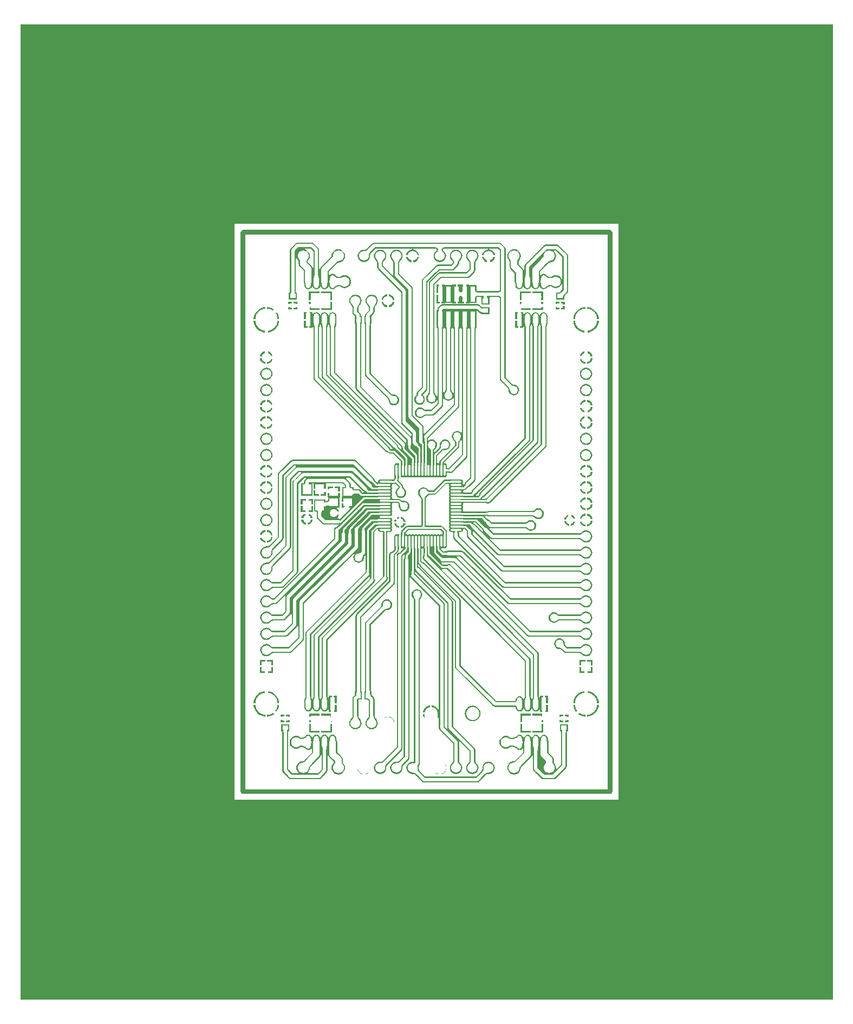
<source format=gbr>
%FSDAX33Y33*%
%MOMM*%
%SFA1B1*%

%IPPOS*%
%AMD1002*
%
%ADD29O,0.299999X1.799999*%
%ADD30O,1.799999X0.299999*%
%ADD31R,0.700001X0.900001*%
%ADD32R,0.760001X2.400000*%
%ADD33O,0.770001X2.000001*%
%ADD34R,0.770001X2.000001*%
%ADD35R,3.099999X2.400000*%
%ADD36R,1.400000X1.200000*%
%ADD37R,1.400000X1.500000*%
%ADD38R,0.900001X0.700001*%
%ADD39C,0.499999*%
%ADD40C,0.254000*%
%ADD41C,2.000001*%
%ADD42C,1.000001*%
%ADD43C,1.524000*%
%ADD44C,1.699999*%
%ADD45C,1.500000*%
%ADD46R,1.500000X1.500000*%
%ADD47C,2.032000*%
%ADD48C,3.500001*%
%ADD49C,1.270000*%
%ADD50C,1.599999*%
%LNtoplayer-1*%
%LPD*%
G36*
X127000Y152400D02*
X000000D01*
Y000000*
X127000*
Y152400*
G37*
%LNtoplayer-2*%
%LPC*%
G36*
X093502Y031216D02*
X033502D01*
Y121216*
X093502*
Y031216*
G37*
%LNtoplayer-3*%
%LPD*%
G36*
X092202Y120273D02*
X034802D01*
X034666Y120246*
X034550Y120168*
X034472Y120053*
X034445Y119916*
Y032516*
X034472Y032380*
X034550Y032264*
X034666Y032186*
X034802Y032159*
X092202*
X092339Y032186*
X092454Y032264*
X092532Y032380*
X092559Y032516*
Y119916*
X092532Y120053*
X092454Y120168*
X092339Y120246*
X092202Y120273*
G37*
%LNtoplayer-4*%
%LPC*%
G36*
X043549Y108216D02*
X043454Y108215D01*
X043229Y108201*
X043174Y108192*
X043129Y108181*
X043094Y108169*
X043069Y108154*
X043054Y108138*
X043049Y108119*
Y108813*
X043054Y108795*
X043069Y108778*
X043094Y108764*
X043129Y108751*
X043174Y108740*
X043229Y108732*
X043294Y108725*
X043454Y108717*
X043549Y108716*
Y108216*
G37*
G36*
X065912Y111776D02*
X065913Y111717D01*
X065922Y111576*
X065928Y111541*
X065935Y111513*
X065943Y111491*
X065952Y111476*
X065963Y111466*
X065975Y111463*
X065349*
X065361Y111466*
X065372Y111476*
X065381Y111491*
X065389Y111513*
X065396Y111541*
X065402Y111576*
X065406Y111616*
X065411Y111717*
X065412Y111776*
X065912*
G37*
G36*
X069722Y111963D02*
X069723Y111868D01*
X069742Y111643*
X069754Y111588*
X069768Y111543*
X069784Y111508*
X069803Y111483*
X069825Y111468*
X069849Y111463*
X069095*
X069119Y111468*
X069141Y111483*
X069160Y111508*
X069176Y111543*
X069190Y111588*
X069202Y111643*
X069211Y111708*
X069221Y111868*
X069222Y111963*
X069722*
G37*
G36*
X047813Y079786D02*
X047907Y079772D01*
X047990Y079763*
X048064Y079760*
X048128Y079764*
X048182Y079773*
X048226Y079789*
X048261Y079811*
X048285Y079839*
X048300Y079873*
X048305Y079913*
X048308Y078935*
X048303Y078984*
X048288Y079030*
X048263Y079072*
X048229Y079111*
X048184Y079147*
X048130Y079180*
X048065Y079210*
X047991Y079236*
X047907Y079259*
X047813Y079278*
Y079786*
G37*
G36*
X047991Y079246D02*
X047897Y079260D01*
X047813Y079268*
X047739Y079269*
X047674Y079263*
X047620Y079250*
X047575Y079230*
X047541Y079203*
X047516Y079169*
X047501Y079129*
X047496Y079081*
Y080098*
X047501Y080048*
X047516Y080003*
X047541Y079960*
X047575Y079921*
X047620Y079885*
X047674Y079852*
X047739Y079823*
X047813Y079797*
X047897Y079774*
X047991Y079754*
Y079246*
G37*
G36*
X046675Y078715D02*
X046674Y078764D01*
X046670Y078808*
X046664Y078846*
X046655Y078880*
X046643Y078908*
X046629Y078931*
X046613Y078949*
X046594Y078962*
X046572Y078970*
X046548Y078972*
X047056*
X047032Y078970*
X047010Y078962*
X046991Y078949*
X046975Y078931*
X046961Y078908*
X046949Y078880*
X046941Y078846*
X046934Y078808*
X046930Y078764*
X046929Y078715*
X046675*
G37*
G36*
X044552Y075969D02*
X044550Y076065D01*
X044542Y076150*
X044530Y076226*
X044512Y076291*
X044490Y076346*
X044462Y076392*
X044430Y076427*
X044392Y076452*
X044350Y076467*
X044302Y076472*
X045302*
X045255Y076467*
X045212Y076452*
X045175Y076427*
X045142Y076392*
X045115Y076346*
X045092Y076291*
X045075Y076226*
X045062Y076150*
X045055Y076065*
X045052Y075969*
X044552*
G37*
G36*
X088202Y050839D02*
X088200Y050934D01*
X088192Y051019*
X088180Y051094*
X088162Y051159*
X088140Y051214*
X088112Y051259*
X088080Y051294*
X088042Y051319*
X088000Y051334*
X087952Y051339*
X088952*
X088905Y051334*
X088862Y051319*
X088825Y051294*
X088792Y051259*
X088765Y051214*
X088742Y051159*
X088725Y051094*
X088712Y051019*
X088705Y050934*
X088702Y050839*
X088202*
G37*
G36*
X087295Y075196D02*
X087365Y075199D01*
X087432Y075207*
X087499Y075221*
X087563Y075240*
X087626Y075265*
X087688Y075295*
X087747Y075331*
X087805Y075372*
X087862Y075419*
X087916Y075471*
Y074421*
X087862Y074473*
X087805Y074520*
X087747Y074561*
X087688Y074597*
X087626Y074627*
X087563Y074652*
X087499Y074671*
X087432Y074685*
X087365Y074693*
X087295Y074696*
Y075196*
G37*
G36*
Y077736D02*
X087365Y077739D01*
X087432Y077747*
X087499Y077761*
X087563Y077780*
X087626Y077805*
X087688Y077835*
X087747Y077871*
X087805Y077912*
X087862Y077959*
X087916Y078011*
Y076961*
X087862Y077013*
X087805Y077060*
X087747Y077101*
X087688Y077137*
X087626Y077167*
X087563Y077192*
X087499Y077211*
X087432Y077225*
X087365Y077233*
X087295Y077236*
Y077736*
G37*
G36*
Y080276D02*
X087365Y080279D01*
X087432Y080287*
X087499Y080301*
X087563Y080320*
X087626Y080345*
X087688Y080375*
X087747Y080411*
X087805Y080452*
X087862Y080499*
X087916Y080551*
Y079501*
X087862Y079553*
X087805Y079600*
X087747Y079641*
X087688Y079677*
X087626Y079707*
X087563Y079732*
X087499Y079751*
X087432Y079765*
X087365Y079773*
X087295Y079776*
Y080276*
G37*
G36*
Y082816D02*
X087365Y082819D01*
X087432Y082827*
X087499Y082841*
X087563Y082860*
X087626Y082885*
X087688Y082915*
X087747Y082951*
X087805Y082992*
X087862Y083039*
X087916Y083091*
Y082041*
X087862Y082093*
X087805Y082140*
X087747Y082181*
X087688Y082217*
X087626Y082247*
X087563Y082272*
X087499Y082291*
X087432Y082305*
X087365Y082313*
X087295Y082316*
Y082816*
G37*
G36*
X088702Y091343D02*
X088705Y091274D01*
X088713Y091206*
X088727Y091139*
X088746Y091075*
X088771Y091012*
X088801Y090951*
X088837Y090891*
X088878Y090833*
X088925Y090776*
X088977Y090722*
X087927*
X087979Y090776*
X088026Y090833*
X088067Y090891*
X088103Y090951*
X088133Y091012*
X088158Y091075*
X088177Y091139*
X088191Y091206*
X088199Y091274*
X088202Y091343*
X088702*
G37*
G36*
X088202Y091569D02*
X088199Y091639D01*
X088191Y091706*
X088177Y091773*
X088158Y091837*
X088133Y091900*
X088103Y091962*
X088067Y092021*
X088026Y092079*
X087979Y092136*
X087927Y092190*
X088977*
X088925Y092136*
X088878Y092079*
X088837Y092021*
X088801Y091962*
X088771Y091900*
X088746Y091837*
X088727Y091773*
X088713Y091706*
X088705Y091639*
X088702Y091569*
X088202*
G37*
G36*
X087295Y092976D02*
X087365Y092979D01*
X087432Y092987*
X087499Y093001*
X087563Y093020*
X087626Y093045*
X087688Y093075*
X087747Y093111*
X087805Y093152*
X087862Y093199*
X087916Y093251*
Y092201*
X087862Y092253*
X087805Y092300*
X087747Y092341*
X087688Y092377*
X087626Y092407*
X087563Y092432*
X087499Y092451*
X087432Y092465*
X087365Y092473*
X087295Y092476*
Y092976*
G37*
G36*
X088702Y101503D02*
X088705Y101434D01*
X088713Y101366*
X088727Y101299*
X088746Y101235*
X088771Y101172*
X088801Y101111*
X088837Y101051*
X088878Y100993*
X088925Y100936*
X088977Y100882*
X087927*
X087979Y100936*
X088026Y100993*
X088067Y101051*
X088103Y101111*
X088133Y101172*
X088158Y101235*
X088177Y101299*
X088191Y101366*
X088199Y101434*
X088202Y101503*
X088702*
G37*
G36*
X087295Y100596D02*
X087365Y100599D01*
X087432Y100607*
X087499Y100621*
X087563Y100640*
X087626Y100665*
X087688Y100695*
X087747Y100731*
X087805Y100772*
X087862Y100819*
X087916Y100871*
Y099821*
X087862Y099873*
X087805Y099920*
X087747Y099961*
X087688Y099997*
X087626Y100027*
X087563Y100052*
X087499Y100071*
X087432Y100085*
X087365Y100093*
X087295Y100096*
Y100596*
G37*
G36*
X072952Y115039D02*
X072949Y115109D01*
X072941Y115178*
X072927Y115245*
X072907Y115311*
X072881Y115375*
X072850Y115437*
X072813Y115498*
X072771Y115558*
X072723Y115616*
X072669Y115672*
X073735*
X073682Y115616*
X073633Y115558*
X073591Y115498*
X073554Y115437*
X073523Y115375*
X073497Y115311*
X073478Y115245*
X073463Y115178*
X073455Y115109*
X073452Y115039*
X072952*
G37*
G36*
X040243Y044072D02*
X040151Y044149D01*
X040041Y044218*
X039912Y044279*
X039763Y044331*
X039595Y044374*
X039409Y044410*
X039203Y044436*
X038733Y044465*
X038470Y044466*
X040202Y046199*
X040203Y045935*
X040232Y045466*
X040259Y045260*
X040294Y045073*
X040337Y044905*
X040389Y044756*
X040450Y044627*
X040519Y044517*
X040596Y044426*
X040243Y044072*
G37*
G36*
X038702Y048998D02*
X038712Y048879D01*
X038741Y048752*
X038790Y048618*
X038858Y048476*
X038946Y048327*
X039053Y048170*
X039180Y048005*
X039492Y047653*
X039677Y047466*
X037227*
X037412Y047653*
X037724Y048005*
X037851Y048170*
X037958Y048327*
X038046Y048476*
X038114Y048618*
X038163Y048752*
X038192Y048879*
X038202Y048998*
X038702*
G37*
G36*
X086308Y044426D02*
X086385Y044517D01*
X086454Y044627*
X086515Y044756*
X086567Y044905*
X086610Y045073*
X086646Y045260*
X086672Y045466*
X086701Y045935*
X086702Y046199*
X088435Y044466*
X088171Y044465*
X087702Y044436*
X087496Y044410*
X087309Y044374*
X087141Y044331*
X086992Y044279*
X086863Y044218*
X086753Y044149*
X086662Y044072*
X086308Y044426*
G37*
G36*
X088702Y048998D02*
X088712Y048879D01*
X088741Y048752*
X088790Y048618*
X088858Y048476*
X088946Y048327*
X089053Y048170*
X089180Y048005*
X089492Y047653*
X089677Y047466*
X087227*
X087412Y047653*
X087724Y048005*
X087851Y048170*
X087958Y048327*
X088046Y048476*
X088114Y048618*
X088163Y048752*
X088192Y048879*
X088202Y048998*
X088702*
G37*
G36*
X088202Y103434D02*
X088192Y103553D01*
X088163Y103680*
X088114Y103814*
X088046Y103956*
X087958Y104105*
X087851Y104262*
X087724Y104427*
X087412Y104779*
X087227Y104966*
X089677*
X089492Y104779*
X089180Y104427*
X089053Y104262*
X088946Y104105*
X088858Y103956*
X088790Y103814*
X088741Y103680*
X088712Y103553*
X088702Y103434*
X088202*
G37*
G36*
X040596Y108007D02*
X040519Y107915D01*
X040450Y107805*
X040389Y107676*
X040337Y107527*
X040294Y107359*
X040259Y107173*
X040232Y106967*
X040203Y106497*
X040202Y106234*
X038470Y107966*
X038733Y107967*
X039203Y107996*
X039409Y108022*
X039595Y108058*
X039763Y108101*
X039912Y108153*
X040041Y108214*
X040151Y108283*
X040243Y108360*
X040596Y108007*
G37*
G36*
X038202Y103434D02*
X038192Y103553D01*
X038163Y103680*
X038114Y103814*
X038046Y103956*
X037958Y104105*
X037851Y104262*
X037724Y104427*
X037412Y104779*
X037227Y104966*
X039677*
X039492Y104779*
X039180Y104427*
X039053Y104262*
X038946Y104105*
X038858Y103956*
X038790Y103814*
X038741Y103680*
X038712Y103553*
X038702Y103434*
X038202*
G37*
G36*
Y050839D02*
X038200Y050934D01*
X038192Y051019*
X038180Y051094*
X038162Y051159*
X038140Y051214*
X038112Y051259*
X038080Y051294*
X038042Y051319*
X038000Y051334*
X037952Y051339*
X038952*
X038905Y051334*
X038862Y051319*
X038825Y051294*
X038792Y051259*
X038765Y051214*
X038742Y051159*
X038725Y051094*
X038712Y051019*
X038705Y050934*
X038702Y050839*
X038202*
G37*
G36*
X037295Y072656D02*
X037365Y072659D01*
X037432Y072667*
X037499Y072681*
X037563Y072700*
X037626Y072725*
X037688Y072755*
X037747Y072791*
X037805Y072832*
X037862Y072879*
X037916Y072931*
Y071881*
X037862Y071933*
X037805Y071980*
X037747Y072021*
X037688Y072057*
X037626Y072087*
X037563Y072112*
X037499Y072131*
X037432Y072145*
X037365Y072153*
X037295Y072156*
Y072656*
G37*
G36*
X037292Y080266D02*
X037361Y080269D01*
X037429Y080277*
X037495Y080291*
X037560Y080311*
X037622Y080336*
X037683Y080366*
X037743Y080402*
X037800Y080444*
X037856Y080491*
X037910Y080544*
X037924Y079494*
X037868Y079546*
X037811Y079592*
X037752Y079633*
X037692Y079668*
X037630Y079698*
X037567Y079723*
X037502Y079742*
X037436Y079755*
X037368Y079763*
X037299Y079766*
X037292Y080266*
G37*
G36*
X037295Y082816D02*
X037365Y082819D01*
X037432Y082827*
X037499Y082841*
X037563Y082860*
X037626Y082885*
X037688Y082915*
X037747Y082951*
X037805Y082992*
X037862Y083039*
X037916Y083091*
Y082041*
X037862Y082093*
X037805Y082140*
X037747Y082181*
X037688Y082217*
X037626Y082247*
X037563Y082272*
X037499Y082291*
X037432Y082305*
X037365Y082313*
X037295Y082316*
Y082816*
G37*
G36*
X039552Y082316D02*
X039481Y082314D01*
X039355Y082302*
X039300Y082291*
X039250Y082277*
X039206Y082259*
X039167Y082239*
X039133Y082215*
X039104Y082188*
X039081Y082158*
Y082974*
X039104Y082944*
X039133Y082917*
X039167Y082894*
X039206Y082873*
X039250Y082856*
X039300Y082841*
X039355Y082830*
X039415Y082822*
X039481Y082818*
X039552Y082816*
Y082316*
G37*
G36*
X039609Y089936D02*
X039540Y089933D01*
X039472Y089925*
X039405Y089911*
X039341Y089892*
X039278Y089867*
X039217Y089837*
X039157Y089801*
X039099Y089760*
X039042Y089713*
X038988Y089661*
Y090711*
X039042Y090659*
X039099Y090612*
X039157Y090571*
X039217Y090535*
X039278Y090505*
X039341Y090480*
X039405Y090461*
X039472Y090447*
X039540Y090439*
X039609Y090436*
Y089936*
G37*
G36*
X037295Y090436D02*
X037365Y090439D01*
X037432Y090447*
X037499Y090461*
X037563Y090480*
X037626Y090505*
X037688Y090535*
X037747Y090571*
X037805Y090612*
X037862Y090659*
X037916Y090711*
Y089661*
X037862Y089713*
X037805Y089760*
X037747Y089801*
X037688Y089837*
X037626Y089867*
X037563Y089892*
X037499Y089911*
X037432Y089925*
X037365Y089933*
X037295Y089936*
Y090436*
G37*
G36*
X039609Y092476D02*
X039540Y092473D01*
X039472Y092465*
X039405Y092451*
X039341Y092432*
X039278Y092407*
X039217Y092377*
X039157Y092341*
X039099Y092300*
X039042Y092253*
X038988Y092201*
Y093251*
X039042Y093199*
X039099Y093152*
X039157Y093111*
X039217Y093075*
X039278Y093045*
X039341Y093020*
X039405Y093001*
X039472Y092987*
X039540Y092979*
X039609Y092976*
Y092476*
G37*
G36*
Y100096D02*
X039540Y100093D01*
X039472Y100085*
X039405Y100071*
X039341Y100052*
X039278Y100027*
X039217Y099997*
X039157Y099961*
X039099Y099920*
X039042Y099873*
X038988Y099821*
Y100871*
X039042Y100819*
X039099Y100772*
X039157Y100731*
X039217Y100695*
X039278Y100665*
X039341Y100640*
X039405Y100621*
X039472Y100607*
X039540Y100599*
X039609Y100596*
Y100096*
G37*
G36*
X038702Y101503D02*
X038705Y101434D01*
X038713Y101366*
X038727Y101299*
X038746Y101235*
X038771Y101172*
X038801Y101111*
X038837Y101051*
X038878Y100993*
X038925Y100936*
X038977Y100882*
X037927*
X037979Y100936*
X038026Y100993*
X038067Y101051*
X038103Y101111*
X038133Y101172*
X038158Y101235*
X038177Y101299*
X038191Y101366*
X038199Y101434*
X038202Y101503*
X038702*
G37*
G36*
X081902Y043716D02*
X081828Y043715D01*
X081703Y043704*
X081652Y043694*
X081609Y043682*
X081574Y043666*
X081546Y043648*
X081527Y043628*
X081515Y043604*
X081511Y043578*
Y044354*
X081515Y044328*
X081527Y044304*
X081546Y044284*
X081574Y044266*
X081609Y044251*
X081652Y044238*
X081703Y044229*
X081761Y044222*
X081828Y044217*
X081902Y044216*
Y043716*
G37*
G36*
X081622Y044719D02*
X081621Y044814D01*
X081601Y045039*
X081589Y045094*
X081575Y045139*
X081557Y045174*
X081538Y045199*
X081515Y045214*
X081490Y045219*
X082254*
X082229Y045214*
X082207Y045199*
X082187Y045174*
X082170Y045139*
X082155Y045094*
X082143Y045039*
X082134Y044974*
X082127Y044899*
X082122Y044719*
X081622*
G37*
G36*
X081954Y108216D02*
X081859Y108214D01*
X081699Y108198*
X081634Y108185*
X081579Y108167*
X081534Y108145*
X081499Y108120*
X081474Y108090*
X081459Y108057*
X081454Y108019*
Y108966*
X081459Y108919*
X081474Y108876*
X081499Y108839*
X081534Y108806*
X081579Y108779*
X081634Y108756*
X081699Y108739*
X081774Y108726*
X081859Y108719*
X081954Y108716*
Y108216*
G37*
G36*
X078007Y108474D02*
X078074Y108545D01*
X078135Y108616*
X078188Y108687*
X078234Y108758*
X078274Y108829*
X078306Y108899*
X078331Y108970*
X078349Y109041*
X078359Y109111*
X078363Y109181*
X078360Y108019*
X078358Y108037*
X078353Y108048*
X078344Y108055*
X078331Y108055*
X078315Y108050*
X078295Y108039*
X078271Y108023*
X078244Y108001*
X078179Y107939*
X078007Y108474*
G37*
G36*
X078252Y107713D02*
X078253Y107618D01*
X078273Y107393*
X078285Y107338*
X078300Y107293*
X078317Y107258*
X078337Y107233*
X078359Y107218*
X078384Y107213*
X077620*
X077645Y107218*
X077668Y107233*
X077687Y107258*
X077705Y107293*
X077719Y107338*
X077731Y107393*
X077740Y107458*
X077747Y107533*
X077752Y107713*
X078252*
G37*
G36*
X044890Y044216D02*
X044985Y044218D01*
X045145Y044234*
X045210Y044248*
X045265Y044265*
X045310Y044287*
X045345Y044313*
X045370Y044342*
X045385Y044376*
X045390Y044413*
Y043466*
X045385Y043514*
X045370Y043556*
X045345Y043594*
X045310Y043626*
X045265Y043654*
X045210Y043676*
X045145Y043694*
X045070Y043706*
X044985Y043714*
X044890Y043716*
Y044216*
G37*
G36*
X048838Y043698D02*
X048770Y043627D01*
X048709Y043556*
X048656Y043485*
X048609Y043414*
X048570Y043343*
X048538Y043272*
X048513Y043202*
X048495Y043131*
X048485Y043061*
X048481Y042991*
Y044405*
X048483Y044339*
X048488Y044284*
X048498Y044240*
X048510Y044206*
X048527Y044184*
X048547Y044172*
X048571Y044171*
X048599Y044181*
X048630Y044201*
X048665Y044233*
X048838Y043698*
G37*
G36*
X048592Y044719D02*
X048591Y044814D01*
X048571Y045039*
X048559Y045094*
X048545Y045139*
X048527Y045174*
X048508Y045199*
X048485Y045214*
X048460Y045219*
X049224*
X049199Y045214*
X049177Y045199*
X049157Y045174*
X049140Y045139*
X049125Y045094*
X049113Y045039*
X049104Y044974*
X049097Y044899*
X049092Y044719*
X048592*
G37*
G36*
X045002Y108716D02*
X045071Y108717D01*
X045186Y108726*
X045233Y108733*
X045273Y108743*
X045305Y108755*
X045331Y108769*
X045349Y108785*
X045360Y108804*
X045363Y108824*
Y108108*
X045360Y108129*
X045349Y108147*
X045331Y108163*
X045305Y108177*
X045273Y108189*
X045233Y108199*
X045186Y108206*
X045132Y108212*
X045002Y108216*
Y108716*
G37*
G36*
X045252Y107713D02*
X045253Y107618D01*
X045273Y107393*
X045285Y107338*
X045300Y107293*
X045317Y107258*
X045337Y107233*
X045359Y107218*
X045384Y107213*
X044620*
X044645Y107218*
X044668Y107233*
X044687Y107258*
X044705Y107293*
X044719Y107338*
X044731Y107393*
X044740Y107458*
X044747Y107533*
X044752Y107713*
X045252*
G37*
G36*
X058114Y075313D02*
X057842Y075302D01*
Y075579*
X057848Y075576*
X057859Y075574*
X057874Y075573*
X057948Y075569*
X058114Y075567*
Y075313*
G37*
G36*
X059462Y072719D02*
X059474Y072447D01*
X059197*
X059199Y072453*
X059201Y072464*
X059202Y072479*
X059206Y072553*
X059208Y072719*
X059462*
G37*
G36*
Y083819D02*
X059474Y083547D01*
X059197*
X059199Y083553*
X059201Y083564*
X059202Y083579*
X059206Y083653*
X059208Y083819*
X059462*
G37*
G36*
X059208Y081662D02*
X059197Y081933D01*
X059474*
X059471Y081927*
X059469Y081916*
X059468Y081901*
X059464Y081827*
X059462Y081662*
X059208*
G37*
G36*
X085949Y043716D02*
X085854Y043715D01*
X085629Y043701*
X085574Y043692*
X085529Y043681*
X085494Y043669*
X085469Y043654*
X085454Y043638*
X085449Y043619*
Y044313*
X085454Y044295*
X085469Y044278*
X085494Y044264*
X085529Y044251*
X085574Y044240*
X085629Y044232*
X085694Y044225*
X085854Y044217*
X085949Y044216*
Y043716*
G37*
G36*
X084055Y044216D02*
X084150Y044217D01*
X084375Y044232*
X084430Y044240*
X084475Y044251*
X084510Y044264*
X084535Y044278*
X084550Y044295*
X084555Y044313*
Y043619*
X084550Y043638*
X084535Y043654*
X084510Y043669*
X084475Y043681*
X084430Y043692*
X084375Y043701*
X084310Y043707*
X084150Y043715*
X084055Y043716*
Y044216*
G37*
G36*
X083455Y108716D02*
X083550Y108717D01*
X083775Y108732*
X083830Y108740*
X083875Y108751*
X083910Y108764*
X083935Y108778*
X083950Y108795*
X083955Y108813*
Y108119*
X083950Y108138*
X083935Y108154*
X083910Y108169*
X083875Y108181*
X083830Y108192*
X083775Y108201*
X083710Y108207*
X083550Y108215*
X083455Y108216*
Y108716*
G37*
G36*
X040702Y044216D02*
X040958Y044219D01*
Y043713*
X040956Y043714*
X040948Y043714*
X040833Y043716*
X040702Y043716*
Y044216*
G37*
G36*
X042349Y043716D02*
X042254Y043715D01*
X042029Y043701*
X041974Y043692*
X041929Y043681*
X041894Y043669*
X041869Y043654*
X041854Y043638*
X041849Y043619*
Y044313*
X041854Y044295*
X041869Y044278*
X041894Y044264*
X041929Y044251*
X041974Y044240*
X042029Y044232*
X042094Y044225*
X042254Y044217*
X042349Y044216*
Y043716*
G37*
G36*
X041655Y108716D02*
X041750Y108717D01*
X041975Y108732*
X042030Y108740*
X042075Y108751*
X042110Y108764*
X042135Y108778*
X042150Y108795*
X042155Y108813*
Y108119*
X042150Y108138*
X042135Y108154*
X042110Y108169*
X042075Y108181*
X042030Y108192*
X041975Y108201*
X041910Y108207*
X041750Y108215*
X041655Y108216*
Y108716*
G37*
G36*
X086652Y092976D02*
Y092476D01*
X086557Y092471*
X086472Y092456*
X086397Y092431*
X086332Y092396*
X086277Y092351*
X086232Y092296*
X086197Y092231*
X086172Y092156*
X086157Y092071*
X086152Y091976*
X085652Y092726*
X086152Y093476*
X086157Y093381*
X086172Y093296*
X086197Y093221*
X086232Y093156*
X086277Y093101*
X086332Y093056*
X086397Y093021*
X086472Y092996*
X086557Y092981*
X086652Y092976*
G37*
G36*
X045002Y108716D02*
X045752Y108216D01*
X045657Y108211*
X045572Y108196*
X045497Y108171*
X045432Y108136*
X045377Y108091*
X045332Y108036*
X045297Y107971*
X045272Y107896*
X045257Y107811*
X045252Y107716*
X044752*
X044747Y107811*
X044732Y107896*
X044707Y107971*
X044672Y108036*
X044627Y108091*
X044572Y108136*
X044507Y108171*
X044432Y108196*
X044347Y108211*
X044252Y108216*
X045002Y108716*
G37*
G36*
X069472Y112566D02*
X070222Y112066D01*
X070127Y112061*
X070042Y112046*
X069967Y112021*
X069902Y111986*
X069847Y111941*
X069802Y111886*
X069767Y111821*
X069742Y111746*
X069727Y111661*
X069722Y111566*
X069222*
X069217Y111661*
X069202Y111746*
X069177Y111821*
X069142Y111886*
X069097Y111941*
X069042Y111986*
X068977Y112021*
X068902Y112046*
X068817Y112061*
X068722Y112066*
X069472Y112566*
G37*
G36*
X037552Y082816D02*
Y082316D01*
X037457Y082311*
X037372Y082296*
X037297Y082271*
X037232Y082236*
X037177Y082191*
X037132Y082136*
X037097Y082071*
X037072Y081996*
X037057Y081911*
X037052Y081816*
X036552Y082566*
X037052Y083316*
X037057Y083221*
X037072Y083136*
X037097Y083061*
X037132Y082996*
X037177Y082941*
X037232Y082896*
X037297Y082861*
X037372Y082836*
X037457Y082821*
X037552Y082816*
G37*
G36*
Y080266D02*
Y079766D01*
X037457Y079761*
X037372Y079746*
X037297Y079721*
X037232Y079686*
X037177Y079641*
X037132Y079586*
X037097Y079521*
X037072Y079446*
X037057Y079361*
X037052Y079266*
X036552Y080016*
X037052Y080766*
X037057Y080671*
X037072Y080586*
X037097Y080511*
X037132Y080446*
X037177Y080391*
X037232Y080346*
X037297Y080311*
X037372Y080286*
X037457Y080271*
X037552Y080266*
G37*
G36*
X086652Y080276D02*
Y079776D01*
X086557Y079771*
X086472Y079756*
X086397Y079731*
X086332Y079696*
X086277Y079651*
X086232Y079596*
X086197Y079531*
X086172Y079456*
X086157Y079371*
X086152Y079276*
X085652Y080026*
X086152Y080776*
X086157Y080681*
X086172Y080596*
X086197Y080521*
X086232Y080456*
X086277Y080401*
X086332Y080356*
X086397Y080321*
X086472Y080296*
X086557Y080281*
X086652Y080276*
G37*
G36*
Y082816D02*
Y082316D01*
X086557Y082311*
X086472Y082296*
X086397Y082271*
X086332Y082236*
X086277Y082191*
X086232Y082136*
X086197Y082071*
X086172Y081996*
X086157Y081911*
X086152Y081816*
X085652Y082566*
X086152Y083316*
X086157Y083221*
X086172Y083136*
X086197Y083061*
X086232Y082996*
X086277Y082941*
X086332Y082896*
X086397Y082861*
X086472Y082836*
X086557Y082821*
X086652Y082816*
G37*
G36*
Y077736D02*
Y077236D01*
X086557Y077231*
X086472Y077216*
X086397Y077191*
X086332Y077156*
X086277Y077111*
X086232Y077056*
X086197Y076991*
X086172Y076916*
X086157Y076831*
X086152Y076736*
X085652Y077486*
X086152Y078236*
X086157Y078141*
X086172Y078056*
X086197Y077981*
X086232Y077916*
X086277Y077861*
X086332Y077816*
X086397Y077781*
X086472Y077756*
X086557Y077741*
X086652Y077736*
G37*
G36*
X040552Y093476D02*
X041052Y092726D01*
X040552Y091976*
X040547Y092071*
X040532Y092156*
X040507Y092231*
X040472Y092296*
X040427Y092351*
X040372Y092396*
X040307Y092431*
X040232Y092456*
X040147Y092471*
X040052Y092476*
Y092976*
X040147Y092981*
X040232Y092996*
X040307Y093021*
X040372Y093056*
X040427Y093101*
X040472Y093156*
X040507Y093221*
X040532Y093296*
X040547Y093381*
X040552Y093476*
G37*
G36*
X044929Y077931D02*
X044930Y077838D01*
X044954Y077462*
X044961Y077430*
X044969Y077407*
X044979Y077393*
X044625*
X044635Y077407*
X044643Y077430*
X044651Y077462*
X044657Y077503*
X044667Y077611*
X044675Y077838*
X044675Y077931*
X044929*
G37*
G36*
X046675Y079001D02*
X046675Y079094D01*
X046651Y079470*
X046643Y079502*
X046635Y079525*
X046625Y079539*
X046979*
X046970Y079525*
X046961Y079502*
X046954Y079470*
X046947Y079429*
X046937Y079322*
X046930Y079094*
X046929Y079001*
X046675*
G37*
G36*
X051329Y077716D02*
X051330Y077647D01*
X051345Y077425*
X051352Y077384*
X051361Y077349*
X051371Y077319*
X051382Y077295*
X051394Y077276*
X051010*
X051022Y077295*
X051033Y077319*
X051043Y077349*
X051052Y077384*
X051059Y077425*
X051069Y077524*
X051074Y077647*
X051075Y077716*
X051329*
G37*
G36*
X049967Y075766D02*
X049904Y075764D01*
X049844Y075758*
X049786Y075749*
X049731Y075735*
X049679Y075717*
X049629Y075696*
X049582Y075671*
X049537Y075642*
X049495Y075609*
X049456Y075572*
Y076461*
X049495Y076424*
X049537Y076391*
X049582Y076361*
X049629Y076336*
X049679Y076315*
X049731Y076297*
X049786Y076284*
X049844Y076274*
X049904Y076268*
X049967Y076266*
Y075766*
G37*
G36*
X045052Y076081D02*
X045054Y076018D01*
X045060Y075958*
X045070Y075900*
X045083Y075845*
X045101Y075793*
X045122Y075743*
X045147Y075696*
X045177Y075651*
X045210Y075609*
X045247Y075570*
X044358*
X044395Y075609*
X044428Y075651*
X044457Y075696*
X044482Y075743*
X044503Y075793*
X044521Y075845*
X044535Y075900*
X044544Y075958*
X044550Y076018*
X044552Y076081*
X045052*
G37*
G36*
X060338Y074456D02*
X060290Y074453D01*
X060240Y074443*
X060189Y074428*
X060136Y074405*
X060082Y074377*
X060026Y074342*
X059969Y074301*
X059910Y074253*
X059789Y074139*
Y075028*
X059850Y074967*
X059969Y074866*
X060026Y074824*
X060082Y074789*
X060136Y074761*
X060189Y074739*
X060240Y074723*
X060290Y074713*
X060338Y074710*
Y074456*
G37*
G36*
X059208Y073580D02*
X059205Y073628D01*
X059195Y073678*
X059180Y073730*
X059157Y073782*
X059129Y073837*
X059094Y073892*
X059053Y073949*
X059005Y074008*
X058891Y074130*
X059780*
X059719Y074068*
X059618Y073949*
X059576Y073892*
X059541Y073837*
X059513Y073782*
X059491Y073730*
X059475Y073678*
X059465Y073628*
X059462Y073580*
X059208*
G37*
G36*
X058716Y075382D02*
X058752Y075350D01*
X058794Y075322*
X058842Y075297*
X058895Y075275*
X058953Y075257*
X059017Y075242*
X059087Y075231*
X059162Y075223*
X059329Y075218*
X058700Y074589*
X058699Y074676*
X058687Y074831*
X058676Y074901*
X058661Y074965*
X058643Y075024*
X058622Y075077*
X058596Y075124*
X058568Y075166*
X058536Y075203*
X058716Y075382*
G37*
G36*
X086879Y074696D02*
X086816Y074694D01*
X086756Y074688*
X086698Y074678*
X086644Y074664*
X086592Y074645*
X086543Y074623*
X086497Y074597*
X086454Y074566*
X086414Y074532*
X086376Y074494*
X086334Y075382*
X086375Y075346*
X086419Y075315*
X086465Y075287*
X086513Y075263*
X086564Y075242*
X086617Y075226*
X086672Y075213*
X086730Y075204*
X086790Y075198*
X086853Y075196*
X086879Y074696*
G37*
G36*
X086152Y075881D02*
X086154Y075818D01*
X086160Y075758*
X086170Y075700*
X086183Y075645*
X086201Y075593*
X086222Y075543*
X086247Y075496*
X086277Y075451*
X086310Y075409*
X086347Y075370*
X085458*
X085495Y075409*
X085528Y075451*
X085557Y075496*
X085582Y075543*
X085603Y075593*
X085621Y075645*
X085635Y075700*
X085644Y075758*
X085650Y075818*
X085652Y075881*
X086152*
G37*
G36*
X044929Y078116D02*
X044929Y078086D01*
X044936Y077999*
X044938Y077985*
X044942Y077974*
X044946Y077966*
X044950Y077962*
X044955Y077960*
X044649*
X044654Y077962*
X044658Y077966*
X044662Y077974*
X044666Y077985*
X044669Y077999*
X044671Y078016*
X044674Y078060*
X044675Y078116*
X044929*
G37*
G36*
X091845Y032873D02*
X035159D01*
Y119559*
X091845*
Y032873*
G37*
%LNtoplayer-5*%
%LPD*%
G36*
X059208Y074456D02*
X058455D01*
X058469Y074351*
X058559Y074135*
X058701Y073949*
X058887Y073807*
X059103Y073717*
X059208Y073703*
Y074456*
G37*
G36*
X060215D02*
X059462D01*
Y073703*
X059567Y073717*
X059783Y073807*
X059969Y073949*
X060112Y074135*
X060201Y074351*
X060215Y074456*
G37*
G36*
X059208Y072777D02*
X059177Y072771D01*
X059044Y072681*
X059039Y072675*
X058972Y072720*
X058835Y072747*
X058699Y072720*
X058583Y072642*
X058505Y072527*
X058478Y072390*
Y070890*
X058493Y070814*
X058502Y070616*
Y070387*
X058266Y070151*
X058151Y070044*
X058077Y069983*
X058055Y069967*
X058053Y069965*
X057927Y069940*
X057778Y069841*
X057678Y069692*
X057643Y069516*
Y065406*
X052528Y060291*
X052428Y060142*
X052393Y059966*
Y048292*
X052390Y048224*
X052384Y048170*
X052384Y048166*
X052302*
Y047967*
X052301Y047963*
X052302Y047959*
Y047615*
X052078Y047391*
X051978Y047242*
X051943Y047066*
Y044319*
X051939Y044288*
X051929Y044238*
X051914Y044189*
X051895Y044141*
X051871Y044093*
X051843Y044046*
X051809Y043999*
X051770Y043952*
X051740Y043920*
X051716Y043902*
X051562Y043701*
X051465Y043467*
X051432Y043216*
X051465Y042965*
X051562Y042731*
X051716Y042530*
X051917Y042376*
X052151Y042279*
X052402Y042246*
X052653Y042279*
X052887Y042376*
X053088Y042530*
X053242Y042731*
X053339Y042965*
X053372Y043216*
X053339Y043467*
X053242Y043701*
X053088Y043902*
X053065Y043920*
X053034Y043952*
X052995Y043999*
X052961Y044046*
X052933Y044093*
X052909Y044141*
X052890Y044189*
X052875Y044238*
X052865Y044288*
X052861Y044319*
Y046866*
X053402*
Y047959*
X053403Y047963*
X053402Y047967*
Y048166*
X053320*
X053311Y048314*
Y059776*
X058427Y064892*
X058526Y065041*
X058561Y065216*
Y069476*
X058760Y069703*
X059071Y070013*
X059143Y070122*
X059168Y070249*
Y070382*
X059208Y070414*
Y071640*
Y072777*
G37*
G36*
X038325Y073402D02*
X038190Y073384D01*
X037946Y073283*
X037736Y073122*
X037575Y072912*
X037474Y072668*
X037456Y072533*
X038325*
Y073402*
G37*
G36*
X038579D02*
Y072533D01*
X039448*
X039430Y072668*
X039329Y072912*
X039168Y073122*
X038958Y073283*
X038714Y073384*
X038579Y073402*
G37*
G36*
X089448Y074819D02*
X088579D01*
Y073950*
X088714Y073968*
X088958Y074069*
X089168Y074230*
X089329Y074440*
X089430Y074684*
X089448Y074819*
G37*
G36*
X086782Y074789D02*
X086029D01*
Y074036*
X086134Y074050*
X086350Y074140*
X086536Y074282*
X086679Y074468*
X086768Y074684*
X086782Y074789*
G37*
G36*
X044675Y074989D02*
X043922D01*
X043936Y074884*
X044026Y074668*
X044168Y074482*
X044354Y074340*
X044570Y074250*
X044675Y074236*
Y074989*
G37*
G36*
X085775Y074789D02*
X085022D01*
X085036Y074684*
X085126Y074468*
X085268Y074282*
X085454Y074140*
X085670Y074050*
X085775Y074036*
Y074789*
G37*
G36*
X088325Y074819D02*
X087456D01*
X087474Y074684*
X087575Y074440*
X087736Y074230*
X087946Y074069*
X088190Y073968*
X088325Y073950*
Y074819*
G37*
G36*
X038452Y075904D02*
X038204Y075872D01*
X037973Y075776*
X037775Y075624*
X037622Y075425*
X037527Y075194*
X037494Y074946*
X037527Y074698*
X037622Y074467*
X037775Y074269*
X037973Y074116*
X038204Y074021*
X038452Y073988*
X038700Y074021*
X038931Y074116*
X039130Y074269*
X039282Y074467*
X039378Y074698*
X039410Y074946*
X039378Y075194*
X039282Y075425*
X039130Y075624*
X038931Y075776*
X038700Y075872*
X038452Y075904*
G37*
G36*
X039448Y072279D02*
X038579D01*
Y071410*
X038714Y071428*
X038958Y071529*
X039168Y071690*
X039329Y071900*
X039430Y072144*
X039448Y072279*
G37*
G36*
X038325Y053090D02*
X037448D01*
Y052213*
X038325*
Y053090*
G37*
G36*
X039456D02*
X038579D01*
Y052213*
X039456*
Y053090*
G37*
G36*
X089456Y051959D02*
X088579D01*
Y051082*
X089456*
Y051959*
G37*
G36*
X039456D02*
X038579D01*
Y051082*
X039456*
Y051959*
G37*
G36*
X088325D02*
X087448D01*
Y051082*
X088325*
Y051959*
G37*
G36*
Y053090D02*
X087448D01*
Y052213*
X088325*
Y053090*
G37*
G36*
X057302Y062558D02*
X057084Y062530D01*
X056881Y062445*
X056707Y062312*
X056573Y062137*
X056489Y061934*
X056460Y061716*
X056463Y061695*
X056462Y061671*
X056458Y061636*
X056450Y061601*
X056440Y061567*
X056426Y061532*
X056409Y061498*
X056388Y061463*
X056363Y061427*
X056354Y061417*
X054028Y059091*
X053928Y058942*
X053893Y058766*
Y048292*
X053890Y048224*
X053884Y048170*
X053884Y048166*
X053802*
Y047967*
X053801Y047963*
X053802Y047959*
Y046866*
X054329*
X054329Y046866*
X054483Y046733*
Y044319*
X054479Y044288*
X054469Y044238*
X054454Y044189*
X054435Y044141*
X054411Y044093*
X054383Y044046*
X054349Y043999*
X054310Y043952*
X054280Y043920*
X054256Y043902*
X054102Y043701*
X054005Y043467*
X053972Y043216*
X054005Y042965*
X054102Y042731*
X054256Y042530*
X054457Y042376*
X054691Y042279*
X054942Y042246*
X055193Y042279*
X055427Y042376*
X055628Y042530*
X055782Y042731*
X055879Y042965*
X055912Y043216*
X055879Y043467*
X055782Y043701*
X055628Y043902*
X055605Y043920*
X055574Y043952*
X055535Y043999*
X055501Y044046*
X055473Y044093*
X055449Y044141*
X055430Y044189*
X055415Y044238*
X055405Y044288*
X055401Y044319*
Y046926*
X055366Y047102*
X055267Y047251*
X055047Y047470*
X054959Y047571*
X054926Y047613*
X054904Y047646*
X054902Y047650*
Y047959*
X054903Y047963*
X054902Y047967*
Y048166*
X054820*
X054811Y048314*
Y058576*
X057003Y060768*
X057013Y060777*
X057049Y060802*
X057084Y060823*
X057118Y060840*
X057153Y060854*
X057187Y060864*
X057222Y060872*
X057257Y060876*
X057281Y060877*
X057302Y060874*
X057520Y060903*
X057723Y060987*
X057898Y061121*
X058031Y061295*
X058116Y061498*
X058144Y061716*
X058116Y061934*
X058031Y062137*
X057898Y062312*
X057723Y062445*
X057520Y062530*
X057302Y062558*
G37*
G36*
X038325Y072279D02*
X037456D01*
X037474Y072144*
X037575Y071900*
X037736Y071690*
X037946Y071529*
X038190Y071428*
X038325Y071410*
Y072279*
G37*
G36*
X088452Y060664D02*
X088204Y060632D01*
X087973Y060536*
X087775Y060384*
X087757Y060361*
X087726Y060331*
X087681Y060294*
X087636Y060262*
X087590Y060234*
X087544Y060211*
X087497Y060193*
X087449Y060179*
X087399Y060168*
X087370Y060165*
X084283*
X084271Y060166*
X084228Y060173*
X084188Y060183*
X084151Y060195*
X084117Y060210*
X084086Y060227*
X084056Y060246*
X084028Y060268*
X084010Y060285*
X083998Y060302*
X083823Y060435*
X083620Y060520*
X083402Y060548*
X083184Y060520*
X082981Y060435*
X082807Y060302*
X082673Y060127*
X082589Y059924*
X082560Y059706*
X082589Y059488*
X082673Y059285*
X082807Y059111*
X082981Y058977*
X083184Y058893*
X083402Y058864*
X083620Y058893*
X083823Y058977*
X083998Y059111*
X084010Y059127*
X084028Y059144*
X084056Y059166*
X084086Y059185*
X084117Y059202*
X084151Y059217*
X084188Y059229*
X084228Y059239*
X084271Y059246*
X084283Y059247*
X087370*
X087399Y059244*
X087449Y059233*
X087497Y059219*
X087544Y059201*
X087590Y059178*
X087636Y059151*
X087681Y059118*
X087726Y059081*
X087757Y059051*
X087775Y059029*
X087973Y058876*
X088204Y058781*
X088452Y058748*
X088700Y058781*
X088931Y058876*
X089130Y059029*
X089282Y059227*
X089378Y059458*
X089410Y059706*
X089378Y059954*
X089282Y060185*
X089130Y060384*
X088931Y060536*
X088700Y060632*
X088452Y060664*
G37*
G36*
X089456Y053090D02*
X088579D01*
Y052213*
X089456*
Y053090*
G37*
G36*
X084302Y056458D02*
X084084Y056430D01*
X083881Y056345*
X083707Y056212*
X083573Y056037*
X083489Y055834*
X083460Y055616*
X083489Y055398*
X083573Y055195*
X083707Y055021*
X083881Y054887*
X084084Y054803*
X084302Y054774*
X084323Y054777*
X084347Y054776*
X084382Y054772*
X084417Y054764*
X084452Y054754*
X084486Y054740*
X084520Y054723*
X084555Y054702*
X084591Y054677*
X084601Y054668*
X084968Y054302*
X085117Y054202*
X085292Y054167*
X087370*
X087399Y054164*
X087449Y054153*
X087497Y054139*
X087544Y054121*
X087590Y054098*
X087636Y054071*
X087681Y054038*
X087726Y054001*
X087757Y053971*
X087775Y053949*
X087973Y053796*
X088204Y053701*
X088452Y053668*
X088700Y053701*
X088931Y053796*
X089130Y053949*
X089282Y054147*
X089378Y054378*
X089410Y054626*
X089378Y054874*
X089282Y055105*
X089130Y055304*
X088931Y055456*
X088700Y055552*
X088452Y055584*
X088204Y055552*
X087973Y055456*
X087775Y055304*
X087757Y055281*
X087726Y055251*
X087681Y055214*
X087636Y055182*
X087590Y055154*
X087544Y055131*
X087497Y055113*
X087449Y055099*
X087399Y055088*
X087370Y055085*
X085482*
X085250Y055317*
X085242Y055327*
X085216Y055363*
X085195Y055398*
X085178Y055432*
X085164Y055467*
X085154Y055501*
X085147Y055536*
X085142Y055571*
X085142Y055595*
X085144Y055616*
X085116Y055834*
X085031Y056037*
X084898Y056212*
X084723Y056345*
X084520Y056430*
X084302Y056458*
G37*
G36*
X045682Y074989D02*
X044929D01*
Y074236*
X045034Y074250*
X045250Y074340*
X045436Y074482*
X045579Y074668*
X045668Y074884*
X045682Y074989*
G37*
G36*
X045756Y078220D02*
X044929D01*
Y077343*
X045756*
Y078220*
G37*
G36*
X088325Y078482D02*
X088190Y078464D01*
X087946Y078363*
X087736Y078202*
X087575Y077992*
X087474Y077748*
X087456Y077613*
X088325*
Y078482*
G37*
G36*
X044675Y078220D02*
X043848D01*
Y077343*
X044675*
Y078220*
G37*
G36*
X038452Y078444D02*
X038204Y078412D01*
X037973Y078316*
X037775Y078164*
X037622Y077965*
X037527Y077734*
X037494Y077486*
X037527Y077238*
X037622Y077007*
X037775Y076809*
X037973Y076656*
X038204Y076561*
X038452Y076528*
X038700Y076561*
X038931Y076656*
X039130Y076809*
X039282Y077007*
X039378Y077238*
X039410Y077486*
X039378Y077734*
X039282Y077965*
X039130Y078164*
X038931Y078316*
X038700Y078412*
X038452Y078444*
G37*
G36*
X051075Y077589D02*
X050248D01*
Y076862*
X051075*
Y077589*
G37*
G36*
X088579Y078482D02*
Y077613D01*
X089448*
X089430Y077748*
X089329Y077992*
X089168Y078202*
X088958Y078363*
X088714Y078464*
X088579Y078482*
G37*
G36*
X038325Y079899D02*
X037456D01*
X037474Y079764*
X037575Y079520*
X037736Y079310*
X037946Y079149*
X038190Y079048*
X038325Y079030*
Y079899*
G37*
G36*
X089448D02*
X088579D01*
Y079030*
X088714Y079048*
X088958Y079149*
X089168Y079310*
X089329Y079520*
X089430Y079764*
X089448Y079899*
G37*
G36*
X047756Y079589D02*
X046929D01*
Y078712*
X047756*
Y079589*
G37*
G36*
X052226Y084375D02*
X042602D01*
X042427Y084340*
X042278Y084241*
X040378Y082341*
X040278Y082192*
X040243Y082016*
Y072306*
X038893Y070956*
X038869Y070937*
X038827Y070910*
X038783Y070886*
X038737Y070866*
X038688Y070849*
X038637Y070836*
X038582Y070827*
X038523Y070822*
X038481Y070821*
X038452Y070824*
X038204Y070792*
X037973Y070696*
X037775Y070544*
X037622Y070345*
X037527Y070114*
X037494Y069866*
X037527Y069618*
X037622Y069387*
X037775Y069189*
X037973Y069036*
X038204Y068941*
X038452Y068908*
X038700Y068941*
X038931Y069036*
X039130Y069189*
X039282Y069387*
X039378Y069618*
X039410Y069866*
X039407Y069895*
X039407Y069937*
X039413Y069996*
X039422Y070051*
X039435Y070102*
X039452Y070151*
X039472Y070197*
X039496Y070241*
X039523Y070283*
X039542Y070307*
X041027Y071792*
X041126Y071941*
X041161Y072116*
Y081826*
X042792Y083457*
X043057*
X043077Y083433*
X043051Y083263*
X043018Y083241*
X041578Y081801*
X041478Y081652*
X041443Y081476*
Y070966*
X038893Y068416*
X038869Y068397*
X038827Y068370*
X038783Y068346*
X038737Y068326*
X038688Y068309*
X038637Y068296*
X038582Y068287*
X038523Y068282*
X038481Y068281*
X038452Y068284*
X038204Y068252*
X037973Y068156*
X037775Y068004*
X037622Y067805*
X037527Y067574*
X037494Y067326*
X037527Y067078*
X037622Y066847*
X037775Y066649*
X037973Y066496*
X038204Y066401*
X038452Y066368*
X038700Y066401*
X038931Y066496*
X039130Y066649*
X039282Y066847*
X039378Y067078*
X039410Y067326*
X039407Y067355*
X039407Y067397*
X039413Y067456*
X039422Y067511*
X039435Y067562*
X039452Y067611*
X039472Y067657*
X039496Y067701*
X039523Y067743*
X039542Y067767*
X042227Y070452*
X042326Y070601*
X042361Y070776*
Y081286*
X043532Y082457*
X043824*
X043862Y082373*
X043867Y082330*
X042678Y081141*
X042578Y080992*
X042543Y080816*
Y067106*
X040682Y065245*
X039534*
X039505Y065248*
X039455Y065259*
X039407Y065273*
X039360Y065291*
X039314Y065314*
X039268Y065342*
X039223Y065374*
X039178Y065411*
X039147Y065441*
X039130Y065464*
X038931Y065616*
X038700Y065712*
X038452Y065744*
X038204Y065712*
X037973Y065616*
X037775Y065464*
X037622Y065265*
X037527Y065034*
X037494Y064786*
X037527Y064538*
X037622Y064307*
X037775Y064109*
X037973Y063956*
X038204Y063861*
X038452Y063828*
X038700Y063861*
X038931Y063956*
X039130Y064109*
X039147Y064131*
X039178Y064161*
X039223Y064198*
X039268Y064231*
X039314Y064258*
X039360Y064281*
X039407Y064299*
X039455Y064313*
X039505Y064324*
X039534Y064327*
X040872*
X041048Y064362*
X041197Y064462*
X043327Y066592*
X043426Y066741*
X043461Y066916*
Y080626*
X044392Y081557*
X044624*
X044662Y081473*
X044667Y081430*
X044478Y081241*
X044378Y081092*
X044343Y080916*
Y080801*
X044341Y080775*
X044333Y080722*
X044324Y080683*
X044318Y080666*
X043902*
Y078766*
X045702*
Y080657*
X045848*
Y079843*
X046802*
X047756*
Y080657*
X050412*
X050743Y080326*
Y080299*
X050740Y080258*
X050730Y080200*
X050718Y080156*
X050707Y080128*
X050700Y080116*
X050302*
Y078570*
X050248*
Y077843*
X051202*
Y077716*
X051329*
Y076862*
X051511*
X051559Y076745*
X049924Y075109*
X049878Y075140*
X049702Y075175*
X049575*
X049532Y075302*
X049636Y075382*
X049779Y075568*
X049868Y075784*
X049882Y075889*
X049002*
Y076143*
X049882*
X049868Y076248*
X049779Y076464*
X049636Y076650*
X049455Y076789*
X049454Y076802*
X049489Y076916*
X049902*
Y078462*
X049956*
Y079189*
X049002*
X048048*
Y078462*
X048102*
Y078061*
X048100Y078055*
X048095Y078046*
X048084Y078032*
X048062Y078014*
X048029Y077992*
X047983Y077969*
X047925Y077946*
X047884Y077932*
X047831Y077921*
X047829Y077920*
X047746Y077971*
X047702Y078025*
Y078166*
X045902*
Y076266*
X046300*
X046307Y076254*
X046318Y076226*
X046330Y076183*
X046340Y076125*
X046343Y076083*
Y075416*
X046378Y075240*
X046478Y075092*
X047178Y074392*
X047327Y074292*
X047502Y074257*
X049692*
X049712Y074234*
X049752Y074138*
X049666Y074051*
X049551Y073944*
X049477Y073883*
X049455Y073867*
X049453Y073865*
X049327Y073840*
X049178Y073741*
X049078Y073592*
X049043Y073416*
Y072106*
X039642Y062705*
X039534*
X039505Y062708*
X039455Y062719*
X039407Y062733*
X039360Y062751*
X039314Y062774*
X039268Y062802*
X039223Y062834*
X039178Y062871*
X039147Y062901*
X039130Y062924*
X038931Y063076*
X038700Y063172*
X038452Y063204*
X038204Y063172*
X037973Y063076*
X037775Y062924*
X037622Y062725*
X037527Y062494*
X037494Y062246*
X037527Y061998*
X037622Y061767*
X037775Y061569*
X037973Y061416*
X038204Y061321*
X038452Y061288*
X038700Y061321*
X038931Y061416*
X039130Y061569*
X039147Y061591*
X039178Y061621*
X039223Y061658*
X039268Y061691*
X039314Y061718*
X039360Y061741*
X039407Y061759*
X039455Y061773*
X039505Y061784*
X039534Y061787*
X039832*
X040008Y061822*
X040157Y061922*
X041358Y063123*
X041471Y063057*
X041443Y062916*
Y060706*
X040902Y060165*
X039534*
X039505Y060168*
X039455Y060179*
X039407Y060193*
X039360Y060211*
X039314Y060234*
X039268Y060262*
X039223Y060294*
X039178Y060331*
X039147Y060361*
X039130Y060384*
X038931Y060536*
X038700Y060632*
X038452Y060664*
X038204Y060632*
X037973Y060536*
X037775Y060384*
X037622Y060185*
X037527Y059954*
X037494Y059706*
X037527Y059458*
X037622Y059227*
X037775Y059029*
X037973Y058876*
X038204Y058781*
X038452Y058748*
X038700Y058781*
X038931Y058876*
X039130Y059029*
X039147Y059051*
X039178Y059081*
X039223Y059118*
X039268Y059151*
X039314Y059178*
X039360Y059201*
X039407Y059219*
X039455Y059233*
X039505Y059244*
X039534Y059247*
X041092*
X041268Y059282*
X041417Y059382*
X042227Y060192*
X042249Y060225*
X042419Y060251*
X042443Y060231*
Y058806*
X041262Y057625*
X039534*
X039505Y057628*
X039455Y057639*
X039407Y057653*
X039360Y057671*
X039314Y057694*
X039268Y057722*
X039223Y057754*
X039178Y057791*
X039147Y057821*
X039130Y057844*
X038931Y057996*
X038700Y058092*
X038452Y058124*
X038204Y058092*
X037973Y057996*
X037775Y057844*
X037622Y057645*
X037527Y057414*
X037494Y057166*
X037527Y056918*
X037622Y056687*
X037775Y056489*
X037973Y056336*
X038204Y056241*
X038452Y056208*
X038700Y056241*
X038931Y056336*
X039130Y056489*
X039147Y056511*
X039178Y056541*
X039223Y056578*
X039268Y056611*
X039314Y056638*
X039360Y056661*
X039407Y056679*
X039455Y056693*
X039505Y056704*
X039534Y056707*
X041452*
X041628Y056742*
X041777Y056842*
X043227Y058292*
X043249Y058325*
X043419Y058351*
X043443Y058331*
Y056606*
X041922Y055085*
X039534*
X039505Y055088*
X039455Y055099*
X039407Y055113*
X039360Y055131*
X039314Y055154*
X039268Y055182*
X039223Y055214*
X039178Y055251*
X039147Y055281*
X039130Y055304*
X038931Y055456*
X038700Y055552*
X038452Y055584*
X038204Y055552*
X037973Y055456*
X037775Y055304*
X037622Y055105*
X037527Y054874*
X037494Y054626*
X037527Y054378*
X037622Y054147*
X037775Y053949*
X037973Y053796*
X038204Y053701*
X038452Y053668*
X038700Y053701*
X038931Y053796*
X039130Y053949*
X039147Y053971*
X039178Y054001*
X039223Y054038*
X039268Y054071*
X039314Y054098*
X039360Y054121*
X039407Y054139*
X039455Y054153*
X039505Y054164*
X039534Y054167*
X042112*
X042288Y054202*
X042437Y054302*
X044227Y056092*
X044326Y056241*
X044361Y056416*
Y061926*
X052146Y069712*
X052242Y069628*
X052173Y069537*
X052089Y069334*
X052060Y069116*
X052089Y068898*
X052173Y068695*
X052307Y068521*
X052481Y068387*
X052684Y068303*
X052902Y068274*
X053120Y068303*
X053323Y068387*
X053498Y068521*
X053631Y068695*
X053716Y068898*
X053744Y069116*
X053739Y069160*
X053739Y069164*
X053739Y069165*
X053739Y069167*
X053739Y069198*
X053741Y069219*
X053746Y069242*
X053754Y069267*
X053767Y069296*
X053784Y069327*
X053806Y069362*
X053834Y069398*
X053838Y069403*
X053842Y069407*
X053969Y069354*
Y067081*
X053964Y066923*
X053955Y066828*
X053953Y066815*
X044708Y057571*
X044608Y057422*
X044573Y057246*
Y047431*
X044571Y047376*
X044559Y047254*
X044552Y047211*
X044544Y047176*
X044537Y047153*
X044533Y047144*
X044525Y047131*
X044520Y047118*
X044481Y047059*
X044436Y046831*
Y045601*
X044481Y045373*
X044610Y045179*
X044804Y045050*
X045032Y045005*
X045260Y045050*
X045454Y045179*
X045583Y045373*
X045602Y045469*
X045732*
X045751Y045373*
X045880Y045179*
X046074Y045050*
X046302Y045005*
X046530Y045050*
X046724Y045179*
X046853Y045373*
X046872Y045469*
X047002*
X047021Y045373*
X047150Y045179*
X047344Y045050*
X047572Y045005*
X047800Y045050*
X047994Y045179*
X048076Y045302*
X048203Y045264*
Y044962*
X048715*
Y046216*
Y047470*
X048203*
Y047286*
X048202Y047282*
X048191Y047269*
X048076Y047217*
X048048Y047240*
X048046Y047251*
X048031Y047473*
Y056196*
X057360Y065525*
X057459Y065674*
X057494Y065849*
X057459Y066025*
X057389Y066130*
X057368Y066446*
Y073083*
X057785*
X057922Y073110*
X058037Y073188*
X058115Y073304*
X058142Y073440*
X058115Y073577*
X058039Y073690*
X058115Y073804*
X058142Y073940*
X058115Y074077*
X058039Y074190*
X058115Y074304*
X058142Y074440*
X058115Y074577*
X058039Y074690*
X058115Y074804*
X058142Y074940*
X058115Y075077*
X058070Y075144*
X058076Y075149*
X058166Y075282*
X058172Y075313*
X057035*
Y075567*
X058172*
X058166Y075598*
X058076Y075731*
X058070Y075736*
X058115Y075804*
X058142Y075940*
X058115Y076077*
X058039Y076190*
X058115Y076304*
X058142Y076440*
X058115Y076577*
X058039Y076690*
X058115Y076804*
X058142Y076940*
X058115Y077077*
X058039Y077190*
X058115Y077304*
X058142Y077440*
X058134Y077480*
X058236Y077607*
X059040*
X059075Y077572*
X059088Y077552*
X059103Y077523*
X059118Y077488*
X059131Y077445*
X059143Y077395*
X059152Y077340*
X059162Y077200*
X059163Y077140*
X059160Y077116*
X059189Y076898*
X059273Y076695*
X059407Y076521*
X059581Y076387*
X059784Y076303*
X060002Y076274*
X060220Y076303*
X060423Y076387*
X060598Y076521*
X060731Y076695*
X060816Y076898*
X060844Y077116*
X060816Y077334*
X060731Y077537*
X060598Y077712*
X060423Y077845*
X060220Y077930*
X060002Y077958*
X059981Y077956*
X059843Y077960*
X059781Y077966*
X059723Y077975*
X059673Y077987*
X059630Y078000*
X059595Y078015*
X059566Y078030*
X059547Y078043*
X059414Y078176*
X059306Y078248*
X059178Y078273*
X058236*
X058134Y078400*
X058142Y078440*
X058115Y078577*
X058039Y078690*
X058115Y078804*
X058142Y078940*
X058115Y079077*
X058039Y079190*
X058115Y079304*
X058142Y079440*
X058115Y079577*
X058039Y079690*
X058115Y079804*
X058142Y079940*
X058115Y080077*
X058039Y080190*
X058115Y080304*
X058142Y080440*
X058134Y080480*
X058236Y080607*
X058426*
X058554Y080632*
X058623Y080679*
X058633Y080671*
X059157Y080147*
X059155Y080139*
X059140Y080104*
X059119Y080064*
X059092Y080021*
X059059Y079976*
X058968Y079869*
X058926Y079826*
X058907Y079812*
X058773Y079637*
X058689Y079434*
X058660Y079216*
X058689Y078998*
X058773Y078795*
X058907Y078621*
X059081Y078487*
X059284Y078403*
X059502Y078374*
X059720Y078403*
X059923Y078487*
X060098Y078621*
X060231Y078795*
X060316Y078998*
X060344Y079216*
X060316Y079434*
X060231Y079637*
X060098Y079812*
X060081Y079825*
X059986Y079925*
X059947Y079974*
X059913Y080021*
X059885Y080064*
X059864Y080104*
X059849Y080139*
X059840Y080170*
X059835Y080194*
Y080273*
X059810Y080401*
X059738Y080509*
X059104Y081142*
X059097Y081152*
X059143Y081221*
X059168Y081349*
Y081482*
X059208Y081514*
Y082740*
Y083877*
X059177Y083871*
X059044Y083781*
X059039Y083775*
X058972Y083820*
X058835Y083847*
X058699Y083820*
X058583Y083742*
X058505Y083627*
X058478Y083490*
Y081990*
X058493Y081914*
X058502Y081716*
Y081487*
X058288Y081274*
X057940*
X057891Y081276*
X057890Y081276*
X057785Y081297*
X056285*
X056149Y081270*
X056033Y081192*
X055955Y081077*
X055928Y080940*
X055831Y080846*
X055772Y080842*
X055549Y081064*
X055442Y081179*
X055381Y081253*
X055365Y081275*
X055363Y081277*
X055338Y081404*
X055239Y081553*
X052551Y084241*
X052402Y084340*
X052226Y084375*
G37*
G36*
X046675Y079589D02*
X045848D01*
Y078712*
X046675*
Y079589*
G37*
G36*
X088325Y077359D02*
X087456D01*
X087474Y077224*
X087575Y076980*
X087736Y076770*
X087946Y076609*
X088190Y076508*
X088325Y076490*
Y077359*
G37*
G36*
X086029Y075796D02*
Y075043D01*
X086782*
X086768Y075148*
X086679Y075364*
X086536Y075550*
X086350Y075693*
X086134Y075782*
X086029Y075796*
G37*
G36*
X088325Y075942D02*
X088190Y075924D01*
X087946Y075823*
X087736Y075662*
X087575Y075452*
X087474Y075208*
X087456Y075073*
X088325*
Y075942*
G37*
G36*
X085775Y075796D02*
X085670Y075782D01*
X085454Y075693*
X085268Y075550*
X085126Y075364*
X085036Y075148*
X085022Y075043*
X085775*
Y075796*
G37*
G36*
X059208Y075463D02*
X059103Y075449D01*
X058887Y075360*
X058701Y075217*
X058559Y075031*
X058469Y074815*
X058455Y074710*
X059208*
Y075463*
G37*
G36*
X059462D02*
Y074710D01*
X060215*
X060201Y074815*
X060112Y075031*
X059969Y075217*
X059783Y075360*
X059567Y075449*
X059462Y075463*
G37*
G36*
X088579Y075942D02*
Y075073D01*
X089448*
X089430Y075208*
X089329Y075452*
X089168Y075662*
X088958Y075823*
X088714Y075924*
X088579Y075942*
G37*
G36*
X045756Y077089D02*
X044929D01*
Y076212*
X045756*
Y077089*
G37*
G36*
X089448Y077359D02*
X088579D01*
Y076490*
X088714Y076508*
X088958Y076609*
X089168Y076770*
X089329Y076980*
X089430Y077224*
X089448Y077359*
G37*
G36*
X044675Y077089D02*
X043848D01*
Y076212*
X044675*
Y077089*
G37*
G36*
X044675Y075996D02*
X044570Y075982D01*
X044354Y075893*
X044168Y075750*
X044026Y075564*
X043936Y075348*
X043922Y075243*
X044675*
Y075996*
G37*
G36*
X044929D02*
Y075243D01*
X045682*
X045668Y075348*
X045579Y075564*
X045436Y075750*
X045250Y075893*
X045034Y075982*
X044929Y075996*
G37*
G36*
X058490Y043089D02*
X057609D01*
Y042208*
X057747Y042226*
X057994Y042329*
X058207Y042491*
X058370Y042704*
X058472Y042951*
X058490Y043089*
G37*
G36*
X057355D02*
X056474D01*
X056492Y042951*
X056595Y042704*
X056757Y042491*
X056970Y042329*
X057217Y042226*
X057355Y042208*
Y043089*
G37*
G36*
X081771D02*
X080094D01*
Y041762*
X081771*
Y043089*
G37*
G36*
X048741D02*
X047064D01*
Y041762*
X048741*
Y043089*
G37*
G36*
X079840D02*
X078163D01*
Y041762*
X079840*
Y043089*
G37*
G36*
X057355Y044224D02*
X057217Y044206D01*
X056970Y044104*
X056757Y043941*
X056595Y043728*
X056492Y043481*
X056474Y043343*
X057355*
Y044224*
G37*
G36*
X079840Y044670D02*
X078163D01*
Y043343*
X079840*
Y044670*
G37*
G36*
X081771D02*
X080094D01*
Y043343*
X081771*
Y044670*
G37*
G36*
X048741D02*
X047064D01*
Y043343*
X048741*
Y044670*
G37*
G36*
X057609Y044224D02*
Y043343D01*
X058490*
X058472Y043481*
X058370Y043728*
X058207Y043941*
X057994Y044104*
X057747Y044206*
X057609Y044224*
G37*
G36*
X046810Y044670D02*
X045133D01*
Y043343*
X046810*
Y044670*
G37*
G36*
Y043089D02*
X045133D01*
Y041762*
X046810*
Y043089*
G37*
G36*
X065455Y036089D02*
X064574D01*
X064592Y035951*
X064695Y035704*
X064857Y035491*
X065070Y035329*
X065317Y035226*
X065455Y035208*
Y036089*
G37*
G36*
X066590D02*
X065709D01*
Y035208*
X065847Y035226*
X066094Y035329*
X066307Y035491*
X066470Y035704*
X066572Y035951*
X066590Y036089*
G37*
G36*
X054710D02*
X053829D01*
Y035208*
X053967Y035226*
X054214Y035329*
X054427Y035491*
X054590Y035704*
X054692Y035951*
X054710Y036089*
G37*
G36*
X042052Y043016D02*
X040752D01*
Y042124*
X040751Y042119*
X040752Y042115*
Y041916*
X040914*
X040923Y041887*
X040933Y041843*
X040943Y041734*
Y035816*
X040978Y035641*
X041078Y035492*
X041990Y034580*
X042139Y034480*
X042314Y034445*
X046690*
X046866Y034480*
X047015Y034580*
X047897Y035462*
X047996Y035611*
X048031Y035786*
Y038202*
X048158Y038210*
X048160Y038193*
X048231Y038023*
X048343Y037877*
X048996Y037224*
Y037084*
X048995Y037020*
X048994Y036996*
X048953Y036965*
X048785Y036746*
X048679Y036490*
X048643Y036216*
X048679Y035942*
X048785Y035687*
X048953Y035467*
X049173Y035299*
X049428Y035193*
X049702Y035157*
X049976Y035193*
X050232Y035299*
X050451Y035467*
X050619Y035687*
X050725Y035942*
X050761Y036216*
X050725Y036490*
X050619Y036746*
X050451Y036965*
X050416Y036992*
X050408Y037136*
Y037516*
X050384Y037699*
X050314Y037869*
X050201Y038015*
X049548Y038669*
Y040216*
X049524Y040399*
X049454Y040569*
X049439Y040589*
Y040831*
X049393Y041059*
X049264Y041253*
X049070Y041382*
X048842Y041428*
X048614Y041382*
X048420Y041253*
X048291Y041059*
X048272Y040963*
X048142*
X048123Y041059*
X047994Y041253*
X047800Y041382*
X047572Y041428*
X047344Y041382*
X047150Y041253*
X047021Y041059*
X047002Y040963*
X046872*
X046853Y041059*
X046724Y041253*
X046530Y041382*
X046302Y041428*
X046074Y041382*
X045880Y041253*
X045751Y041059*
X045732Y040963*
X045602*
X045583Y041059*
X045454Y041253*
X045260Y041382*
X045032Y041428*
X044804Y041382*
X044610Y041253*
X044581Y041209*
X044551Y041174*
X044495Y041126*
X044429Y041081*
X044353Y041041*
X044265Y041006*
X044166Y040976*
X044054Y040952*
X043930Y040934*
X043891Y040931*
X043858Y040934*
X043820Y040939*
X043797Y040943*
X043606Y041090*
X043363Y041190*
X043102Y041225*
X042841Y041190*
X042598Y041090*
X042389Y040929*
X042229Y040720*
X042128Y040477*
X042093Y040216*
X042128Y039955*
X042229Y039712*
X042389Y039503*
X042598Y039343*
X042841Y039242*
X043102Y039207*
X043363Y039242*
X043606Y039343*
X043797Y039489*
X043813Y039492*
X043920Y039499*
X043930Y039498*
X044054Y039480*
X044166Y039456*
X044265Y039427*
X044353Y039391*
X044429Y039351*
X044495Y039307*
X044551Y039258*
X044581Y039223*
X044610Y039179*
X044804Y039050*
X045032Y039005*
X045260Y039050*
X045454Y039179*
X045469Y039202*
X045596Y039164*
Y038609*
X044316Y037329*
X044271Y037285*
X044253Y037268*
X044202Y037275*
X043928Y037239*
X043673Y037133*
X043453Y036965*
X043285Y036746*
X043179Y036490*
X043143Y036216*
X043179Y035942*
X043285Y035687*
X043436Y035490*
X043399Y035363*
X042504*
X041861Y036006*
Y041749*
X041863Y041779*
X041871Y041840*
X041881Y041887*
X041890Y041916*
X042052*
Y042115*
X042053Y042119*
X042052Y042124*
Y043016*
G37*
G36*
X053575Y036089D02*
X052694D01*
X052712Y035951*
X052815Y035704*
X052977Y035491*
X053190Y035329*
X053437Y035226*
X053575Y035208*
Y036089*
G37*
G36*
X085652Y043016D02*
X084352D01*
Y042124*
X084351Y042119*
X084352Y042115*
Y041916*
X084514*
X084523Y041887*
X084533Y041843*
X084543Y041734*
Y036706*
X083864Y036027*
X083744Y036087*
X083761Y036216*
X083725Y036490*
X083619Y036746*
X083451Y036965*
X083416Y036992*
X083408Y037136*
Y037516*
X083384Y037699*
X083314Y037869*
X083201Y038015*
X082578Y038639*
Y040216*
X082554Y040399*
X082484Y040569*
X082469Y040589*
Y040831*
X082423Y041059*
X082294Y041253*
X082100Y041382*
X081872Y041428*
X081644Y041382*
X081450Y041253*
X081321Y041059*
X081302Y040963*
X081172*
X081153Y041059*
X081024Y041253*
X080830Y041382*
X080602Y041428*
X080374Y041382*
X080180Y041253*
X080051Y041059*
X080032Y040963*
X079902*
X079883Y041059*
X079754Y041253*
X079560Y041382*
X079332Y041428*
X079104Y041382*
X078910Y041253*
X078781Y041059*
X078762Y040963*
X078632*
X078613Y041059*
X078484Y041253*
X078290Y041382*
X078062Y041428*
X077834Y041382*
X077640Y041253*
X077611Y041209*
X077581Y041174*
X077525Y041126*
X077459Y041081*
X077383Y041041*
X077295Y041006*
X077196Y040976*
X077084Y040952*
X076960Y040934*
X076828Y040924*
X076770Y040925*
X076658Y040934*
X076620Y040939*
X076597Y040943*
X076406Y041090*
X076163Y041190*
X075902Y041225*
X075641Y041190*
X075398Y041090*
X075189Y040929*
X075029Y040720*
X074928Y040477*
X074893Y040216*
X074928Y039955*
X075029Y039712*
X075189Y039503*
X075398Y039343*
X075641Y039242*
X075902Y039207*
X076163Y039242*
X076406Y039343*
X076597Y039489*
X076613Y039492*
X076847Y039507*
X076960Y039498*
X077084Y039480*
X077196Y039456*
X077295Y039427*
X077383Y039391*
X077459Y039351*
X077525Y039307*
X077581Y039258*
X077611Y039223*
X077640Y039179*
X077834Y039050*
X078062Y039005*
X078290Y039050*
X078484Y039179*
X078499Y039202*
X078626Y039164*
Y038639*
X077316Y037329*
X077271Y037285*
X077253Y037268*
X077202Y037275*
X076928Y037239*
X076673Y037133*
X076453Y036965*
X076285Y036746*
X076179Y036490*
X076143Y036216*
X076179Y035942*
X076285Y035687*
X076453Y035467*
X076673Y035299*
X076928Y035193*
X077202Y035157*
X077476Y035193*
X077732Y035299*
X077951Y035467*
X078119Y035687*
X078225Y035942*
X078261Y036216*
X078255Y036259*
X078352Y036367*
X079831Y037847*
X079944Y037993*
X080014Y038163*
X080016Y038180*
X080143Y038172*
Y036092*
X080178Y035916*
X080278Y035768*
X081466Y034580*
X081615Y034480*
X081790Y034445*
X083390*
X083566Y034480*
X083715Y034580*
X085327Y036192*
X085426Y036341*
X085461Y036516*
Y041749*
X085463Y041779*
X085471Y041840*
X085481Y041887*
X085490Y041916*
X085652*
Y042115*
X085653Y042119*
X085652Y042124*
Y043016*
G37*
G36*
X065709Y037224D02*
Y036343D01*
X066590*
X066572Y036481*
X066470Y036728*
X066307Y036941*
X066094Y037104*
X065847Y037206*
X065709Y037224*
G37*
G36*
X062002Y064158D02*
X061784Y064130D01*
X061581Y064045*
X061407Y063912*
X061273Y063737*
X061189Y063534*
X061160Y063316*
X061189Y063098*
X061273Y062895*
X061407Y062721*
X061423Y062708*
X061440Y062690*
X061462Y062662*
X061481Y062632*
X061498Y062601*
X061513Y062567*
X061525Y062530*
X061535Y062490*
X061542Y062448*
X061543Y062435*
Y037254*
X061448Y037170*
X061322Y037186*
X061071Y037153*
X060837Y037056*
X060636Y036902*
X060482Y036701*
X060385Y036467*
X060352Y036216*
X060385Y035965*
X060482Y035731*
X060636Y035530*
X060837Y035376*
X061071Y035279*
X061322Y035246*
X061352Y035250*
X061396Y035249*
X061457Y035243*
X061513Y035234*
X061567Y035220*
X061617Y035204*
X061665Y035183*
X061710Y035159*
X061753Y035131*
X061777Y035112*
X062798Y034092*
X062947Y033992*
X063122Y033957*
X071402*
X071578Y033992*
X071727Y034092*
X072747Y035112*
X072771Y035131*
X072814Y035159*
X072859Y035183*
X072907Y035204*
X072957Y035220*
X073011Y035234*
X073068Y035243*
X073128Y035249*
X073173Y035250*
X073202Y035246*
X073453Y035279*
X073687Y035376*
X073888Y035530*
X074042Y035731*
X074139Y035965*
X074172Y036216*
X074139Y036467*
X074042Y036701*
X073888Y036902*
X073687Y037056*
X073453Y037153*
X073202Y037186*
X072951Y037153*
X072717Y037056*
X072516Y036902*
X072362Y036701*
X072265Y036467*
X072232Y036216*
X072236Y036187*
X072235Y036142*
X072229Y036082*
X072220Y036025*
X072206Y035971*
X072190Y035921*
X072169Y035873*
X072145Y035828*
X072117Y035785*
X072098Y035761*
X071212Y034875*
X063312*
X062426Y035761*
X062407Y035785*
X062379Y035828*
X062355Y035873*
X062335Y035921*
X062318Y035971*
X062305Y036025*
X062295Y036082*
X062290Y036142*
X062289Y036187*
X062292Y036216*
X062259Y036467*
X062248Y036494*
X062327Y036572*
X062426Y036721*
X062461Y036896*
Y062435*
X062462Y062448*
X062469Y062491*
X062479Y062530*
X062491Y062567*
X062506Y062601*
X062523Y062632*
X062542Y062662*
X062564Y062690*
X062581Y062708*
X062598Y062721*
X062731Y062895*
X062816Y063098*
X062844Y063316*
X062816Y063534*
X062731Y063737*
X062598Y063912*
X062423Y064045*
X062220Y064130*
X062002Y064158*
G37*
G36*
X065455Y037224D02*
X065317Y037206D01*
X065070Y037104*
X064857Y036941*
X064695Y036728*
X064592Y036481*
X064574Y036343*
X065455*
Y037224*
G37*
G36*
X053575D02*
X053437Y037206D01*
X053190Y037104*
X052977Y036941*
X052815Y036728*
X052712Y036481*
X052694Y036343*
X053575*
Y037224*
G37*
G36*
X053829D02*
Y036343D01*
X054710*
X054692Y036481*
X054590Y036728*
X054427Y036941*
X054214Y037104*
X053967Y037206*
X053829Y037224*
G37*
G36*
X041275Y043839D02*
X040698D01*
Y043362*
X041275*
Y043839*
G37*
G36*
X082511Y046089D02*
X081999D01*
Y044962*
X082511*
Y046089*
G37*
G36*
X038325Y048217D02*
X038059Y048191D01*
X037681Y048076*
X037333Y047890*
X037028Y047640*
X036778Y047335*
X036592Y046987*
X036477Y046609*
X036451Y046343*
X038325*
Y048217*
G37*
G36*
X049481Y046089D02*
X048969D01*
Y044962*
X049481*
Y046089*
G37*
G36*
X040453D02*
X038579D01*
Y044215*
X038845Y044241*
X039223Y044356*
X039571Y044542*
X039876Y044792*
X040126Y045097*
X040313Y045445*
X040427Y045823*
X040453Y046089*
G37*
G36*
X064075Y045980D02*
X063871Y045953D01*
X063562Y045825*
X063296Y045622*
X063093Y045357*
X062965Y045048*
X062938Y044843*
X064075*
Y045980*
G37*
G36*
X038579Y048217D02*
Y046343D01*
X040453*
X040427Y046609*
X040313Y046987*
X040126Y047335*
X039876Y047640*
X039571Y047890*
X039223Y048076*
X038845Y048191*
X038579Y048217*
G37*
G36*
X082511Y047470D02*
X081999D01*
Y046343*
X082511*
Y047470*
G37*
G36*
X038325Y051959D02*
X037448D01*
Y051082*
X038325*
Y051959*
G37*
G36*
X049481Y047470D02*
X048969D01*
Y046343*
X049481*
Y047470*
G37*
G36*
X088325Y048217D02*
X088059Y048191D01*
X087681Y048076*
X087333Y047890*
X087028Y047640*
X086778Y047335*
X086592Y046987*
X086477Y046609*
X086451Y046343*
X088325*
Y048217*
G37*
G36*
X088579D02*
Y046343D01*
X090453*
X090427Y046609*
X090313Y046987*
X090126Y047335*
X089876Y047640*
X089571Y047890*
X089223Y048076*
X088845Y048191*
X088579Y048217*
G37*
G36*
X038325Y046089D02*
X036451D01*
X036477Y045823*
X036592Y045445*
X036778Y045097*
X037028Y044792*
X037333Y044542*
X037681Y044356*
X038059Y044241*
X038325Y044215*
Y046089*
G37*
G36*
X064075Y044589D02*
X062938D01*
X062965Y044385*
X063093Y044076*
X063296Y043810*
X063562Y043607*
X063871Y043479*
X064075Y043452*
Y044589*
G37*
G36*
X070702Y045943D02*
X070385Y045901D01*
X070089Y045778*
X069835Y045583*
X069640Y045329*
X069517Y045034*
X069476Y044716*
X069517Y044399*
X069640Y044103*
X069835Y043849*
X070089Y043654*
X070385Y043531*
X070702Y043490*
X071020Y043531*
X071315Y043654*
X071569Y043849*
X071764Y044103*
X071887Y044399*
X071929Y044716*
X071887Y045034*
X071764Y045329*
X071569Y045583*
X071315Y045778*
X071020Y045901*
X070702Y045943*
G37*
G36*
X085706Y043839D02*
X085129D01*
Y043362*
X085706*
Y043839*
G37*
G36*
X042106D02*
X041529D01*
Y043362*
X042106*
Y043839*
G37*
G36*
X084875D02*
X084298D01*
Y043362*
X084875*
Y043839*
G37*
G36*
X041275Y044570D02*
X040698D01*
Y044093*
X041275*
Y044570*
G37*
G36*
X088325Y046089D02*
X086451D01*
X086477Y045823*
X086592Y045445*
X086778Y045097*
X087028Y044792*
X087333Y044542*
X087681Y044356*
X088059Y044241*
X088325Y044215*
Y046089*
G37*
G36*
X090453D02*
X088579D01*
Y044215*
X088845Y044241*
X089223Y044356*
X089571Y044542*
X089876Y044792*
X090126Y045097*
X090313Y045445*
X090427Y045823*
X090453Y046089*
G37*
G36*
X085706Y044570D02*
X085129D01*
Y044093*
X085706*
Y044570*
G37*
G36*
X042106D02*
X041529D01*
Y044093*
X042106*
Y044570*
G37*
G36*
X084875D02*
X084298D01*
Y044093*
X084875*
Y044570*
G37*
G36*
X077875Y107470D02*
X077363D01*
Y106343*
X077875*
Y107470*
G37*
G36*
X046780Y109089D02*
X045103D01*
Y107762*
X046780*
Y109089*
G37*
G36*
X088579Y108217D02*
Y106343D01*
X090453*
X090427Y106609*
X090313Y106987*
X090126Y107335*
X089876Y107640*
X089571Y107890*
X089223Y108077*
X088845Y108191*
X088579Y108217*
G37*
G36*
X038579D02*
Y106343D01*
X040453*
X040427Y106609*
X040313Y106987*
X040126Y107335*
X039876Y107640*
X039571Y107890*
X039223Y108077*
X038845Y108191*
X038579Y108217*
G37*
G36*
X088325D02*
X088059Y108191D01*
X087681Y108077*
X087333Y107890*
X087028Y107640*
X086778Y107335*
X086592Y106987*
X086477Y106609*
X086451Y106343*
X088325*
Y108217*
G37*
G36*
X048711Y109089D02*
X047034D01*
Y107762*
X048711*
Y109089*
G37*
G36*
X043306Y108339D02*
X042729D01*
Y107862*
X043306*
Y108339*
G37*
G36*
X084275D02*
X083698D01*
Y107862*
X084275*
Y108339*
G37*
G36*
X042475D02*
X041898D01*
Y107862*
X042475*
Y108339*
G37*
G36*
X079780Y109089D02*
X078103D01*
Y107762*
X079780*
Y109089*
G37*
G36*
X081711D02*
X080034D01*
Y107762*
X081711*
Y109089*
G37*
G36*
X038325Y108217D02*
X038059Y108191D01*
X037681Y108077*
X037333Y107890*
X037028Y107640*
X036778Y107335*
X036592Y106987*
X036477Y106609*
X036451Y106343*
X038325*
Y108217*
G37*
G36*
X088579Y101342D02*
Y100473D01*
X089448*
X089430Y100608*
X089329Y100852*
X089168Y101062*
X088958Y101223*
X088714Y101324*
X088579Y101342*
G37*
G36*
X038325Y106089D02*
X036451D01*
X036477Y105823*
X036592Y105445*
X036778Y105097*
X037028Y104792*
X037333Y104542*
X037681Y104356*
X038059Y104241*
X038325Y104215*
Y106089*
G37*
G36*
X088325Y101342D02*
X088190Y101324D01*
X087946Y101223*
X087736Y101062*
X087575Y100852*
X087474Y100608*
X087456Y100473*
X088325*
Y101342*
G37*
G36*
X038325D02*
X038190Y101324D01*
X037946Y101223*
X037736Y101062*
X037575Y100852*
X037474Y100608*
X037456Y100473*
X038325*
Y101342*
G37*
G36*
X038579D02*
Y100473D01*
X039448*
X039430Y100608*
X039329Y100852*
X039168Y101062*
X038958Y101223*
X038714Y101324*
X038579Y101342*
G37*
G36*
X040453Y106089D02*
X038579D01*
Y104215*
X038845Y104241*
X039223Y104356*
X039571Y104542*
X039876Y104792*
X040126Y105097*
X040313Y105445*
X040427Y105823*
X040453Y106089*
G37*
G36*
X077875Y106089D02*
X077363D01*
Y104962*
X077875*
Y106089*
G37*
G36*
X044875Y107470D02*
X044363D01*
Y106343*
X044875*
Y107470*
G37*
G36*
Y106089D02*
X044363D01*
Y104962*
X044875*
Y106089*
G37*
G36*
X088325D02*
X086451D01*
X086477Y105823*
X086592Y105445*
X086778Y105097*
X087028Y104792*
X087333Y104542*
X087681Y104356*
X088059Y104241*
X088325Y104215*
Y106089*
G37*
G36*
X090453D02*
X088579D01*
Y104215*
X088845Y104241*
X089223Y104356*
X089571Y104542*
X089876Y104792*
X090126Y105097*
X090313Y105445*
X090427Y105823*
X090453Y106089*
G37*
G36*
X085106Y108339D02*
X084529D01*
Y107862*
X085106*
Y108339*
G37*
G36*
X074902Y118275D02*
X055302D01*
X055127Y118240*
X054978Y118141*
X054157Y117320*
X054133Y117301*
X054090Y117273*
X054045Y117249*
X053997Y117229*
X053947Y117212*
X053893Y117199*
X053837Y117189*
X053776Y117184*
X053732Y117183*
X053702Y117186*
X053451Y117153*
X053217Y117056*
X053016Y116902*
X052862Y116701*
X052765Y116467*
X052732Y116216*
X052765Y115965*
X052862Y115731*
X053016Y115530*
X053217Y115376*
X053451Y115279*
X053702Y115246*
X053953Y115279*
X054187Y115376*
X054388Y115530*
X054542Y115731*
X054639Y115965*
X054672Y116216*
X054669Y116246*
X054670Y116290*
X054675Y116351*
X054685Y116407*
X054698Y116461*
X054715Y116511*
X054735Y116559*
X054759Y116604*
X054787Y116647*
X054806Y116671*
X055492Y117357*
X061233*
X061242Y117230*
X061057Y117206*
X060810Y117104*
X060597Y116941*
X060435Y116728*
X060332Y116481*
X060314Y116343*
X061322*
X062330*
X062312Y116481*
X062210Y116728*
X062047Y116941*
X061834Y117104*
X061587Y117206*
X061402Y117230*
X061411Y117357*
X064909*
X064962Y117348*
X065006Y117333*
X065038Y117316*
X065062Y117296*
X065082Y117272*
X065099Y117240*
X065105Y117224*
X065094Y117189*
X065075Y117141*
X065051Y117093*
X065023Y117046*
X064989Y116999*
X064950Y116952*
X064920Y116920*
X064896Y116902*
X064742Y116701*
X064645Y116467*
X064612Y116216*
X064645Y115965*
X064742Y115731*
X064896Y115530*
X065097Y115376*
X065331Y115279*
X065582Y115246*
X065833Y115279*
X066067Y115376*
X066268Y115530*
X066422Y115731*
X066519Y115965*
X066552Y116216*
X066519Y116467*
X066422Y116701*
X066268Y116902*
X066245Y116920*
X066214Y116952*
X066175Y116999*
X066141Y117046*
X066113Y117093*
X066089Y117141*
X066070Y117189*
X066060Y117224*
X066065Y117240*
X066082Y117272*
X066102Y117296*
X066126Y117316*
X066158Y117333*
X066202Y117348*
X066256Y117357*
X073113*
X073122Y117230*
X072937Y117206*
X072690Y117104*
X072477Y116941*
X072315Y116728*
X072212Y116481*
X072194Y116343*
X073202*
X074210*
X074192Y116481*
X074090Y116728*
X073927Y116941*
X073714Y117104*
X073467Y117206*
X073282Y117230*
X073291Y117357*
X074712*
X074943Y117126*
Y110940*
X074934Y110886*
X074919Y110842*
X074902Y110810*
X074882Y110786*
X074858Y110766*
X074826Y110749*
X074782Y110734*
X074729Y110725*
X071505*
X071464Y110729*
X071406Y110738*
X071362Y110750*
X071334Y110761*
X071322Y110768*
Y111666*
X070211Y111666*
X070106Y111720*
X070057Y111720*
X069599*
Y110266*
Y108812*
X070106*
X070211Y108866*
X070233*
X071322*
Y109764*
X071334Y109771*
X071362Y109782*
X071406Y109794*
X071464Y109804*
X071505Y109807*
X071966*
X072052Y109716*
Y109517*
X072051Y109513*
X072052Y109509*
Y108616*
X073352*
Y109509*
X073353Y109513*
X073352Y109517*
Y109716*
X073439Y109807*
X074729*
X074782Y109798*
X074826Y109783*
X074858Y109766*
X074882Y109746*
X074902Y109722*
X074919Y109690*
X074934Y109646*
X074943Y109593*
Y097016*
X074978Y096841*
X075078Y096692*
X076204Y095565*
X076213Y095555*
X076238Y095519*
X076259Y095484*
X076276Y095450*
X076290Y095416*
X076300Y095381*
X076308Y095347*
X076312Y095311*
X076313Y095287*
X076310Y095266*
X076339Y095048*
X076423Y094845*
X076557Y094671*
X076731Y094537*
X076934Y094453*
X077152Y094424*
X077370Y094453*
X077573Y094537*
X077748Y094671*
X077881Y094845*
X077966Y095048*
X077994Y095266*
X077966Y095484*
X077881Y095687*
X077748Y095862*
X077573Y095995*
X077370Y096080*
X077152Y096108*
X077131Y096106*
X077107Y096106*
X077072Y096111*
X077037Y096118*
X077003Y096128*
X076968Y096142*
X076934Y096159*
X076899Y096180*
X076863Y096206*
X076853Y096214*
X075861Y097206*
Y110266*
Y117316*
X075826Y117492*
X075727Y117641*
X075227Y118141*
X075078Y118240*
X074902Y118275*
G37*
G36*
X068838Y111720D02*
X068711Y111720D01*
X068329*
Y110266*
Y108812*
X068711*
X068836*
X068963*
X069345*
Y110266*
Y111720*
X068963*
X068838Y111720*
G37*
G36*
X065535Y111720D02*
X065028D01*
Y110393*
X065535*
Y111720*
G37*
G36*
X079780Y110670D02*
X078103D01*
Y109343*
X079780*
Y110670*
G37*
G36*
X081711D02*
X080034D01*
Y109343*
X081711*
Y110670*
G37*
G36*
X083890Y117987D02*
X082159D01*
X081983Y117952*
X081834Y117853*
X078948Y114966*
X078848Y114817*
X078813Y114642*
Y113990*
X078686Y113982*
X078684Y113999*
X078614Y114169*
X078501Y114315*
X077908Y114909*
Y115348*
X077909Y115412*
X077910Y115436*
X077951Y115467*
X078119Y115687*
X078225Y115942*
X078261Y116216*
X078225Y116490*
X078119Y116746*
X077951Y116965*
X077732Y117133*
X077476Y117239*
X077202Y117275*
X076928Y117239*
X076673Y117133*
X076453Y116965*
X076285Y116746*
X076179Y116490*
X076143Y116216*
X076179Y115942*
X076285Y115687*
X076453Y115467*
X076488Y115441*
X076496Y115296*
Y114616*
X076520Y114433*
X076591Y114263*
X076703Y114117*
X077296Y113524*
Y112216*
X077320Y112033*
X077391Y111863*
X077406Y111844*
Y111601*
X077451Y111373*
X077580Y111179*
X077774Y111050*
X078002Y111005*
X078230Y111050*
X078424Y111179*
X078553Y111373*
X078572Y111469*
X078702*
X078721Y111373*
X078850Y111179*
X079044Y111050*
X079272Y111005*
X079500Y111050*
X079694Y111179*
X079823Y111373*
X079842Y111469*
X079972*
X079991Y111373*
X080120Y111179*
X080314Y111050*
X080542Y111005*
X080770Y111050*
X080964Y111179*
X081093Y111373*
X081112Y111469*
X081242*
X081261Y111373*
X081390Y111179*
X081584Y111050*
X081812Y111005*
X082040Y111050*
X082234Y111179*
X082263Y111223*
X082294Y111258*
X082349Y111307*
X082415Y111351*
X082491Y111391*
X082579Y111427*
X082678Y111456*
X082790Y111480*
X082914Y111498*
X082933Y111499*
X082947Y111498*
X082985Y111493*
X083007Y111489*
X083198Y111343*
X083441Y111242*
X083702Y111207*
X083963Y111242*
X084206Y111343*
X084415Y111503*
X084576Y111712*
X084616Y111810*
X084743Y111785*
Y110956*
X084482Y110695*
X084428Y110647*
X084352Y110586*
X084285Y110540*
X084242Y110516*
X083752*
Y109416*
X085052*
Y109697*
X085053Y109701*
X085052Y109706*
Y109924*
X085099Y109991*
X085230Y110145*
X085527Y110442*
X085626Y110591*
X085661Y110766*
Y116216*
X085626Y116392*
X085527Y116541*
X084215Y117853*
X084066Y117952*
X083890Y117987*
G37*
G36*
X062330Y116089D02*
X061449D01*
Y115208*
X061587Y115226*
X061834Y115329*
X062047Y115491*
X062210Y115704*
X062312Y115951*
X062330Y116089*
G37*
G36*
X073075D02*
X072194D01*
X072212Y115951*
X072315Y115704*
X072477Y115491*
X072690Y115329*
X072937Y115226*
X073075Y115208*
Y116089*
G37*
G36*
X061195D02*
X060314D01*
X060332Y115951*
X060435Y115704*
X060597Y115491*
X060810Y115329*
X061057Y115226*
X061195Y115208*
Y116089*
G37*
G36*
X045602Y118275D02*
X043302D01*
X043127Y118240*
X042978Y118141*
X042278Y117441*
X042178Y117292*
X042143Y117116*
Y110683*
X042141Y110653*
X042133Y110592*
X042123Y110546*
X042114Y110516*
X041952*
Y110317*
X041951Y110313*
X041952Y110309*
Y109416*
X043252*
Y110309*
X043253Y110313*
X043252Y110317*
Y110516*
X043090*
X043081Y110546*
X043072Y110589*
X043061Y110698*
Y115912*
X043179Y115942*
X043285Y115687*
X043453Y115467*
X043492Y115437*
X043496Y115271*
Y115016*
X043520Y114833*
X043591Y114663*
X043703Y114517*
X044296Y113924*
Y112216*
X044320Y112033*
X044391Y111863*
X044406Y111844*
Y111601*
X044451Y111373*
X044580Y111179*
X044774Y111050*
X045002Y111005*
X045230Y111050*
X045424Y111179*
X045553Y111373*
X045572Y111469*
X045702*
X045721Y111373*
X045850Y111179*
X046044Y111050*
X046272Y111005*
X046500Y111050*
X046694Y111179*
X046823Y111373*
X046842Y111469*
X046972*
X046991Y111373*
X047120Y111179*
X047314Y111050*
X047542Y111005*
X047770Y111050*
X047964Y111179*
X048093Y111373*
X048112Y111469*
X048242*
X048261Y111373*
X048390Y111179*
X048584Y111050*
X048812Y111005*
X049040Y111050*
X049234Y111179*
X049263Y111223*
X049294Y111258*
X049349Y111307*
X049415Y111351*
X049491Y111391*
X049579Y111427*
X049678Y111456*
X049790Y111480*
X049914Y111498*
X049933Y111499*
X049947Y111498*
X049985Y111493*
X050007Y111489*
X050198Y111343*
X050441Y111242*
X050702Y111207*
X050963Y111242*
X051206Y111343*
X051415Y111503*
X051576Y111712*
X051676Y111955*
X051711Y112216*
X051676Y112477*
X051576Y112720*
X051415Y112929*
X051206Y113090*
X050963Y113190*
X050702Y113225*
X050441Y113190*
X050198Y113090*
X050007Y112943*
X049992Y112940*
X049909Y112935*
X049790Y112952*
X049678Y112976*
X049579Y113006*
X049491Y113041*
X049415Y113081*
X049349Y113126*
X049294Y113174*
X049263Y113209*
X049234Y113253*
X049040Y113382*
X048812Y113428*
X048584Y113382*
X048390Y113253*
X048375Y113230*
X048248Y113269*
Y113764*
X049588Y115103*
X049633Y115148*
X049651Y115164*
X049702Y115157*
X049976Y115193*
X050232Y115299*
X050451Y115467*
X050619Y115687*
X050725Y115942*
X050761Y116216*
X050725Y116490*
X050619Y116746*
X050451Y116965*
X050232Y117133*
X049976Y117239*
X049702Y117275*
X049428Y117239*
X049173Y117133*
X048953Y116965*
X048785Y116746*
X048679Y116490*
X048643Y116216*
X048649Y116173*
X048553Y116065*
X047043Y114555*
X046931Y114409*
X046860Y114239*
X046858Y114222*
X046731Y114230*
Y117146*
X046696Y117322*
X046597Y117471*
X045927Y118141*
X045778Y118240*
X045602Y118275*
G37*
G36*
X074210Y116089D02*
X073329D01*
Y115208*
X073467Y115226*
X073714Y115329*
X073927Y115491*
X074090Y115704*
X074192Y115951*
X074210Y116089*
G37*
G36*
X057609Y110224D02*
Y109343D01*
X058490*
X058472Y109481*
X058370Y109728*
X058207Y109941*
X057994Y110104*
X057747Y110206*
X057609Y110224*
G37*
G36*
X084275Y109070D02*
X083698D01*
Y108593*
X084275*
Y109070*
G37*
G36*
X085106D02*
X084529D01*
Y108593*
X085106*
Y109070*
G37*
G36*
X042475D02*
X041898D01*
Y108593*
X042475*
Y109070*
G37*
G36*
X058490Y109089D02*
X057609D01*
Y108208*
X057747Y108226*
X057994Y108329*
X058207Y108491*
X058370Y108704*
X058472Y108951*
X058490Y109089*
G37*
G36*
X057355D02*
X056474D01*
X056492Y108951*
X056595Y108704*
X056757Y108491*
X056970Y108329*
X057217Y108226*
X057355Y108208*
Y109089*
G37*
G36*
X043306Y109070D02*
X042729D01*
Y108593*
X043306*
Y109070*
G37*
G36*
X046780Y110670D02*
X045103D01*
Y109343*
X046780*
Y110670*
G37*
G36*
X048711D02*
X047034D01*
Y109343*
X048711*
Y110670*
G37*
G36*
X057355Y110224D02*
X057217Y110206D01*
X056970Y110104*
X056757Y109941*
X056595Y109728*
X056492Y109481*
X056474Y109343*
X057355*
Y110224*
G37*
G36*
X065535Y110139D02*
X065028D01*
Y108812*
X065535*
Y110139*
G37*
G36*
X066296Y111720D02*
X066247Y111720D01*
X065789*
Y110266*
Y108812*
X066296*
X066401Y108866*
X066423*
X067463*
X067568Y108812*
X067617*
X068075*
Y110266*
Y111720*
X067568Y111720*
X067463Y111666*
X067441Y111666*
X066401Y111666*
X066296Y111720*
G37*
G36*
X088579Y083562D02*
Y082693D01*
X089448*
X089430Y082828*
X089329Y083072*
X089168Y083282*
X088958Y083443*
X088714Y083544*
X088579Y083562*
G37*
G36*
X038452Y086064D02*
X038204Y086032D01*
X037973Y085936*
X037775Y085784*
X037622Y085585*
X037527Y085354*
X037494Y085106*
X037527Y084858*
X037622Y084627*
X037775Y084429*
X037973Y084276*
X038204Y084181*
X038452Y084148*
X038700Y084181*
X038931Y084276*
X039130Y084429*
X039282Y084627*
X039378Y084858*
X039410Y085106*
X039378Y085354*
X039282Y085585*
X039130Y085784*
X038931Y085936*
X038700Y086032*
X038452Y086064*
G37*
G36*
X088325Y083562D02*
X088190Y083544D01*
X087946Y083443*
X087736Y083282*
X087575Y083072*
X087474Y082828*
X087456Y082693*
X088325*
Y083562*
G37*
G36*
X038325D02*
X038190Y083544D01*
X037946Y083443*
X037736Y083282*
X037575Y083072*
X037474Y082828*
X037456Y082693*
X038325*
Y083562*
G37*
G36*
X038579D02*
Y082693D01*
X039448*
X039430Y082828*
X039329Y083072*
X039168Y083282*
X038958Y083443*
X038714Y083544*
X038579Y083562*
G37*
G36*
X088452Y086064D02*
X088204Y086032D01*
X087973Y085936*
X087775Y085784*
X087622Y085585*
X087527Y085354*
X087494Y085106*
X087527Y084858*
X087622Y084627*
X087775Y084429*
X087973Y084276*
X088204Y084181*
X088452Y084148*
X088700Y084181*
X088931Y084276*
X089130Y084429*
X089282Y084627*
X089378Y084858*
X089410Y085106*
X089378Y085354*
X089282Y085585*
X089130Y085784*
X088931Y085936*
X088700Y086032*
X088452Y086064*
G37*
G36*
X038325Y090059D02*
X037456D01*
X037474Y089924*
X037575Y089680*
X037736Y089470*
X037946Y089309*
X038190Y089208*
X038325Y089190*
Y090059*
G37*
G36*
X089448D02*
X088579D01*
Y089190*
X088714Y089208*
X088958Y089309*
X089168Y089470*
X089329Y089680*
X089430Y089924*
X089448Y090059*
G37*
G36*
X070662Y117186D02*
X070411Y117153D01*
X070177Y117056*
X069976Y116902*
X069822Y116701*
X069725Y116467*
X069692Y116216*
X069725Y115965*
X069822Y115731*
X069976Y115530*
X070000Y115512*
X070030Y115480*
X070069Y115433*
X070103Y115386*
X070131Y115339*
X070155Y115291*
X070174Y115243*
X070189Y115194*
X070199Y115144*
X070203Y115113*
Y114166*
X069712Y113675*
X065602*
X065426Y113640*
X065278Y113541*
X063978Y112241*
X063878Y112092*
X063843Y111916*
Y094897*
X063842Y094885*
X063835Y094842*
X063825Y094802*
X063813Y094765*
X063798Y094731*
X063781Y094700*
X063762Y094670*
X063740Y094642*
X063723Y094624*
X063707Y094612*
X063573Y094437*
X063489Y094234*
X063460Y094016*
X063489Y093798*
X063573Y093595*
X063707Y093421*
X063881Y093287*
X064084Y093203*
X064302Y093174*
X064520Y093203*
X064723Y093287*
X064898Y093421*
X065031Y093595*
X065076Y093703*
X065203Y093678*
Y093166*
X064212Y092175*
X063383*
X063371Y092176*
X063328Y092183*
X063288Y092193*
X063251Y092205*
X063217Y092220*
X063186Y092237*
X063156Y092256*
X063128Y092278*
X063110Y092295*
X063098Y092312*
X062923Y092445*
X062720Y092530*
X062502Y092558*
X062284Y092530*
X062081Y092445*
X061907Y092312*
X061773Y092137*
X061689Y091934*
X061660Y091716*
X061689Y091498*
X061773Y091295*
X061907Y091121*
X062081Y090987*
X062284Y090903*
X062502Y090874*
X062720Y090903*
X062923Y090987*
X063098Y091121*
X063110Y091137*
X063128Y091154*
X063156Y091176*
X063186Y091195*
X063217Y091212*
X063251Y091227*
X063288Y091239*
X063328Y091249*
X063371Y091256*
X063383Y091257*
X064402*
X064578Y091292*
X064727Y091392*
X065987Y092652*
X066086Y092801*
X066121Y092976*
Y093854*
X066248Y093897*
X066307Y093821*
X066481Y093687*
X066684Y093603*
X066902Y093574*
X067120Y093603*
X067323Y093687*
X067498Y093821*
X067616Y093975*
X067693Y093965*
X067743Y093941*
Y093006*
X063178Y088441*
X063061Y088490*
Y089416*
X063026Y089592*
X062927Y089741*
X061361Y091306*
Y111116*
X061326Y111292*
X061227Y111441*
X059241Y113426*
Y115113*
X059245Y115144*
X059255Y115194*
X059270Y115243*
X059289Y115291*
X059313Y115339*
X059341Y115386*
X059375Y115433*
X059414Y115480*
X059445Y115512*
X059468Y115530*
X059622Y115731*
X059719Y115965*
X059752Y116216*
X059719Y116467*
X059622Y116701*
X059468Y116902*
X059267Y117056*
X059033Y117153*
X058782Y117186*
X058531Y117153*
X058297Y117056*
X058096Y116902*
X057942Y116701*
X057845Y116467*
X057812Y116216*
X057845Y115965*
X057942Y115731*
X058096Y115530*
X058120Y115512*
X058150Y115480*
X058189Y115433*
X058223Y115386*
X058251Y115339*
X058275Y115291*
X058294Y115243*
X058309Y115194*
X058319Y115144*
X058323Y115113*
Y113236*
X058326Y113220*
X058209Y113158*
X056701Y114666*
Y115113*
X056705Y115144*
X056715Y115194*
X056730Y115243*
X056749Y115291*
X056773Y115339*
X056801Y115386*
X056835Y115433*
X056874Y115480*
X056905Y115512*
X056928Y115530*
X057082Y115731*
X057179Y115965*
X057212Y116216*
X057179Y116467*
X057082Y116701*
X056928Y116902*
X056727Y117056*
X056493Y117153*
X056242Y117186*
X055991Y117153*
X055757Y117056*
X055556Y116902*
X055402Y116701*
X055305Y116467*
X055272Y116216*
X055305Y115965*
X055402Y115731*
X055556Y115530*
X055580Y115512*
X055610Y115480*
X055649Y115433*
X055683Y115386*
X055711Y115339*
X055735Y115291*
X055754Y115243*
X055769Y115194*
X055779Y115144*
X055783Y115113*
Y114476*
X055818Y114301*
X055918Y114152*
X059543Y110526*
Y090216*
X059578Y090040*
X059678Y089892*
X061143Y088426*
Y088103*
X061016Y088051*
X053311Y095756*
Y105440*
X053314Y105509*
X053320Y105563*
X053320Y105566*
X053402*
Y105765*
X053403Y105769*
X053402Y105774*
Y106866*
X053214*
X053211Y106903*
Y107016*
X053176Y107192*
X053077Y107341*
X052861Y107556*
Y108113*
X052865Y108144*
X052875Y108194*
X052890Y108243*
X052909Y108291*
X052933Y108339*
X052961Y108386*
X052995Y108433*
X053034Y108480*
X053065Y108512*
X053088Y108530*
X053242Y108731*
X053339Y108965*
X053372Y109216*
X053339Y109467*
X053242Y109701*
X053088Y109902*
X052887Y110056*
X052653Y110153*
X052402Y110186*
X052151Y110153*
X051917Y110056*
X051716Y109902*
X051562Y109701*
X051465Y109467*
X051432Y109216*
X051465Y108965*
X051562Y108731*
X051716Y108530*
X051740Y108512*
X051770Y108480*
X051809Y108433*
X051843Y108386*
X051871Y108339*
X051895Y108291*
X051914Y108243*
X051929Y108194*
X051939Y108144*
X051943Y108113*
Y107366*
X051978Y107190*
X052078Y107042*
X052293Y106826*
Y106316*
X052302Y106272*
Y105774*
X052301Y105769*
X052302Y105765*
Y105566*
X052384*
X052393Y105418*
Y095566*
X052428Y095390*
X052528Y095242*
X060343Y087426*
Y087094*
X060259Y087056*
X060216Y087051*
X049271Y097996*
Y105001*
X049273Y105056*
X049285Y105178*
X049292Y105222*
X049300Y105257*
X049307Y105279*
X049311Y105288*
X049319Y105301*
X049324Y105314*
X049363Y105373*
X049409Y105601*
Y106831*
X049363Y107059*
X049234Y107253*
X049040Y107382*
X048812Y107428*
X048584Y107382*
X048390Y107253*
X048261Y107059*
X048242Y106963*
X048112*
X048093Y107059*
X047964Y107253*
X047770Y107382*
X047542Y107428*
X047314Y107382*
X047120Y107253*
X046991Y107059*
X046972Y106963*
X046842*
X046823Y107059*
X046694Y107253*
X046500Y107382*
X046272Y107428*
X046044Y107382*
X045850Y107253*
X045768Y107130*
X045641Y107168*
Y107470*
X045129*
Y106216*
Y104962*
X045641*
Y105146*
X045643Y105150*
X045653Y105163*
X045768Y105215*
X045797Y105192*
X045798Y105181*
X045813Y104959*
Y097146*
X045848Y096971*
X045948Y096822*
X057078Y085692*
X057227Y085592*
X057311Y085575*
X057329Y085568*
X057345Y085565*
X057353Y085563*
X057363Y085560*
X057374Y085555*
X057386Y085548*
X057400Y085539*
X057413Y085530*
X057435Y085512*
X057466Y085480*
X057574Y085408*
X057702Y085383*
X058264*
X059502Y084145*
Y083998*
X059462Y083966*
Y082740*
Y081603*
X059493Y081610*
X059626Y081699*
X059631Y081706*
X059699Y081660*
X059835Y081633*
X059972Y081660*
X060085Y081736*
X060199Y081660*
X060335Y081633*
X060472Y081660*
X060585Y081736*
X060699Y081660*
X060835Y081633*
X060972Y081660*
X061085Y081736*
X061199Y081660*
X061335Y081633*
X061472Y081660*
X061585Y081736*
X061699Y081660*
X061835Y081633*
X061972Y081660*
X062085Y081736*
X062199Y081660*
X062335Y081633*
X062472Y081660*
X062585Y081736*
X062699Y081660*
X062835Y081633*
X062972Y081660*
X063085Y081736*
X063199Y081660*
X063335Y081633*
X063472Y081660*
X063585Y081736*
X063699Y081660*
X063835Y081633*
X063972Y081660*
X064085Y081736*
X064199Y081660*
X064335Y081633*
X064472Y081660*
X064585Y081736*
X064699Y081660*
X064835Y081633*
X064972Y081660*
X065085Y081736*
X065199Y081660*
X065335Y081633*
X065472Y081660*
X065585Y081736*
X065699Y081660*
X065835Y081633*
X065972Y081660*
X066085Y081736*
X066199Y081660*
X066335Y081633*
X066472Y081660*
X066587Y081738*
X066665Y081854*
X066692Y081990*
Y082314*
X066783Y082403*
X066819Y082401*
X066914Y082393*
X066941Y082388*
X066943Y082388*
X067050Y082316*
X067226Y082281*
X067402Y082316*
X067551Y082416*
X069797Y084662*
X069896Y084811*
X069931Y084986*
Y104815*
X069937Y104904*
X069940Y104930*
X070052Y104966*
X070162*
X070272Y104926*
X070283Y104798*
Y081546*
X069578Y080841*
X069478Y080692*
X069454Y080568*
X069366Y080468*
X069229Y080505*
X069215Y080577*
X069139Y080690*
X069215Y080804*
X069242Y080940*
X069215Y081077*
X069137Y081192*
X069022Y081270*
X068885Y081297*
X067385*
X067309Y081282*
X067111Y081274*
X066426*
X066299Y081248*
X066190Y081176*
X064564Y079550*
X063980*
X063956Y079554*
X063925Y079564*
X063890Y079578*
X063850Y079599*
X063807Y079627*
X063762Y079659*
X063655Y079751*
X063612Y079793*
X063598Y079812*
X063423Y079945*
X063220Y080030*
X063002Y080058*
X062784Y080030*
X062581Y079945*
X062407Y079812*
X062273Y079637*
X062189Y079434*
X062160Y079216*
X062189Y078998*
X062273Y078795*
X062407Y078621*
X062423Y078608*
X062518Y078507*
X062558Y078458*
X062592Y078411*
X062619Y078368*
X062640Y078328*
X062655Y078293*
X062664Y078262*
X062669Y078238*
Y074067*
X062667Y074056*
X062666Y074053*
X062662Y074051*
X062651Y074049*
X060502*
X060374Y074024*
X060266Y073952*
X059599Y073285*
X059527Y073177*
X059502Y073049*
Y072898*
X059462Y072866*
Y071640*
Y070503*
X059493Y070510*
X059626Y070599*
X059631Y070606*
X059699Y070560*
X059779Y070544*
X059826Y070412*
X059466Y070051*
X059351Y069944*
X059277Y069883*
X059255Y069867*
X059253Y069865*
X059127Y069840*
X058978Y069741*
X058878Y069592*
X058843Y069416*
Y039466*
X056697Y037320*
X056673Y037301*
X056630Y037273*
X056585Y037249*
X056537Y037229*
X056487Y037212*
X056433Y037198*
X056377Y037189*
X056316Y037184*
X056272Y037183*
X056242Y037186*
X055991Y037153*
X055757Y037056*
X055556Y036902*
X055402Y036701*
X055305Y036467*
X055272Y036216*
X055305Y035965*
X055402Y035731*
X055556Y035530*
X055757Y035376*
X055991Y035279*
X056242Y035246*
X056493Y035279*
X056727Y035376*
X056928Y035530*
X057082Y035731*
X057179Y035965*
X057212Y036216*
X057209Y036246*
X057210Y036290*
X057215Y036351*
X057225Y036408*
X057238Y036461*
X057255Y036511*
X057275Y036559*
X057299Y036604*
X057327Y036647*
X057346Y036671*
X059627Y038952*
X059726Y039101*
X059761Y039276*
Y069376*
X059960Y069603*
X060073Y069535*
X060069Y069516*
Y069281*
X060063Y069123*
X060055Y069028*
X060050Y069002*
X060050Y068999*
X059978Y068892*
X059943Y068716*
Y038026*
X059237Y037320*
X059213Y037301*
X059170Y037273*
X059125Y037249*
X059077Y037229*
X059027Y037212*
X058973Y037198*
X058917Y037189*
X058856Y037184*
X058812Y037183*
X058782Y037186*
X058531Y037153*
X058297Y037056*
X058096Y036902*
X057942Y036701*
X057845Y036467*
X057812Y036216*
X057845Y035965*
X057942Y035731*
X058096Y035530*
X058297Y035376*
X058531Y035279*
X058782Y035246*
X059033Y035279*
X059267Y035376*
X059468Y035530*
X059622Y035731*
X059719Y035965*
X059752Y036216*
X059749Y036246*
X059750Y036290*
X059755Y036351*
X059765Y036408*
X059778Y036461*
X059795Y036511*
X059815Y036559*
X059839Y036604*
X059867Y036647*
X059886Y036671*
X060727Y037512*
X060826Y037661*
X060861Y037836*
Y065954*
X060988Y065993*
X061011Y065959*
X065443Y061526*
Y045370*
X065316Y045345*
X065311Y045357*
X065108Y045622*
X064843Y045825*
X064534Y045953*
X064329Y045980*
Y044716*
Y043452*
X064534Y043479*
X064843Y043607*
X065108Y043810*
X065311Y044076*
X065316Y044087*
X065443Y044062*
Y042416*
X065478Y042241*
X065578Y042092*
X067663Y040006*
Y037319*
X067659Y037288*
X067649Y037238*
X067634Y037189*
X067615Y037141*
X067591Y037093*
X067563Y037046*
X067529Y036999*
X067490Y036952*
X067460Y036920*
X067436Y036902*
X067282Y036701*
X067185Y036467*
X067152Y036216*
X067185Y035965*
X067282Y035731*
X067436Y035530*
X067637Y035376*
X067871Y035279*
X068122Y035246*
X068373Y035279*
X068607Y035376*
X068808Y035530*
X068962Y035731*
X069059Y035965*
X069092Y036216*
X069059Y036467*
X068962Y036701*
X068808Y036902*
X068785Y036920*
X068754Y036952*
X068715Y036999*
X068681Y037046*
X068653Y037093*
X068629Y037141*
X068610Y037189*
X068595Y037238*
X068585Y037288*
X068581Y037319*
Y040196*
X068553Y040337*
X068666Y040403*
X070203Y038866*
Y037319*
X070199Y037288*
X070189Y037238*
X070174Y037189*
X070155Y037141*
X070131Y037093*
X070103Y037046*
X070069Y036999*
X070030Y036952*
X070000Y036920*
X069976Y036902*
X069822Y036701*
X069725Y036467*
X069692Y036216*
X069725Y035965*
X069822Y035731*
X069976Y035530*
X070177Y035376*
X070411Y035279*
X070662Y035246*
X070913Y035279*
X071147Y035376*
X071348Y035530*
X071502Y035731*
X071599Y035965*
X071632Y036216*
X071599Y036467*
X071502Y036701*
X071348Y036902*
X071325Y036920*
X071294Y036952*
X071255Y036999*
X071221Y037046*
X071193Y037093*
X071169Y037141*
X071150Y037189*
X071135Y037238*
X071125Y037288*
X071121Y037319*
Y039056*
X071086Y039232*
X070987Y039381*
X067661Y042706*
Y062116*
X067626Y062292*
X067527Y062441*
X062427Y067541*
X062278Y067640*
X062190Y067657*
X062171Y067665*
X062168Y067665*
Y068008*
X062295Y068049*
X062375Y067965*
X062436Y067891*
X062452Y067869*
X062453Y067867*
X062478Y067741*
X062578Y067592*
X067943Y062226*
Y052016*
X067978Y051841*
X068078Y051692*
X073878Y045892*
X074027Y045792*
X074202Y045757*
X077291*
X077332Y045754*
X077390Y045744*
X077434Y045732*
X077462Y045721*
X077466Y045719*
Y045601*
X077511Y045373*
X077640Y045179*
X077834Y045050*
X078062Y045005*
X078290Y045050*
X078484Y045179*
X078613Y045373*
X078632Y045469*
X078762*
X078781Y045373*
X078910Y045179*
X079104Y045050*
X079332Y045005*
X079560Y045050*
X079754Y045179*
X079883Y045373*
X079902Y045469*
X080032*
X080051Y045373*
X080180Y045179*
X080374Y045050*
X080602Y045005*
X080830Y045050*
X081024Y045179*
X081106Y045302*
X081233Y045264*
Y044962*
X081745*
Y046216*
Y047470*
X081233*
Y047286*
X081232Y047282*
X081221Y047269*
X081106Y047217*
X081078Y047240*
X081076Y047251*
X081061Y047473*
Y054016*
X081026Y054192*
X080927Y054341*
X067327Y067941*
X067178Y068040*
X067002Y068075*
X066826Y068040*
X066721Y067970*
X066405Y067950*
X066040*
X065777Y068213*
X065840Y068330*
X065952Y068307*
X067762*
X079228Y056842*
X079377Y056742*
X079552Y056707*
X087370*
X087399Y056704*
X087449Y056693*
X087497Y056679*
X087544Y056661*
X087590Y056638*
X087636Y056611*
X087681Y056578*
X087726Y056541*
X087757Y056511*
X087775Y056489*
X087973Y056336*
X088204Y056241*
X088452Y056208*
X088700Y056241*
X088931Y056336*
X089130Y056489*
X089282Y056687*
X089378Y056918*
X089410Y057166*
X089378Y057414*
X089282Y057645*
X089130Y057844*
X088931Y057996*
X088700Y058092*
X088452Y058124*
X088204Y058092*
X087973Y057996*
X087775Y057844*
X087757Y057821*
X087726Y057791*
X087681Y057754*
X087636Y057722*
X087590Y057694*
X087544Y057671*
X087497Y057653*
X087449Y057639*
X087399Y057628*
X087370Y057625*
X079742*
X068277Y069091*
X068217Y069130*
X068256Y069257*
X068812*
X076148Y061922*
X076297Y061822*
X076472Y061787*
X087370*
X087399Y061784*
X087449Y061773*
X087497Y061759*
X087544Y061741*
X087590Y061718*
X087636Y061691*
X087681Y061658*
X087726Y061621*
X087757Y061591*
X087775Y061569*
X087973Y061416*
X088204Y061321*
X088452Y061288*
X088700Y061321*
X088931Y061416*
X089130Y061569*
X089282Y061767*
X089378Y061998*
X089410Y062246*
X089378Y062494*
X089282Y062725*
X089130Y062924*
X088931Y063076*
X088700Y063172*
X088452Y063204*
X088204Y063172*
X087973Y063076*
X087775Y062924*
X087757Y062901*
X087726Y062871*
X087681Y062834*
X087636Y062802*
X087590Y062774*
X087544Y062751*
X087497Y062733*
X087449Y062719*
X087399Y062708*
X087370Y062705*
X076662*
X069327Y070041*
X069178Y070140*
X069002Y070175*
X066802*
X066627Y070140*
X066521Y070070*
X066205Y070049*
X066140*
X065774Y070416*
X065835Y070533*
X065972Y070560*
X066085Y070636*
X066199Y070560*
X066335Y070533*
X066472Y070560*
X066587Y070638*
X066665Y070754*
X066692Y070890*
Y072390*
X066677Y072466*
X066669Y072664*
Y073183*
X066643Y073311*
X066571Y073419*
X066038Y073952*
X065930Y074024*
X065802Y074049*
X063353*
X063342Y074051*
X063339Y074053*
X063337Y074056*
X063335Y074067*
Y078238*
X063340Y078262*
X063350Y078293*
X063364Y078328*
X063385Y078368*
X063413Y078411*
X063445Y078456*
X063537Y078563*
X063579Y078606*
X063598Y078621*
X063611Y078637*
X063711Y078732*
X063760Y078772*
X063807Y078806*
X063850Y078833*
X063890Y078854*
X063925Y078869*
X063956Y078878*
X063980Y078883*
X064702*
X064830Y078908*
X064938Y078980*
X066564Y080607*
X066934*
X067036Y080480*
X067028Y080440*
X067055Y080304*
X067131Y080190*
X067055Y080077*
X067028Y079940*
X067055Y079804*
X067131Y079690*
X067055Y079577*
X067028Y079440*
X067055Y079304*
X067131Y079190*
X067055Y079077*
X067028Y078940*
X067055Y078804*
X067131Y078690*
X067055Y078577*
X067028Y078440*
X067055Y078304*
X067131Y078190*
X067055Y078077*
X067028Y077940*
X067055Y077804*
X067131Y077690*
X067055Y077577*
X067028Y077440*
X067055Y077304*
X067131Y077190*
X067055Y077077*
X067028Y076940*
X067055Y076804*
X067131Y076690*
X067055Y076577*
X067028Y076440*
X067055Y076304*
X067131Y076190*
X067055Y076077*
X067028Y075940*
X067055Y075804*
X067131Y075690*
X067055Y075577*
X067028Y075440*
X067055Y075304*
X067131Y075190*
X067055Y075077*
X067028Y074940*
X067055Y074804*
X067131Y074690*
X067055Y074577*
X067028Y074440*
X067055Y074304*
X067131Y074190*
X067055Y074077*
X067028Y073940*
X067055Y073804*
X067131Y073690*
X067055Y073577*
X067028Y073440*
X067055Y073304*
X067133Y073188*
X067249Y073110*
X067385Y073083*
X067587*
X067691Y072956*
X067676Y072883*
Y072283*
X067711Y072108*
X067811Y071959*
X075308Y064462*
X075456Y064362*
X075632Y064327*
X087370*
X087399Y064324*
X087449Y064313*
X087497Y064299*
X087544Y064281*
X087590Y064258*
X087636Y064231*
X087681Y064198*
X087726Y064161*
X087757Y064131*
X087775Y064109*
X087973Y063956*
X088204Y063861*
X088452Y063828*
X088700Y063861*
X088931Y063956*
X089130Y064109*
X089282Y064307*
X089378Y064538*
X089410Y064786*
X089378Y065034*
X089282Y065265*
X089130Y065464*
X088931Y065616*
X088700Y065712*
X088452Y065744*
X088204Y065712*
X087973Y065616*
X087775Y065464*
X087757Y065441*
X087726Y065411*
X087681Y065374*
X087636Y065342*
X087590Y065314*
X087544Y065291*
X087497Y065273*
X087449Y065259*
X087399Y065248*
X087370Y065245*
X075822*
X068594Y072473*
Y072883*
X068579Y072956*
X068684Y073083*
X068885*
X069022Y073110*
X069137Y073188*
X069215Y073304*
X069242Y073440*
X069234Y073480*
X069321Y073588*
X069454Y073593*
X069617Y073430*
X069725Y073315*
X069786Y073241*
X069793Y073231*
Y072566*
X069828Y072391*
X069928Y072242*
X075168Y067002*
X075317Y066902*
X075492Y066867*
X087370*
X087399Y066864*
X087449Y066853*
X087497Y066839*
X087544Y066821*
X087590Y066798*
X087636Y066771*
X087681Y066738*
X087726Y066701*
X087757Y066671*
X087775Y066649*
X087973Y066496*
X088204Y066401*
X088452Y066368*
X088700Y066401*
X088931Y066496*
X089130Y066649*
X089282Y066847*
X089378Y067078*
X089410Y067326*
X089378Y067574*
X089282Y067805*
X089130Y068004*
X088931Y068156*
X088700Y068252*
X088452Y068284*
X088204Y068252*
X087973Y068156*
X087775Y068004*
X087757Y067981*
X087726Y067951*
X087681Y067914*
X087636Y067882*
X087590Y067854*
X087544Y067831*
X087497Y067813*
X087449Y067799*
X087399Y067788*
X087370Y067785*
X075682*
X070711Y072756*
Y073179*
X070838Y073231*
X074528Y069542*
X074677Y069442*
X074852Y069407*
X087370*
X087399Y069404*
X087449Y069393*
X087497Y069379*
X087544Y069361*
X087590Y069338*
X087636Y069311*
X087681Y069278*
X087726Y069241*
X087757Y069211*
X087775Y069189*
X087973Y069036*
X088204Y068941*
X088452Y068908*
X088700Y068941*
X088931Y069036*
X089130Y069189*
X089282Y069387*
X089378Y069618*
X089410Y069866*
X089378Y070114*
X089282Y070345*
X089130Y070544*
X088931Y070696*
X088700Y070792*
X088452Y070824*
X088204Y070792*
X087973Y070696*
X087775Y070544*
X087757Y070521*
X087726Y070491*
X087681Y070454*
X087636Y070422*
X087590Y070394*
X087544Y070371*
X087497Y070353*
X087449Y070339*
X087399Y070328*
X087370Y070325*
X075042*
X071027Y074341*
X070878Y074440*
X070848Y074446*
X070822Y074480*
X070885Y074607*
X071140*
X072067Y073680*
X072175Y073565*
X072236Y073491*
X072252Y073469*
X072253Y073467*
X072278Y073341*
X072378Y073192*
X073488Y072082*
X073637Y071982*
X073812Y071947*
X087370*
X087399Y071944*
X087449Y071933*
X087497Y071919*
X087544Y071901*
X087590Y071878*
X087636Y071851*
X087681Y071818*
X087726Y071781*
X087757Y071751*
X087775Y071729*
X087973Y071576*
X088204Y071481*
X088452Y071448*
X088700Y071481*
X088931Y071576*
X089130Y071729*
X089282Y071927*
X089378Y072158*
X089410Y072406*
X089378Y072654*
X089282Y072885*
X089130Y073084*
X088931Y073236*
X088700Y073332*
X088452Y073364*
X088204Y073332*
X087973Y073236*
X087775Y073084*
X087757Y073061*
X087726Y073031*
X087681Y072994*
X087636Y072962*
X087590Y072934*
X087544Y072911*
X087497Y072893*
X087449Y072879*
X087399Y072868*
X087370Y072865*
X074002*
X073295Y073572*
X073361Y073685*
X073502Y073657*
X078921*
X078934Y073656*
X078977Y073649*
X079016Y073639*
X079053Y073627*
X079087Y073612*
X079118Y073595*
X079148Y073576*
X079176Y073554*
X079194Y073537*
X079207Y073521*
X079381Y073387*
X079584Y073303*
X079802Y073274*
X080020Y073303*
X080223Y073387*
X080398Y073521*
X080531Y073695*
X080616Y073898*
X080644Y074116*
X080616Y074334*
X080531Y074537*
X080398Y074712*
X080223Y074845*
X080020Y074930*
X079802Y074958*
X079584Y074930*
X079381Y074845*
X079207Y074712*
X079194Y074695*
X079176Y074678*
X079148Y074656*
X079118Y074637*
X079087Y074620*
X079053Y074605*
X079016Y074593*
X078977Y074583*
X078934Y074576*
X078921Y074575*
X073692*
X073327Y074941*
X073178Y075040*
X073054Y075065*
X072815Y075274*
X072600Y075489*
X072649Y075607*
X072737*
X072895Y075602*
X072990Y075593*
X073017Y075588*
X073019Y075588*
X073127Y075516*
X073302Y075481*
X080097*
X080110Y075480*
X080153Y075473*
X080192Y075463*
X080229Y075451*
X080263Y075436*
X080294Y075419*
X080324Y075400*
X080352Y075378*
X080370Y075361*
X080383Y075345*
X080557Y075211*
X080760Y075127*
X080978Y075098*
X081196Y075127*
X081399Y075211*
X081574Y075345*
X081707Y075519*
X081792Y075722*
X081820Y075940*
X081792Y076158*
X081707Y076361*
X081574Y076536*
X081399Y076669*
X081196Y076754*
X080978Y076782*
X080760Y076754*
X080557Y076669*
X080383Y076536*
X080370Y076519*
X080352Y076502*
X080324Y076480*
X080294Y076461*
X080263Y076444*
X080229Y076429*
X080192Y076417*
X080153Y076407*
X080110Y076400*
X080097Y076399*
X073302*
X073127Y076364*
X073021Y076294*
X072705Y076273*
X069336*
X069234Y076400*
X069242Y076440*
X069215Y076577*
X069139Y076690*
X069215Y076804*
X069242Y076940*
X069215Y077077*
X069139Y077190*
X069215Y077304*
X069242Y077440*
X069234Y077480*
X069336Y077607*
X072561*
X072719Y077602*
X072814Y077593*
X072841Y077588*
X072843Y077588*
X072951Y077516*
X073126Y077481*
X073302Y077516*
X073451Y077616*
X082137Y086302*
X082236Y086451*
X082271Y086626*
Y105001*
X082273Y105056*
X082285Y105178*
X082292Y105222*
X082300Y105257*
X082307Y105279*
X082311Y105288*
X082319Y105301*
X082324Y105314*
X082363Y105373*
X082409Y105601*
Y106831*
X082363Y107059*
X082234Y107253*
X082040Y107382*
X081812Y107428*
X081584Y107382*
X081390Y107253*
X081261Y107059*
X081242Y106963*
X081112*
X081093Y107059*
X080964Y107253*
X080770Y107382*
X080542Y107428*
X080314Y107382*
X080120Y107253*
X079991Y107059*
X079972Y106963*
X079842*
X079823Y107059*
X079694Y107253*
X079500Y107382*
X079272Y107428*
X079044Y107382*
X078850Y107253*
X078768Y107130*
X078641Y107168*
Y107470*
X078129*
Y106216*
Y104962*
X078641*
Y105146*
X078642Y105150*
X078653Y105163*
X078768Y105215*
X078797Y105192*
X078798Y105181*
X078813Y104959*
Y087776*
X070678Y079641*
X070578Y079492*
X070560Y079400*
X070554Y079385*
X070552Y079375*
X070551Y079372*
X070546Y079362*
X070538Y079347*
X070525Y079326*
X070509Y079305*
X070482Y079273*
X069336*
X069234Y079401*
X069242Y079440*
X069234Y079480*
X069324Y079603*
X069335Y079608*
X069454Y079632*
X069562Y079704*
X069738Y079881*
X069853Y079989*
X069927Y080050*
X069949Y080066*
X069951Y080067*
X070078Y080092*
X070227Y080192*
X071067Y081032*
X071166Y081181*
X071201Y081356*
Y104815*
X071207Y104904*
X071213Y104955*
X071216Y104966*
X071322*
Y105165*
X071323Y105169*
X071322Y105174*
Y107581*
X071439Y107630*
X071728Y107342*
X071876Y107242*
X072052Y107207*
Y107116*
X073352*
Y108216*
X072151*
X071827Y108541*
X071678Y108640*
X071502Y108675*
X066002*
X065826Y108640*
X065678Y108541*
X065338Y108201*
X065238Y108052*
X065203Y107876*
Y107766*
X065082*
Y105174*
X065081Y105169*
X065082Y105165*
Y104966*
X065188*
X065190Y104960*
X065203Y104798*
Y094354*
X065076Y094329*
X065031Y094437*
X064898Y094612*
X064881Y094624*
X064864Y094642*
X064842Y094670*
X064823Y094700*
X064806Y094731*
X064791Y094765*
X064779Y094802*
X064769Y094842*
X064762Y094885*
X064761Y094897*
Y111726*
X065792Y112757*
X069902*
X070078Y112792*
X070227Y112892*
X070987Y113652*
X071086Y113800*
X071121Y113976*
Y115113*
X071125Y115144*
X071135Y115194*
X071150Y115243*
X071169Y115291*
X071193Y115339*
X071221Y115386*
X071255Y115433*
X071294Y115480*
X071325Y115512*
X071348Y115530*
X071502Y115731*
X071599Y115965*
X071632Y116216*
X071599Y116467*
X071502Y116701*
X071348Y116902*
X071147Y117056*
X070913Y117153*
X070662Y117186*
G37*
G36*
X038452Y088604D02*
X038204Y088572D01*
X037973Y088476*
X037775Y088324*
X037622Y088125*
X037527Y087894*
X037494Y087646*
X037527Y087398*
X037622Y087167*
X037775Y086969*
X037973Y086816*
X038204Y086721*
X038452Y086688*
X038700Y086721*
X038931Y086816*
X039130Y086969*
X039282Y087167*
X039378Y087398*
X039410Y087646*
X039378Y087894*
X039282Y088125*
X039130Y088324*
X038931Y088476*
X038700Y088572*
X038452Y088604*
G37*
G36*
X088452D02*
X088204Y088572D01*
X087973Y088476*
X087775Y088324*
X087622Y088125*
X087527Y087894*
X087494Y087646*
X087527Y087398*
X087622Y087167*
X087775Y086969*
X087973Y086816*
X088204Y086721*
X088452Y086688*
X088700Y086721*
X088931Y086816*
X089130Y086969*
X089282Y087167*
X089378Y087398*
X089410Y087646*
X089378Y087894*
X089282Y088125*
X089130Y088324*
X088931Y088476*
X088700Y088572*
X088452Y088604*
G37*
G36*
X039448Y082439D02*
X038579D01*
Y081570*
X038714Y081588*
X038958Y081689*
X039168Y081850*
X039329Y082060*
X039430Y082304*
X039448Y082439*
G37*
G36*
X049956Y080170D02*
X049129D01*
Y079443*
X049956*
Y080170*
G37*
G36*
X038325Y081022D02*
X038190Y081004D01*
X037946Y080903*
X037736Y080742*
X037575Y080532*
X037474Y080288*
X037456Y080153*
X038325*
Y081022*
G37*
G36*
X048875Y080170D02*
X048048D01*
Y079443*
X048875*
Y080170*
G37*
G36*
X088325Y079899D02*
X087456D01*
X087474Y079764*
X087575Y079520*
X087736Y079310*
X087946Y079149*
X088190Y079048*
X088325Y079030*
Y079899*
G37*
G36*
X039448D02*
X038579D01*
Y079030*
X038714Y079048*
X038958Y079149*
X039168Y079310*
X039329Y079520*
X039430Y079764*
X039448Y079899*
G37*
G36*
X038579Y081022D02*
Y080153D01*
X039448*
X039430Y080288*
X039329Y080532*
X039168Y080742*
X038958Y080903*
X038714Y081004*
X038579Y081022*
G37*
G36*
X089448Y082439D02*
X088579D01*
Y081570*
X088714Y081588*
X088958Y081689*
X089168Y081850*
X089329Y082060*
X089430Y082304*
X089448Y082439*
G37*
G36*
X088325D02*
X087456D01*
X087474Y082304*
X087575Y082060*
X087736Y081850*
X087946Y081689*
X088190Y081588*
X088325Y081570*
Y082439*
G37*
G36*
X038325D02*
X037456D01*
X037474Y082304*
X037575Y082060*
X037736Y081850*
X037946Y081689*
X038190Y081588*
X038325Y081570*
Y082439*
G37*
G36*
X088325Y081022D02*
X088190Y081004D01*
X087946Y080903*
X087736Y080742*
X087575Y080532*
X087474Y080288*
X087456Y080153*
X088325*
Y081022*
G37*
G36*
X088579D02*
Y080153D01*
X089448*
X089430Y080288*
X089329Y080532*
X089168Y080742*
X088958Y080903*
X088714Y081004*
X088579Y081022*
G37*
G36*
X088325Y090059D02*
X087456D01*
X087474Y089924*
X087575Y089680*
X087736Y089470*
X087946Y089309*
X088190Y089208*
X088325Y089190*
Y090059*
G37*
G36*
X038452Y096224D02*
X038204Y096192D01*
X037973Y096096*
X037775Y095944*
X037622Y095745*
X037527Y095514*
X037494Y095266*
X037527Y095018*
X037622Y094787*
X037775Y094589*
X037973Y094436*
X038204Y094341*
X038452Y094308*
X038700Y094341*
X038931Y094436*
X039130Y094589*
X039282Y094787*
X039378Y095018*
X039410Y095266*
X039378Y095514*
X039282Y095745*
X039130Y095944*
X038931Y096096*
X038700Y096192*
X038452Y096224*
G37*
G36*
X088452D02*
X088204Y096192D01*
X087973Y096096*
X087775Y095944*
X087622Y095745*
X087527Y095514*
X087494Y095266*
X087527Y095018*
X087622Y094787*
X087775Y094589*
X087973Y094436*
X088204Y094341*
X088452Y094308*
X088700Y094341*
X088931Y094436*
X089130Y094589*
X089282Y094787*
X089378Y095018*
X089410Y095266*
X089378Y095514*
X089282Y095745*
X089130Y095944*
X088931Y096096*
X088700Y096192*
X088452Y096224*
G37*
G36*
X068122Y117186D02*
X067871Y117153D01*
X067637Y117056*
X067436Y116902*
X067282Y116701*
X067185Y116467*
X067152Y116216*
X067185Y115965*
X067282Y115731*
X067436Y115530*
X067488Y115490*
X067490Y115486*
X067494Y115484*
X067496Y115480*
X067534Y115446*
X067561Y115416*
X067584Y115383*
X067605Y115347*
X067623Y115307*
X067639Y115264*
X067651Y115215*
X067651Y115214*
X067312Y114875*
X065302*
X065126Y114840*
X064978Y114741*
X062878Y112641*
X062778Y112492*
X062743Y112316*
Y095706*
X062078Y095041*
X061978Y094892*
X061943Y094716*
Y094578*
X061940Y094533*
X061937Y094512*
X061807Y094412*
X061673Y094237*
X061589Y094034*
X061560Y093816*
X061589Y093598*
X061673Y093395*
X061807Y093221*
X061981Y093087*
X062184Y093003*
X062402Y092974*
X062620Y093003*
X062823Y093087*
X062998Y093221*
X063131Y093395*
X063216Y093598*
X063244Y093816*
X063216Y094034*
X063131Y094237*
X062998Y094412*
X062957Y094443*
X062946Y094611*
X063527Y095192*
X063626Y095341*
X063661Y095516*
Y112126*
X065492Y113957*
X067502*
X067678Y113992*
X067827Y114092*
X068447Y114712*
X068546Y114861*
X068581Y115036*
Y115132*
X068584Y115161*
X068593Y115215*
X068605Y115264*
X068621Y115307*
X068639Y115347*
X068660Y115383*
X068683Y115416*
X068710Y115446*
X068748Y115480*
X068750Y115484*
X068754Y115486*
X068757Y115490*
X068808Y115530*
X068962Y115731*
X069059Y115965*
X069092Y116216*
X069059Y116467*
X068962Y116701*
X068808Y116902*
X068607Y117056*
X068373Y117153*
X068122Y117186*
G37*
G36*
X088579Y093722D02*
Y092853D01*
X089448*
X089430Y092988*
X089329Y093232*
X089168Y093442*
X088958Y093603*
X088714Y093704*
X088579Y093722*
G37*
G36*
X054942Y110186D02*
X054691Y110153D01*
X054457Y110056*
X054256Y109902*
X054102Y109701*
X054005Y109467*
X053972Y109216*
X054005Y108965*
X054102Y108731*
X054256Y108530*
X054280Y108512*
X054310Y108480*
X054349Y108433*
X054383Y108386*
X054411Y108339*
X054435Y108291*
X054454Y108243*
X054469Y108194*
X054479Y108144*
X054483Y108113*
Y107696*
X054028Y107241*
X053928Y107092*
X053893Y106916*
Y106866*
X053802*
Y105774*
X053801Y105769*
X053802Y105765*
Y105566*
X053884*
X053893Y105418*
Y097666*
X053928Y097491*
X054028Y097342*
X057435Y093934*
X057440Y093928*
X057468Y093891*
X057491Y093854*
X057512Y093818*
X057529Y093781*
X057543Y093744*
X057554Y093707*
X057562Y093670*
X057568Y093623*
X057574Y093607*
X057589Y093498*
X057673Y093295*
X057807Y093121*
X057981Y092987*
X058184Y092903*
X058402Y092874*
X058620Y092903*
X058823Y092987*
X058998Y093121*
X059131Y093295*
X059216Y093498*
X059244Y093716*
X059216Y093934*
X059131Y094137*
X058998Y094312*
X058823Y094445*
X058620Y094530*
X058402Y094558*
X058324Y094548*
X058310Y094550*
X058267Y094547*
X058235Y094547*
X058204Y094551*
X058174Y094558*
X058143Y094569*
X058111Y094583*
X058078Y094602*
X058044Y094625*
X058032Y094635*
X054811Y097856*
Y105440*
X054814Y105509*
X054820Y105563*
X054820Y105566*
X054902*
Y105765*
X054903Y105769*
X054902Y105774*
Y106817*
X055267Y107182*
X055366Y107331*
X055401Y107506*
Y108113*
X055405Y108144*
X055415Y108194*
X055430Y108243*
X055449Y108291*
X055473Y108339*
X055501Y108386*
X055535Y108433*
X055574Y108480*
X055605Y108512*
X055628Y108530*
X055782Y108731*
X055879Y108965*
X055912Y109216*
X055879Y109467*
X055782Y109701*
X055628Y109902*
X055427Y110056*
X055193Y110153*
X054942Y110186*
G37*
G36*
X038452Y098764D02*
X038204Y098732D01*
X037973Y098636*
X037775Y098484*
X037622Y098285*
X037527Y098054*
X037494Y097806*
X037527Y097558*
X037622Y097327*
X037775Y097129*
X037973Y096976*
X038204Y096881*
X038452Y096848*
X038700Y096881*
X038931Y096976*
X039130Y097129*
X039282Y097327*
X039378Y097558*
X039410Y097806*
X039378Y098054*
X039282Y098285*
X039130Y098484*
X038931Y098636*
X038700Y098732*
X038452Y098764*
G37*
G36*
X088325Y100219D02*
X087456D01*
X087474Y100084*
X087575Y099840*
X087736Y099630*
X087946Y099469*
X088190Y099368*
X088325Y099350*
Y100219*
G37*
G36*
X039448D02*
X038579D01*
Y099350*
X038714Y099368*
X038958Y099469*
X039168Y099630*
X039329Y099840*
X039430Y100084*
X039448Y100219*
G37*
G36*
X089448D02*
X088579D01*
Y099350*
X088714Y099368*
X088958Y099469*
X089168Y099630*
X089329Y099840*
X089430Y100084*
X089448Y100219*
G37*
G36*
X088452Y098764D02*
X088204Y098732D01*
X087973Y098636*
X087775Y098484*
X087622Y098285*
X087527Y098054*
X087494Y097806*
X087527Y097558*
X087622Y097327*
X087775Y097129*
X087973Y096976*
X088204Y096881*
X088452Y096848*
X088700Y096881*
X088931Y096976*
X089130Y097129*
X089282Y097327*
X089378Y097558*
X089410Y097806*
X089378Y098054*
X089282Y098285*
X089130Y098484*
X088931Y098636*
X088700Y098732*
X088452Y098764*
G37*
G36*
X038325Y100219D02*
X037456D01*
X037474Y100084*
X037575Y099840*
X037736Y099630*
X037946Y099469*
X038190Y099368*
X038325Y099350*
Y100219*
G37*
G36*
X088325Y093722D02*
X088190Y093704D01*
X087946Y093603*
X087736Y093442*
X087575Y093232*
X087474Y092988*
X087456Y092853*
X088325*
Y093722*
G37*
G36*
Y091182D02*
X088190Y091164D01*
X087946Y091063*
X087736Y090902*
X087575Y090692*
X087474Y090448*
X087456Y090313*
X088325*
Y091182*
G37*
G36*
X088579D02*
Y090313D01*
X089448*
X089430Y090448*
X089329Y090692*
X089168Y090902*
X088958Y091063*
X088714Y091164*
X088579Y091182*
G37*
G36*
X038579D02*
Y090313D01*
X039448*
X039430Y090448*
X039329Y090692*
X039168Y090902*
X038958Y091063*
X038714Y091164*
X038579Y091182*
G37*
G36*
X039448Y090059D02*
X038579D01*
Y089190*
X038714Y089208*
X038958Y089309*
X039168Y089470*
X039329Y089680*
X039430Y089924*
X039448Y090059*
G37*
G36*
X038325Y091182D02*
X038190Y091164D01*
X037946Y091063*
X037736Y090902*
X037575Y090692*
X037474Y090448*
X037456Y090313*
X038325*
Y091182*
G37*
G36*
Y092599D02*
X037456D01*
X037474Y092464*
X037575Y092220*
X037736Y092010*
X037946Y091849*
X038190Y091748*
X038325Y091730*
Y092599*
G37*
G36*
Y093722D02*
X038190Y093704D01*
X037946Y093603*
X037736Y093442*
X037575Y093232*
X037474Y092988*
X037456Y092853*
X038325*
Y093722*
G37*
G36*
X038579D02*
Y092853D01*
X039448*
X039430Y092988*
X039329Y093232*
X039168Y093442*
X038958Y093603*
X038714Y093704*
X038579Y093722*
G37*
G36*
X039448Y092599D02*
X038579D01*
Y091730*
X038714Y091748*
X038958Y091849*
X039168Y092010*
X039329Y092220*
X039430Y092464*
X039448Y092599*
G37*
G36*
X089448D02*
X088579D01*
Y091730*
X088714Y091748*
X088958Y091849*
X089168Y092010*
X089329Y092220*
X089430Y092464*
X089448Y092599*
G37*
G36*
X088325D02*
X087456D01*
X087474Y092464*
X087575Y092220*
X087736Y092010*
X087946Y091849*
X088190Y091748*
X088325Y091730*
Y092599*
G37*
%LNtoplayer-6*%
%LPC*%
G54D39*
X036802Y072406D02*
Y080016D01*
Y072406D02*
X038452D01*
X036802Y080016D02*
Y082566D01*
Y080016D02*
X038452D01*
X036802Y082566D02*
Y090186D01*
Y082566D02*
X038452D01*
X036802Y090186D02*
X038452D01*
Y046216D02*
Y052086D01*
Y046216D02*
X040702Y043966D01*
X038452Y054626D02*
X042112D01*
X038452Y057166D02*
X041452D01*
X038452Y059706D02*
X041092D01*
X038452Y062246D02*
X039832D01*
X038452Y064786D02*
X040872D01*
X038452Y067326D02*
X041902Y070776D01*
X038452Y069866D02*
X040702Y072116D01*
X038452Y080016D02*
Y080026D01*
Y082566D02*
X039552D01*
X038452Y090186D02*
X040802D01*
X038452Y092726D02*
X040802D01*
X038452Y100346D02*
Y106216D01*
Y100346D02*
X040802D01*
X038452Y106216D02*
X040702Y108466D01*
X039552Y082566D02*
X041802Y084816D01*
X039832Y062246D02*
X049502Y071916D01*
X040702Y072116D02*
Y082016D01*
X042602Y083916D01*
X040702Y108466D02*
X042602D01*
X040702Y043966D02*
X041402D01*
X040802Y090186D02*
Y092726D01*
Y100346D01*
X040872Y064786D02*
X043002Y066916D01*
X041092Y059706D02*
X041902Y060516D01*
X041402Y035816D02*
Y042466D01*
Y035816D02*
X042314Y034904D01*
X041402Y043966D02*
X046187D01*
X041452Y057166D02*
X042902Y058616D01*
X041802Y084816D02*
X058202D01*
X041902Y060516D02*
Y062916D01*
X050502Y071516D01*
X041902Y070776D02*
Y081476D01*
X043342Y082916D01*
X042112Y054626D02*
X043902Y056416D01*
X042314Y034904D02*
X046690D01*
X042602Y108466D02*
X045002D01*
X042602Y109966D02*
Y117116D01*
X043302Y117816D01*
X042602Y083916D02*
X052226D01*
X042902Y058616D02*
Y062516D01*
X051502Y071116D01*
X043002Y066916D02*
Y080816D01*
X044202Y082016D01*
G54D42*
X043102Y040216D02*
X045002D01*
G54D39*
X043302Y117816D02*
X045602D01*
X043342Y082916D02*
X052026D01*
X043902Y056416D02*
Y062116D01*
X052502Y070716D01*
G54D42*
X044202Y036216D02*
X046302Y038316D01*
G54D39*
X044202Y082016D02*
X051726D01*
G54D42*
X044202Y115016D02*
Y116216D01*
Y115016D02*
X045002Y114216D01*
G54D39*
X044802Y075116D02*
Y077216D01*
G54D40*
X044802Y077216D02*
Y078116D01*
X045102Y078416D01*
G54D39*
X044802Y079716D02*
Y080916D01*
X045002Y081116D01*
X050602D01*
X045002Y106216D02*
Y108466D01*
X046157D01*
G54D42*
X045002Y112216D02*
Y114216D01*
G54D39*
X045032Y046216D02*
Y057246D01*
X054302Y066516D01*
G54D40*
X045102Y078416D02*
X046602D01*
G54D39*
X045602Y117816D02*
X046272Y117146D01*
X046157Y108466D02*
X046907Y109216D01*
X046272Y097146D02*
Y106216D01*
Y097146D02*
X057402Y086016D01*
X046272Y112216D02*
Y117146D01*
G54D42*
X046302Y038316D02*
Y040216D01*
G54D39*
X046302Y046216D02*
Y056816D01*
X055002Y065516D01*
G54D40*
X046602Y078416D02*
X046802Y078616D01*
G54D39*
X046690Y034904D02*
X047572Y035786D01*
X046802Y075416D02*
Y077216D01*
Y075416D02*
X047502Y074716D01*
X046802Y077216D02*
X049002Y077716D01*
G54D40*
X046802Y078616D02*
Y079716D01*
G54D39*
X046802Y079716D02*
X049002Y079316D01*
X046937Y043216D02*
X048002D01*
X047502Y074716D02*
X049702D01*
X047542Y097476D02*
Y106216D01*
Y097476D02*
X058602Y086416D01*
G54D42*
X047542Y112216D02*
Y114056D01*
X049702Y116216D01*
G54D39*
X047572Y035786D02*
Y040216D01*
Y046216D02*
Y056386D01*
X057035Y065849D01*
X048002Y043216D02*
X048842Y044056D01*
X048812Y097806D02*
Y106216D01*
Y097806D02*
X059902Y086716D01*
G54D42*
X048842Y038376D02*
Y040216D01*
Y038376D02*
X049702Y037516D01*
G54D39*
X048842Y044056D02*
Y046216D01*
G54D42*
X048842Y112216D02*
X050702D01*
G54D39*
X049002Y076016D02*
X050102D01*
X049502Y071916D02*
Y073416D01*
G54D40*
X049502Y073416D02*
X053526Y077440D01*
G54D42*
X049702Y036216D02*
Y037516D01*
G54D40*
X049702Y074716D02*
X050002D01*
X053726Y078440D01*
G54D39*
X050102Y076016D02*
X051202Y077116D01*
X050502Y071516D02*
Y072816D01*
G54D40*
X050502Y072816D02*
Y073516D01*
X053926Y076940D01*
G54D39*
X050602Y081116D02*
X051202Y080516D01*
G54D40*
X051202Y077116D02*
Y077716D01*
G54D39*
X051202Y079316D02*
Y080516D01*
Y079316D02*
X052902D01*
X051502Y071116D02*
Y072716D01*
G54D40*
X051502Y072716D02*
Y073616D01*
X054326Y076440D01*
G54D39*
X051726Y082016D02*
X054002Y079740D01*
X052026Y082916D02*
X054702Y080240D01*
X052226Y083916D02*
X054914Y081228D01*
X052402Y043216D02*
Y047066D01*
X052852Y047516D01*
X052402Y107366D02*
Y109216D01*
Y107366D02*
X052752Y107016D01*
X052502Y070716D02*
Y073616D01*
G54D40*
X052502Y073616D02*
X054826Y075940D01*
X052752Y106216D02*
Y106316D01*
G54D39*
X052752Y106316D02*
Y107016D01*
X052852Y047516D02*
Y059966D01*
X058102Y065216D01*
X052852Y095566D02*
Y106216D01*
Y095566D02*
X060802Y087616D01*
X052902Y069116D02*
X053602Y069816D01*
G54D40*
X052902Y079316D02*
X053278Y078940D01*
X057035D01*
X053526Y077440D02*
X057035D01*
G54D39*
X053602Y069816D02*
Y073116D01*
G54D40*
X053602Y073116D02*
Y073716D01*
X054826Y074940D01*
G54D41*
X053702Y036216D02*
Y037416D01*
X057482Y041196D01*
G54D39*
X053702Y116216D02*
X055302Y117816D01*
G54D40*
X053726Y078440D02*
X057035D01*
X053926Y076940D02*
X057035D01*
X054002Y079740D02*
X054302Y079440D01*
Y066516D02*
Y073416D01*
X055326Y074440D01*
X054302Y079440D02*
X057035D01*
X054326Y076440D02*
X057035D01*
G54D39*
X054352Y047516D02*
Y058766D01*
Y047516D02*
X054942Y046926D01*
X054352Y058766D02*
X057302Y061716D01*
X054352Y097666D02*
Y106216D01*
Y097666D02*
X058302Y093716D01*
X054352Y106216D02*
Y106916D01*
X054942Y107506D01*
G54D40*
X054702Y080240D02*
X055002Y079940D01*
X054826Y074940D02*
X057035D01*
X054826Y075940D02*
X057035D01*
X054914Y081228D02*
X055702Y080440D01*
G54D39*
X054942Y043216D02*
Y046926D01*
Y107506D02*
Y109216D01*
G54D40*
X055002Y065516D02*
Y073216D01*
X055726Y073940D01*
X055002Y079940D02*
X057035D01*
G54D39*
X055302Y117816D02*
X065582D01*
G54D40*
X055326Y074440D02*
X057035D01*
X055702Y080440D02*
X057035D01*
X055726Y073940D02*
X057035D01*
G54D39*
X056242Y036216D02*
X059302Y039276D01*
X056242Y114476D02*
Y116216D01*
Y114476D02*
X060002Y110716D01*
G54D40*
X057035Y065849D02*
Y073440D01*
Y075440D02*
X058478D01*
X057035Y077940D02*
X059178D01*
X057035Y080940D02*
X058426D01*
X057402Y086016D02*
X057702Y085716D01*
G54D41*
X057482Y041196D02*
Y043216D01*
G54D40*
X057702Y085716D02*
X058402D01*
G54D39*
X058102Y065216D02*
Y069516D01*
G54D40*
X058102Y069516D02*
X058835Y070249D01*
X058202Y084816D02*
X058402D01*
G54D39*
X058302Y093716D02*
X058402D01*
G54D40*
X058402Y084816D02*
X059335Y083883D01*
X058402Y085716D02*
X059835Y084283D01*
X058426Y080940D02*
X058631Y081145D01*
X058478Y075440D02*
X059335Y074583D01*
X058602Y086416D02*
X060335Y084683D01*
X058631Y081145D02*
X058835Y081349D01*
X058631Y081145D02*
X059502Y080273D01*
G54D39*
X058782Y036216D02*
X060402Y037836D01*
X058782Y113236D02*
Y116216D01*
Y113236D02*
X060902Y111116D01*
G54D40*
X058835Y070249D02*
Y071640D01*
Y081349D02*
Y082740D01*
X059178Y077940D02*
X060002Y077116D01*
G54D39*
X059302Y039276D02*
Y069416D01*
G54D40*
X059302Y069416D02*
X060335Y070449D01*
X059335Y071640D02*
Y074583D01*
X061069D01*
X059335Y081316D02*
Y082740D01*
Y081316D02*
X061802Y078849D01*
X059335Y082740D02*
Y083883D01*
X059502Y079216D02*
Y080273D01*
X059835Y071640D02*
Y073049D01*
X060502Y073716D01*
X059835Y082740D02*
Y084283D01*
X059902Y086016D02*
Y086716D01*
Y086016D02*
X061335Y084583D01*
G54D39*
X060002Y090216D02*
Y110716D01*
Y090216D02*
X061602Y088616D01*
G54D40*
X060335Y070449D02*
Y071640D01*
Y082740D02*
Y084683D01*
G54D39*
X060402Y037836D02*
Y068716D01*
G54D40*
X060402Y068716D02*
Y069516D01*
X060835Y069949D01*
X060502Y073716D02*
X063002D01*
X060802Y086116D02*
Y086716D01*
Y086116D02*
X061835Y085083D01*
G54D39*
X060802Y086716D02*
Y087616D01*
G54D40*
X060835Y069949D02*
Y071640D01*
G54D39*
X060902Y091116D02*
Y111116D01*
Y091116D02*
X062602Y089416D01*
G54D40*
X061069Y074583D02*
X061802Y075316D01*
G54D39*
X061322Y036216D02*
X062002Y036896D01*
X061322Y036216D02*
X063122Y034416D01*
G54D40*
X061335Y066283D02*
Y071640D01*
G54D39*
X061335Y066283D02*
X065902Y061716D01*
G54D40*
X061335Y082740D02*
Y084583D01*
G54D39*
X061602Y087016D02*
Y088616D01*
Y087016D02*
X061910Y086708D01*
G54D40*
X061802Y075316D02*
Y078849D01*
X061835Y067483D02*
Y071640D01*
Y067483D02*
X062102Y067216D01*
X061835Y082740D02*
Y085083D01*
X061910Y086708D02*
X062335Y086283D01*
G54D39*
X062002Y036896D02*
Y063316D01*
X062102Y067216D02*
X067202Y062116D01*
G54D40*
X062335Y068483D02*
Y071640D01*
Y068483D02*
X062902Y067916D01*
X062335Y082740D02*
Y086283D01*
G54D39*
X062402Y093816D02*
Y094716D01*
X063202Y095516D01*
X062502Y091716D02*
X064402D01*
X062602Y087116D02*
Y089416D01*
G54D40*
X062602Y087116D02*
X062835Y086883D01*
Y082740D02*
Y086883D01*
G54D39*
X062902Y067916D02*
X068402Y062416D01*
G54D40*
X063002Y073716D02*
Y079216D01*
Y073716D02*
X065802D01*
X063002Y079216D02*
X064702D01*
G54D39*
X063122Y034416D02*
X071402D01*
X063202Y095516D02*
Y112316D01*
X065302Y114416D01*
G54D40*
X063335Y069083D02*
Y071640D01*
G54D39*
X063335Y069083D02*
X079332Y053086D01*
G54D40*
X063335Y082740D02*
Y087916D01*
G54D39*
X063335Y087916D02*
Y087949D01*
X068202Y092816D01*
G54D40*
X063835Y069683D02*
Y071640D01*
Y069683D02*
X065902Y067616D01*
G54D41*
X064202Y037596D02*
Y044716D01*
Y037596D02*
X065582Y036216D01*
G54D39*
X064302Y094016D02*
Y111916D01*
X065602Y113216D01*
G54D40*
X064335Y082740D02*
Y086716D01*
G54D39*
X064402Y091716D02*
X065662Y092976D01*
G54D40*
X064702Y079216D02*
X066426Y080940D01*
X064835Y069883D02*
Y071640D01*
Y069883D02*
X065952Y068766D01*
X064835Y082740D02*
Y085149D01*
X066402Y086716D01*
G54D39*
X065302Y114416D02*
X067502D01*
G54D40*
X065335Y070383D02*
Y071640D01*
Y070383D02*
X066002Y069716D01*
G54D39*
X065582Y116216D02*
Y117816D01*
X074902D01*
X065602Y113216D02*
X069902D01*
X065662Y092976D02*
Y106366D01*
Y107876D01*
X066002Y108216D01*
X065662Y110266D02*
Y111776D01*
X066202Y112316D01*
G54D40*
X065802Y073716D02*
X066335Y073183D01*
X065835Y082740D02*
Y084049D01*
X068302Y086516D01*
G54D39*
X065902Y042416D02*
Y061716D01*
Y042416D02*
X068122Y040196D01*
G54D40*
X065902Y067616D02*
X067002D01*
G54D39*
X065952Y068766D02*
X067952D01*
G54D40*
X066002Y069716D02*
X066802D01*
G54D39*
X066002Y108216D02*
X071502D01*
X066202Y112316D02*
X069472D01*
G54D40*
X066335Y071640D02*
Y073183D01*
Y082740D02*
X067226D01*
X066426Y080940D02*
X068135D01*
G54D39*
X066802Y069716D02*
X069002D01*
X066902Y094416D02*
X066932Y094446D01*
Y106366D01*
X067002Y067616D02*
X080602Y054016D01*
X067202Y042516D02*
Y062116D01*
Y042516D02*
X070662Y039056D01*
X067226Y082740D02*
X069472Y084986D01*
X067502Y114416D02*
X068122Y115036D01*
X067952Y068766D02*
X079552Y057166D01*
X068122Y036216D02*
Y040196D01*
Y115036D02*
Y116216D01*
X068135Y072283D02*
Y072883D01*
Y072283D02*
X075632Y064786D01*
G54D40*
X068135Y072883D02*
Y073440D01*
Y073940D02*
X069578D01*
X068135Y074440D02*
X070278D01*
X068135Y074940D02*
X071278D01*
X068135Y075440D02*
X072178D01*
X068135Y075940D02*
X073302D01*
X068135Y077940D02*
X073126D01*
X068135Y078440D02*
X071726D01*
X068135Y078940D02*
X070626D01*
X068135Y079940D02*
X069326D01*
G54D39*
X068202Y092816D02*
Y106366D01*
Y110266D02*
X069472D01*
G54D40*
X068302Y086516D02*
Y088016D01*
G54D39*
X068402Y052016D02*
Y062416D01*
Y052016D02*
X074202Y046216D01*
X069002Y069716D02*
X076472Y062246D01*
G54D40*
X069326Y079940D02*
X069902Y080516D01*
G54D39*
X069472Y084986D02*
Y106366D01*
Y110266D02*
Y112316D01*
X072302D01*
G54D40*
X069578Y073940D02*
X070252Y073266D01*
G54D39*
X069902Y080516D02*
X070742Y081356D01*
X069902Y113216D02*
X070662Y113976D01*
X070252Y072566D02*
Y073266D01*
Y072566D02*
X075492Y067326D01*
G54D40*
X070278Y074440D02*
X070702Y074016D01*
X070626Y078940D02*
X071002Y079316D01*
G54D39*
X070662Y036216D02*
Y039056D01*
Y113976D02*
Y116216D01*
X070702Y074016D02*
X074852Y069866D01*
X070742Y081356D02*
Y106366D01*
Y110266D02*
X072552D01*
X071002Y079316D02*
X079272Y087586D01*
G54D40*
X071278Y074940D02*
X072702Y073516D01*
G54D39*
X071402Y034416D02*
X073202Y036216D01*
X071502Y108216D02*
X072052Y107666D01*
G54D40*
X071726Y078440D02*
X072202Y078916D01*
G54D39*
X072052Y107666D02*
X072702D01*
G54D40*
X072178Y075440D02*
X073002Y074616D01*
G54D39*
X072202Y078916D02*
X080542Y087256D01*
X072302Y112316D02*
X073202Y113216D01*
X072552Y110266D02*
X072702Y110116D01*
X072552Y110266D02*
X075402D01*
X072702Y109166D02*
Y110116D01*
Y073516D02*
X073812Y072406D01*
X073002Y074616D02*
X073502Y074116D01*
X073126Y077940D02*
X081812Y086626D01*
X073202Y113216D02*
Y116216D01*
X073302Y075940D02*
X080978D01*
X073502Y074116D02*
X079802D01*
X073812Y072406D02*
X088452D01*
X074202Y046216D02*
X078062D01*
X074852Y069866D02*
X088452D01*
X074902Y117816D02*
X075402Y117316D01*
Y097016D02*
Y110266D01*
Y097016D02*
X077152Y095266D01*
X075402Y110266D02*
Y117316D01*
X075492Y067326D02*
X088452D01*
X075632Y064786D02*
X088452D01*
G54D42*
X075902Y040216D02*
X078032D01*
G54D39*
X076472Y062246D02*
X088452D01*
G54D42*
X077202Y036216D02*
X079332Y038346D01*
X077202Y114616D02*
Y116216D01*
Y114616D02*
X078002Y113816D01*
G54D39*
X078002Y106216D02*
Y108116D01*
X079102Y109216D01*
G54D42*
X078002Y112216D02*
Y113816D01*
G54D39*
X079102Y109216D02*
X079907D01*
X079272Y087586D02*
Y106216D01*
Y112216D02*
Y114642D01*
X082159Y117528D01*
G54D42*
X079332Y038346D02*
Y040216D01*
G54D39*
X079332Y046216D02*
Y053086D01*
X079552Y057166D02*
X088452D01*
X079907Y108466D02*
Y109216D01*
Y108466D02*
X084402D01*
X080542Y087256D02*
Y106216D01*
G54D42*
X080542Y112216D02*
Y114056D01*
X082702Y116216D01*
G54D39*
X080602Y036092D02*
Y040216D01*
Y036092D02*
X081790Y034904D01*
X080602Y046216D02*
Y054016D01*
X081237Y043966D02*
X081902D01*
X081790Y034904D02*
X083390D01*
X081812Y086626D02*
Y106216D01*
G54D42*
X081842Y112216D02*
X083702D01*
X081872Y038346D02*
Y040216D01*
Y038346D02*
X082702Y037516D01*
G54D39*
X081872Y043996D02*
Y046216D01*
Y043996D02*
X081902Y043966D01*
X085002D01*
X082159Y117528D02*
X083890D01*
G54D42*
X082702Y036216D02*
Y037516D01*
G54D39*
X083390Y034904D02*
X085002Y036516D01*
X083402Y059706D02*
X088452D01*
X083890Y117528D02*
X085202Y116216D01*
X084302Y055616D02*
X085292Y054626D01*
X084402Y109966D02*
X085202Y110766D01*
X085002Y036516D02*
Y042466D01*
Y043966D02*
X086202D01*
X085202Y110766D02*
Y116216D01*
X085292Y054626D02*
X088452D01*
X085902Y074946D02*
Y077486D01*
Y074946D02*
X088452D01*
X085902Y077486D02*
Y080026D01*
Y077486D02*
X088452D01*
X085902Y080026D02*
Y082566D01*
Y080026D02*
X088452D01*
X085902Y082566D02*
Y092726D01*
Y082566D02*
X088452D01*
X085902Y092726D02*
Y099116D01*
Y092726D02*
X088452D01*
X085902Y099116D02*
X087132Y100346D01*
X086202Y043966D02*
X088452Y046216D01*
X087132Y100346D02*
X088452D01*
Y046216D02*
Y052086D01*
Y090186D02*
Y092726D01*
Y100346D02*
Y106216D01*
G54D48*
X038452Y046216D03*
G54D46*
X038452Y052086D03*
G54D45*
X038452Y054626D03*
Y057166D03*
Y059706D03*
Y062246D03*
Y064786D03*
Y067326D03*
Y069866D03*
Y072406D03*
Y074946D03*
Y077486D03*
Y080026D03*
Y082566D03*
Y085106D03*
Y087646D03*
Y090186D03*
Y092726D03*
Y095266D03*
Y097806D03*
Y100346D03*
G54D48*
X038452Y106216D03*
G54D38*
X041402Y042466D03*
Y043966D03*
X042602Y108466D03*
Y109966D03*
G54D44*
X044202Y036216D03*
Y116216D03*
G54D37*
X044802Y077216D03*
Y079716D03*
G54D34*
X045002Y106216D03*
G54D33*
X045002Y112216D03*
X045032Y040216D03*
Y046216D03*
X046272Y106216D03*
Y112216D03*
X046302Y040216D03*
Y046216D03*
G54D37*
X046802Y077216D03*
Y079716D03*
G54D35*
X046907Y109216D03*
X046937Y043216D03*
G54D33*
X047542Y106216D03*
Y112216D03*
X047572Y040216D03*
Y046216D03*
X048812Y106216D03*
Y112216D03*
X048842Y040216D03*
G54D34*
X048842Y046216D03*
G54D36*
X049002Y077716D03*
Y079316D03*
G54D44*
X049702Y036216D03*
Y116216D03*
G54D36*
X051202Y077716D03*
Y079316D03*
G54D43*
X052402Y043216D03*
Y109216D03*
G54D31*
X052852Y047516D03*
Y106216D03*
G54D43*
X053702Y036216D03*
Y116216D03*
G54D31*
X054352Y047516D03*
Y106216D03*
G54D43*
X054942Y043216D03*
Y109216D03*
X056242Y036216D03*
Y116216D03*
G54D30*
X057035Y073440D03*
Y073940D03*
Y074440D03*
Y074940D03*
Y075440D03*
Y075940D03*
Y076440D03*
Y076940D03*
Y077440D03*
Y077940D03*
Y078440D03*
Y078940D03*
Y079440D03*
Y079940D03*
Y080440D03*
Y080940D03*
G54D43*
X057482Y043216D03*
Y109216D03*
X058782Y036216D03*
Y116216D03*
G54D29*
X058835Y071640D03*
Y082740D03*
X059335Y071640D03*
Y082740D03*
X059835Y071640D03*
Y082740D03*
X060335Y071640D03*
Y082740D03*
X060835Y071640D03*
Y082740D03*
G54D43*
X061322Y036216D03*
Y116216D03*
G54D29*
X061335Y071640D03*
Y082740D03*
X061835Y071640D03*
Y082740D03*
X062335Y071640D03*
Y082740D03*
X062835Y071640D03*
Y082740D03*
X063335Y071640D03*
Y082740D03*
X063835Y071640D03*
Y082740D03*
G54D47*
X064202Y044716D03*
G54D29*
X064335Y071640D03*
Y082740D03*
X064835Y071640D03*
Y082740D03*
X065335Y071640D03*
Y082740D03*
G54D43*
X065582Y036216D03*
Y116216D03*
G54D32*
X065662Y106366D03*
Y110266D03*
G54D29*
X065835Y071640D03*
Y082740D03*
X066335Y071640D03*
Y082740D03*
G54D32*
X066932Y106366D03*
Y110266D03*
G54D43*
X068122Y036216D03*
Y116216D03*
G54D30*
X068135Y073440D03*
Y073940D03*
Y074440D03*
Y074940D03*
Y075440D03*
Y075940D03*
Y076440D03*
Y076940D03*
Y077440D03*
Y077940D03*
Y078440D03*
Y078940D03*
Y079440D03*
Y079940D03*
Y080440D03*
Y080940D03*
G54D32*
X068202Y106366D03*
Y110266D03*
X069472Y106366D03*
Y110266D03*
G54D43*
X070662Y036216D03*
Y116216D03*
G54D47*
X070702Y044716D03*
G54D32*
X070742Y106366D03*
D03*
Y110266D03*
G54D38*
X072702Y107666D03*
Y109166D03*
G54D43*
X073202Y036216D03*
Y116216D03*
G54D44*
X077202Y036216D03*
Y116216D03*
G54D34*
X078002Y106216D03*
G54D33*
X078002Y112216D03*
X078062Y040216D03*
Y046216D03*
X079272Y106216D03*
Y112216D03*
X079332Y040216D03*
Y046216D03*
G54D35*
X079907Y109216D03*
X079967Y043216D03*
G54D33*
X080542Y106216D03*
Y112216D03*
X080602Y040216D03*
Y046216D03*
X081812Y106216D03*
Y112216D03*
X081872Y040216D03*
G54D34*
X081872Y046216D03*
G54D44*
X082702Y036216D03*
Y116216D03*
G54D38*
X084402Y108466D03*
Y109966D03*
X085002Y042466D03*
Y043966D03*
G54D48*
X088452Y046216D03*
G54D46*
X088452Y052086D03*
G54D45*
X088452Y054626D03*
Y057166D03*
Y059706D03*
Y062246D03*
Y064786D03*
Y067326D03*
Y069866D03*
Y072406D03*
Y074946D03*
Y077486D03*
Y080026D03*
Y082566D03*
Y085106D03*
Y087646D03*
Y090186D03*
Y092726D03*
Y095266D03*
Y097806D03*
Y100346D03*
G54D48*
X088452Y106216D03*
G36*
X039447Y070508D02*
X039400Y070456D01*
X039358Y070403*
X039320Y070346*
X039288Y070287*
X039261Y070225*
X039239Y070160*
X039222Y070092*
X039211Y070022*
X039204Y069949*
X039202Y069874*
X038460Y070616*
X038535Y070618*
X038608Y070625*
X038678Y070636*
X038746Y070653*
X038811Y070675*
X038873Y070702*
X038932Y070734*
X038989Y070772*
X039042Y070814*
X039094Y070861*
X039447Y070508*
G37*
G36*
X055957Y080567D02*
X056228Y080579D01*
Y080302*
X056222Y080304*
X056211Y080306*
X056196Y080307*
X056122Y080311*
X055957Y080313*
Y080567*
G37*
G36*
X055330Y080632D02*
X055264Y080698D01*
X054981Y080947*
X054953Y080964*
X054931Y080975*
X054914Y080978*
X055164Y081228*
X055168Y081211*
X055178Y081189*
X055195Y081161*
X055219Y081128*
X055289Y081045*
X055444Y080878*
X055510Y080812*
X055330Y080632*
G37*
G36*
X039609Y061996D02*
X039540Y061993D01*
X039472Y061985*
X039405Y061971*
X039341Y061952*
X039278Y061927*
X039217Y061897*
X039157Y061861*
X039099Y061820*
X039042Y061773*
X038988Y061721*
Y062771*
X039042Y062719*
X039099Y062672*
X039157Y062631*
X039217Y062595*
X039278Y062565*
X039341Y062540*
X039405Y062521*
X039472Y062507*
X039540Y062499*
X039609Y062496*
Y061996*
G37*
G36*
X055957Y077567D02*
X056228Y077579D01*
Y077302*
X056222Y077304*
X056211Y077306*
X056196Y077307*
X056122Y077311*
X055957Y077313*
Y077567*
G37*
G36*
X050098Y073832D02*
X050032Y073766D01*
X049783Y073483*
X049766Y073455*
X049756Y073433*
X049752Y073416*
X049502Y073666*
X049519Y073670*
X049541Y073680*
X049569Y073697*
X049602Y073721*
X049686Y073791*
X049852Y073946*
X049918Y074012*
X050098Y073832*
G37*
G36*
X077177Y046466D02*
X077272Y046469D01*
X077358Y046476*
X077433Y046489*
X077499Y046506*
X077554Y046529*
X077599Y046556*
X077635Y046589*
X077660Y046626*
X077675Y046669*
X077680Y046716*
Y045716*
X077675Y045764*
X077660Y045806*
X077635Y045844*
X077599Y045876*
X077554Y045904*
X077499Y045926*
X077433Y045944*
X077358Y045956*
X077272Y045964*
X077177Y045966*
Y046466*
G37*
G36*
X062208Y070562D02*
X062197Y070833D01*
X062474*
X062471Y070827*
X062469Y070816*
X062468Y070801*
X062464Y070727*
X062462Y070562*
X062208*
G37*
G36*
X062486Y068512D02*
X062552Y068446D01*
X062835Y068197*
X062863Y068180*
X062885Y068170*
X062902Y068166*
X062652Y067916*
X062649Y067933*
X062638Y067955*
X062621Y067983*
X062597Y068016*
X062528Y068100*
X062372Y068266*
X062306Y068332*
X062486Y068512*
G37*
G36*
X081562Y104811D02*
X081561Y104905D01*
X081541Y105205*
X081532Y105261*
X081521Y105309*
X081509Y105350*
X081494Y105383*
X081478Y105408*
X082146*
X082130Y105383*
X082116Y105350*
X082103Y105309*
X082092Y105261*
X082083Y105205*
X082070Y105070*
X082063Y104905*
X082062Y104811*
X081562*
G37*
G36*
X069214Y077813D02*
X068942Y077802D01*
Y078079*
X068948Y078076*
X068959Y078074*
X068974Y078073*
X069048Y078069*
X069214Y078067*
Y077813*
G37*
G36*
X072411Y078067D02*
X072504Y078068D01*
X072880Y078092*
X072912Y078099*
X072935Y078107*
X072949Y078117*
Y077763*
X072935Y077773*
X072912Y077781*
X072880Y077789*
X072839Y077795*
X072732Y077805*
X072504Y077813*
X072411Y077813*
Y078067*
G37*
G36*
X045282Y047621D02*
X045283Y047527D01*
X045303Y047227*
X045312Y047172*
X045323Y047123*
X045336Y047082*
X045350Y047049*
X045366Y047024*
X044698*
X044714Y047049*
X044729Y047082*
X044741Y047123*
X044752Y047172*
X044761Y047227*
X044775Y047362*
X044781Y047527*
X044782Y047621*
X045282*
G37*
G36*
X055957Y074567D02*
X056228Y074579D01*
Y074302*
X056222Y074304*
X056211Y074306*
X056196Y074307*
X056122Y074311*
X055957Y074313*
Y074567*
G37*
G36*
X054429Y067231D02*
X054430Y067138D01*
X054454Y066762*
X054461Y066730*
X054469Y066707*
X054479Y066693*
X054125*
X054135Y066707*
X054143Y066730*
X054151Y066762*
X054157Y066803*
X054167Y066911*
X054175Y067138*
X054175Y067231*
X054429*
G37*
G36*
X052399Y079066D02*
X052304Y079064D01*
X052219Y079056*
X052144Y079044*
X052079Y079026*
X052024Y079004*
X051979Y078976*
X051944Y078944*
X051919Y078906*
X051904Y078864*
X051899Y078816*
Y079816*
X051904Y079769*
X051919Y079726*
X051944Y079689*
X051979Y079656*
X052024Y079629*
X052079Y079606*
X052144Y079589*
X052219Y079576*
X052304Y079569*
X052399Y079566*
Y079066*
G37*
G36*
X051452Y080413D02*
X051455Y080317D01*
X051462Y080232*
X051475Y080156*
X051492Y080091*
X051515Y080036*
X051542Y079990*
X051575Y079955*
X051612Y079930*
X051655Y079915*
X051702Y079910*
X050702*
X050750Y079915*
X050792Y079930*
X050830Y079955*
X050862Y079990*
X050890Y080036*
X050912Y080091*
X050930Y080156*
X050942Y080232*
X050950Y080317*
X050952Y080413*
X051452*
G37*
G36*
X045052Y080916D02*
X045054Y080829D01*
X045060Y080752*
X045070Y080683*
X045085Y080624*
X045103Y080574*
X045125Y080533*
X045152Y080501*
X045182Y080478*
X045217Y080465*
X045255Y080460*
X044349*
X044388Y080465*
X044422Y080478*
X044453Y080501*
X044479Y080533*
X044501Y080574*
X044520Y080624*
X044534Y080683*
X044544Y080752*
X044550Y080829*
X044552Y080916*
X045052*
G37*
G36*
X055957Y079067D02*
X056228Y079079D01*
Y078802*
X056222Y078804*
X056211Y078806*
X056196Y078807*
X056122Y078811*
X055957Y078813*
Y079067*
G37*
G36*
X053188Y078850D02*
X053148Y078889D01*
X053040Y078983*
X053007Y079007*
X052977Y079027*
X052948Y079043*
X052921Y079055*
X052896Y079063*
X052872Y079068*
X053150Y079346*
X053155Y079323*
X053163Y079297*
X053176Y079270*
X053192Y079242*
X053211Y079211*
X053235Y079178*
X053294Y079108*
X053368Y079030*
X053188Y078850*
G37*
G36*
X047818Y077703D02*
X047911Y077727D01*
X047994Y077754*
X048067Y077783*
X048131Y077815*
X048185Y077851*
X048229Y077889*
X048264Y077930*
X048288Y077974*
X048303Y078021*
X048308Y078070*
X048305Y077119*
X048300Y077153*
X048286Y077180*
X048261Y077202*
X048227Y077218*
X048183Y077228*
X048130Y077232*
X048066Y077231*
X047993Y077223*
X047910Y077210*
X047818Y077191*
Y077703*
G37*
G36*
X047987Y077229D02*
X047894Y077205D01*
X047811Y077179*
X047738Y077149*
X047675Y077117*
X047621Y077082*
X047577Y077044*
X047543Y077002*
X047519Y076958*
X047504Y076912*
X047499Y076862*
Y077887*
X047504Y077840*
X047519Y077799*
X047543Y077766*
X047577Y077741*
X047621Y077723*
X047675Y077712*
X047738Y077708*
X047811Y077712*
X047894Y077723*
X047987Y077742*
Y077229*
G37*
G36*
X046552Y075969D02*
X046550Y076065D01*
X046542Y076150*
X046530Y076226*
X046512Y076291*
X046490Y076346*
X046462Y076392*
X046430Y076427*
X046392Y076452*
X046350Y076467*
X046302Y076472*
X047302*
X047255Y076467*
X047212Y076452*
X047175Y076427*
X047142Y076392*
X047115Y076346*
X047092Y076291*
X047075Y076226*
X047062Y076150*
X047055Y076065*
X047052Y075969*
X046552*
G37*
G36*
X055957Y078567D02*
X056228Y078579D01*
Y078302*
X056222Y078304*
X056211Y078306*
X056196Y078307*
X056122Y078311*
X055957Y078313*
Y078567*
G37*
G36*
X050002Y074589D02*
X049990Y074588D01*
X049977Y074586*
X049964Y074583*
X049950Y074578*
X049936Y074572*
X049922Y074565*
X049907Y074556*
X049876Y074535*
X049860Y074522*
Y074910*
X049876Y074897*
X049907Y074876*
X049922Y074867*
X049936Y074860*
X049950Y074854*
X049964Y074849*
X049977Y074846*
X049990Y074844*
X050002Y074843*
Y074589*
G37*
G36*
X087295Y059956D02*
X087365Y059959D01*
X087432Y059967*
X087499Y059981*
X087563Y060000*
X087626Y060025*
X087688Y060055*
X087747Y060091*
X087805Y060132*
X087862Y060179*
X087916Y060231*
Y059181*
X087862Y059233*
X087805Y059280*
X087747Y059321*
X087688Y059357*
X087626Y059387*
X087563Y059412*
X087499Y059431*
X087432Y059445*
X087365Y059453*
X087295Y059456*
Y059956*
G37*
G36*
X069214Y075813D02*
X068942Y075802D01*
Y076079*
X068948Y076076*
X068959Y076074*
X068974Y076073*
X069048Y076069*
X069214Y076067*
Y075813*
G37*
G36*
X072587Y076067D02*
X072680Y076068D01*
X073056Y076092*
X073088Y076099*
X073111Y076108*
X073125Y076117*
Y075763*
X073111Y075773*
X073088Y075781*
X073056Y075789*
X073015Y075795*
X072908Y075805*
X072680Y075813*
X072587Y075813*
Y076067*
G37*
G36*
X080013Y076190D02*
X080076Y076192D01*
X080136Y076198*
X080194Y076208*
X080249Y076221*
X080301Y076239*
X080351Y076260*
X080399Y076285*
X080443Y076315*
X080485Y076348*
X080525Y076385*
Y075496*
X080485Y075533*
X080443Y075566*
X080399Y075595*
X080351Y075620*
X080301Y075641*
X080249Y075659*
X080194Y075673*
X080136Y075682*
X080076Y075688*
X080013Y075690*
Y076190*
G37*
G36*
X084367Y059456D02*
X084304Y059454D01*
X084244Y059448*
X084186Y059439*
X084131Y059425*
X084079Y059407*
X084029Y059386*
X083982Y059361*
X083937Y059332*
X083895Y059299*
X083856Y059262*
Y060151*
X083895Y060114*
X083937Y060081*
X083982Y060051*
X084029Y060026*
X084079Y060005*
X084131Y059987*
X084186Y059974*
X084244Y059964*
X084304Y059958*
X084367Y059956*
Y059456*
G37*
G36*
X087295Y062496D02*
X087365Y062499D01*
X087432Y062507*
X087499Y062521*
X087563Y062540*
X087626Y062565*
X087688Y062595*
X087747Y062631*
X087805Y062672*
X087862Y062719*
X087916Y062771*
Y061721*
X087862Y061773*
X087805Y061820*
X087747Y061861*
X087688Y061897*
X087626Y061927*
X087563Y061952*
X087499Y061971*
X087432Y061985*
X087365Y061993*
X087295Y061996*
Y062496*
G37*
G36*
X065208Y070562D02*
X065197Y070833D01*
X065474*
X065471Y070827*
X065469Y070816*
X065468Y070801*
X065464Y070727*
X065462Y070562*
X065208*
G37*
G36*
X066087Y069843D02*
X066180Y069844D01*
X066556Y069868*
X066588Y069875*
X066611Y069883*
X066625Y069893*
Y069539*
X066611Y069549*
X066588Y069557*
X066556Y069565*
X066515Y069571*
X066408Y069581*
X066180Y069589*
X066087Y069589*
Y069843*
G37*
G36*
X039447Y067968D02*
X039400Y067916D01*
X039358Y067863*
X039320Y067806*
X039288Y067747*
X039261Y067685*
X039239Y067620*
X039222Y067552*
X039211Y067482*
X039204Y067409*
X039202Y067334*
X038460Y068076*
X038535Y068078*
X038608Y068085*
X038678Y068096*
X038746Y068113*
X038811Y068135*
X038873Y068162*
X038932Y068194*
X038989Y068232*
X039042Y068274*
X039094Y068321*
X039447Y067968*
G37*
G36*
X055957Y080067D02*
X056228Y080079D01*
Y079802*
X056222Y079804*
X056211Y079806*
X056196Y079807*
X056122Y079811*
X055957Y079813*
Y080067*
G37*
G36*
X054912Y079850D02*
X054887Y079874D01*
X054838Y079916*
X054813Y079933*
X054788Y079948*
X054764Y079962*
X054739Y079973*
X054715Y079981*
X054691Y079988*
X054667Y079993*
X054950Y080275*
X054954Y080251*
X054961Y080227*
X054970Y080203*
X054981Y080178*
X054994Y080154*
X055009Y080129*
X055027Y080105*
X055046Y080080*
X055092Y080030*
X054912Y079850*
G37*
G36*
X039609Y064536D02*
X039540Y064533D01*
X039472Y064525*
X039405Y064511*
X039341Y064492*
X039278Y064467*
X039217Y064437*
X039157Y064401*
X039099Y064360*
X039042Y064313*
X038988Y064261*
Y065311*
X039042Y065259*
X039099Y065212*
X039157Y065171*
X039217Y065135*
X039278Y065105*
X039341Y065080*
X039405Y065061*
X039472Y065047*
X039540Y065039*
X039609Y065036*
Y064536*
G37*
G36*
X055957Y079567D02*
X056228Y079579D01*
Y079302*
X056222Y079304*
X056211Y079306*
X056196Y079307*
X056122Y079311*
X055957Y079313*
Y079567*
G37*
G36*
X054212Y079350D02*
X054187Y079374D01*
X054138Y079416*
X054113Y079433*
X054088Y079448*
X054064Y079462*
X054039Y079473*
X054015Y079481*
X053991Y079488*
X053967Y079493*
X054250Y079775*
X054254Y079751*
X054261Y079727*
X054270Y079703*
X054281Y079678*
X054294Y079654*
X054309Y079629*
X054327Y079605*
X054346Y079580*
X054392Y079530*
X054212Y079350*
G37*
G36*
X048562Y104811D02*
X048561Y104905D01*
X048541Y105205*
X048532Y105261*
X048521Y105309*
X048509Y105350*
X048494Y105383*
X048478Y105408*
X049146*
X049130Y105383*
X049116Y105350*
X049103Y105309*
X049092Y105261*
X049083Y105205*
X049070Y105070*
X049063Y104905*
X049062Y104811*
X048562*
G37*
G36*
X061462Y083819D02*
X061474Y083547D01*
X061197*
X061199Y083553*
X061201Y083564*
X061203Y083579*
X061206Y083653*
X061208Y083819*
X061462*
G37*
G36*
X059775Y086016D02*
X059775Y086106D01*
X059755Y086432*
X059748Y086473*
X059739Y086505*
X059730Y086529*
X059719Y086545*
X060085*
X060074Y086529*
X060065Y086505*
X060056Y086473*
X060049Y086432*
X060038Y086326*
X060031Y086188*
X060029Y086016*
X059775*
G37*
G36*
X084807Y054757D02*
X084762Y054800D01*
X084715Y054839*
X084667Y054873*
X084619Y054902*
X084569Y054926*
X084519Y054947*
X084468Y054962*
X084416Y054973*
X084362Y054979*
X084308Y054981*
X084937Y055610*
X084939Y055556*
X084945Y055503*
X084956Y055450*
X084972Y055399*
X084992Y055349*
X085016Y055299*
X085046Y055251*
X085080Y055203*
X085118Y055156*
X085161Y055111*
X084807Y054757*
G37*
G36*
X087295Y054876D02*
X087365Y054879D01*
X087432Y054887*
X087499Y054901*
X087563Y054920*
X087626Y054945*
X087688Y054975*
X087747Y055011*
X087805Y055052*
X087862Y055099*
X087916Y055151*
Y054101*
X087862Y054153*
X087805Y054200*
X087747Y054241*
X087688Y054277*
X087626Y054307*
X087563Y054332*
X087499Y054351*
X087432Y054365*
X087365Y054373*
X087295Y054376*
Y054876*
G37*
G36*
X069214Y075313D02*
X068942Y075302D01*
Y075579*
X068948Y075576*
X068959Y075574*
X068974Y075573*
X069048Y075569*
X069214Y075567*
Y075313*
G37*
G36*
X072586Y075212D02*
X072652Y075146D01*
X072935Y074897*
X072963Y074880*
X072985Y074870*
X073002Y074866*
X072752Y074616*
X072749Y074633*
X072738Y074655*
X072721Y074683*
X072697Y074716*
X072628Y074800*
X072472Y074966*
X072406Y075032*
X072586Y075212*
G37*
G36*
X078837Y074366D02*
X078900Y074368D01*
X078960Y074374*
X079018Y074384*
X079073Y074397*
X079125Y074415*
X079175Y074436*
X079223Y074461*
X079267Y074491*
X079309Y074524*
X079349Y074561*
Y073672*
X079309Y073709*
X079267Y073742*
X079223Y073771*
X079175Y073796*
X079125Y073817*
X079073Y073835*
X079018Y073849*
X078960Y073858*
X078900Y073864*
X078837Y073866*
Y074366*
G37*
G36*
X047292Y104811D02*
X047291Y104905D01*
X047271Y105205*
X047262Y105261*
X047251Y105309*
X047239Y105350*
X047224Y105383*
X047208Y105408*
X047876*
X047860Y105383*
X047846Y105350*
X047833Y105309*
X047822Y105261*
X047813Y105205*
X047800Y105070*
X047793Y104905*
X047792Y104811*
X047292*
G37*
G36*
X060462Y083819D02*
X060474Y083547D01*
X060197*
X060199Y083553*
X060201Y083564*
X060203Y083579*
X060206Y083653*
X060208Y083819*
X060462*
G37*
G36*
X059018Y085820D02*
X058952Y085886D01*
X058669Y086135*
X058641Y086152*
X058619Y086163*
X058602Y086166*
X058852Y086416*
X058856Y086399*
X058866Y086377*
X058883Y086349*
X058907Y086316*
X058977Y086233*
X059132Y086066*
X059198Y086000*
X059018Y085820*
G37*
G36*
X046552Y047621D02*
X046553Y047527D01*
X046573Y047227*
X046582Y047172*
X046593Y047123*
X046606Y047082*
X046620Y047049*
X046636Y047024*
X045968*
X045984Y047049*
X045999Y047082*
X046011Y047123*
X046022Y047172*
X046031Y047227*
X046045Y047362*
X046051Y047527*
X046052Y047621*
X046552*
G37*
G36*
X055957Y074067D02*
X056228Y074079D01*
Y073802*
X056222Y073804*
X056211Y073806*
X056196Y073807*
X056122Y073811*
X055957Y073813*
Y074067*
G37*
G36*
X055129Y066231D02*
X055130Y066138D01*
X055154Y065762*
X055161Y065730*
X055169Y065707*
X055179Y065693*
X054825*
X054835Y065707*
X054843Y065730*
X054851Y065762*
X054857Y065803*
X054867Y065911*
X054875Y066138*
X054875Y066231*
X055129*
G37*
G36*
X046022Y104811D02*
X046021Y104905D01*
X046001Y105205*
X045992Y105261*
X045981Y105309*
X045969Y105350*
X045954Y105383*
X045938Y105408*
X046606*
X046590Y105383*
X046576Y105350*
X046563Y105309*
X046552Y105261*
X046543Y105205*
X046530Y105070*
X046523Y104905*
X046522Y104811*
X046022*
G37*
G36*
X059962Y083819D02*
X059974Y083547D01*
X059697*
X059699Y083553*
X059701Y083564*
X059702Y083579*
X059706Y083653*
X059708Y083819*
X059962*
G37*
G36*
X057612Y085626D02*
X057587Y085650D01*
X057538Y085692*
X057513Y085709*
X057488Y085724*
X057464Y085738*
X057439Y085749*
X057415Y085757*
X057391Y085764*
X057367Y085769*
X057650Y086051*
X057654Y086027*
X057661Y086003*
X057670Y085979*
X057681Y085954*
X057694Y085930*
X057709Y085905*
X057727Y085881*
X057746Y085856*
X057792Y085806*
X057612Y085626*
G37*
G36*
X047822Y047621D02*
X047823Y047527D01*
X047843Y047227*
X047852Y047172*
X047863Y047123*
X047876Y047082*
X047890Y047049*
X047906Y047024*
X047238*
X047254Y047049*
X047269Y047082*
X047281Y047123*
X047292Y047172*
X047301Y047227*
X047315Y047362*
X047321Y047527*
X047322Y047621*
X047822*
G37*
G36*
X056908Y073036D02*
X056907Y073085D01*
X056903Y073129*
X056897Y073167*
X056888Y073201*
X056876Y073229*
X056862Y073252*
X056846Y073270*
X056827Y073283*
X056805Y073291*
X056781Y073293*
X057289*
X057265Y073291*
X057243Y073283*
X057224Y073270*
X057208Y073252*
X057194Y073229*
X057182Y073201*
X057174Y073167*
X057167Y073129*
X057163Y073085*
X057162Y073036*
X056908*
G37*
G36*
X057162Y066564D02*
X057163Y066471D01*
X057187Y066095*
X057194Y066063*
X057203Y066040*
X057212Y066026*
X056858*
X056868Y066040*
X056876Y066063*
X056884Y066095*
X056890Y066136*
X056900Y066244*
X056908Y066471*
X056908Y066564*
X057162*
G37*
G36*
X080292Y104811D02*
X080291Y104905D01*
X080271Y105205*
X080262Y105261*
X080251Y105309*
X080239Y105350*
X080224Y105383*
X080208Y105408*
X080876*
X080860Y105383*
X080846Y105350*
X080833Y105309*
X080822Y105261*
X080813Y105205*
X080800Y105070*
X080793Y104905*
X080792Y104811*
X080292*
G37*
G36*
X069214Y078313D02*
X068942Y078302D01*
Y078579*
X068948Y078576*
X068959Y078574*
X068974Y078573*
X069048Y078569*
X069214Y078567*
Y078313*
G37*
G36*
X071636Y078530D02*
X071696Y078590D01*
X071900Y078823*
X071922Y078856*
X071938Y078885*
X071948Y078909*
X071952Y078929*
X072215Y078666*
X072195Y078662*
X072171Y078652*
X072142Y078636*
X072109Y078614*
X072071Y078585*
X071983Y078510*
X071816Y078350*
X071636Y078530*
G37*
G36*
X079022Y104811D02*
X079021Y104905D01*
X079001Y105205*
X078992Y105261*
X078981Y105309*
X078969Y105350*
X078954Y105383*
X078938Y105408*
X079606*
X079590Y105383*
X079576Y105350*
X079563Y105309*
X079552Y105261*
X079543Y105205*
X079530Y105070*
X079523Y104905*
X079522Y104811*
X079022*
G37*
G36*
X069214Y078813D02*
X068942Y078802D01*
Y079079*
X068948Y079076*
X068959Y079074*
X068974Y079073*
X069048Y079069*
X069214Y079067*
Y078813*
G37*
G36*
X070536Y079030D02*
X070575Y079070D01*
X070669Y079178*
X070693Y079211*
X070713Y079242*
X070729Y079270*
X070741Y079297*
X070749Y079323*
X070754Y079346*
X071032Y079068*
X071009Y079063*
X070983Y079055*
X070956Y079043*
X070928Y079027*
X070897Y079007*
X070864Y078983*
X070794Y078924*
X070716Y078850*
X070536Y079030*
G37*
G36*
X079582Y047621D02*
X079583Y047527D01*
X079603Y047227*
X079612Y047172*
X079623Y047123*
X079636Y047082*
X079650Y047049*
X079666Y047024*
X078998*
X079014Y047049*
X079029Y047082*
X079041Y047123*
X079052Y047172*
X079061Y047227*
X079075Y047362*
X079081Y047527*
X079082Y047621*
X079582*
G37*
G36*
X063208Y070562D02*
X063197Y070833D01*
X063474*
X063471Y070827*
X063469Y070816*
X063468Y070801*
X063464Y070727*
X063462Y070562*
X063208*
G37*
G36*
X063462Y069798D02*
X063463Y069705D01*
X063487Y069329*
X063494Y069297*
X063502Y069274*
X063512Y069260*
X063158*
X063168Y069274*
X063176Y069297*
X063184Y069329*
X063190Y069370*
X063200Y069478*
X063208Y069705*
X063208Y069798*
X063462*
G37*
G36*
X080852Y047621D02*
X080853Y047527D01*
X080873Y047227*
X080882Y047172*
X080893Y047123*
X080906Y047082*
X080920Y047049*
X080936Y047024*
X080268*
X080284Y047049*
X080299Y047082*
X080311Y047123*
X080322Y047172*
X080331Y047227*
X080345Y047362*
X080351Y047527*
X080352Y047621*
X080852*
G37*
G36*
X063708Y070562D02*
X063697Y070833D01*
X063974*
X063971Y070827*
X063969Y070816*
X063968Y070801*
X063964Y070727*
X063962Y070562*
X063708*
G37*
G36*
X066287Y067743D02*
X066380Y067744D01*
X066756Y067768*
X066788Y067775*
X066811Y067783*
X066825Y067793*
Y067439*
X066811Y067449*
X066788Y067457*
X066756Y067465*
X066715Y067471*
X066608Y067481*
X066380Y067489*
X066287Y067489*
Y067743*
G37*
G36*
X069079Y110016D02*
X068983Y110014D01*
X068898Y110006*
X068822Y109994*
X068757Y109976*
X068702Y109954*
X068656Y109926*
X068621Y109894*
X068596Y109856*
X068581Y109814*
X068576Y109766*
Y110766*
X068581Y110719*
X068596Y110676*
X068621Y110639*
X068656Y110606*
X068702Y110579*
X068757Y110556*
X068822Y110539*
X068898Y110526*
X068983Y110519*
X069079Y110516*
Y110016*
G37*
G36*
X068595Y110516D02*
X068691Y110519D01*
X068776Y110526*
X068852Y110539*
X068917Y110556*
X068972Y110579*
X069018Y110606*
X069053Y110639*
X069078Y110676*
X069093Y110719*
X069098Y110766*
Y109766*
X069093Y109814*
X069078Y109856*
X069053Y109894*
X069018Y109926*
X068972Y109954*
X068917Y109976*
X068852Y109994*
X068776Y110006*
X068691Y110014*
X068595Y110016*
Y110516*
G37*
G36*
X066682Y104669D02*
X066681Y104764D01*
X066662Y104989*
X066650Y105044*
X066636Y105089*
X066620Y105124*
X066601Y105149*
X066579Y105164*
X066555Y105169*
X067309*
X067285Y105164*
X067263Y105149*
X067244Y105124*
X067228Y105089*
X067214Y105044*
X067202Y104989*
X067194Y104924*
X067183Y104764*
X067182Y104669*
X066682*
G37*
G36*
X065962Y083819D02*
X065974Y083547D01*
X065697*
X065699Y083553*
X065701Y083564*
X065702Y083579*
X065706Y083653*
X065708Y083819*
X065962*
G37*
G36*
X067182Y095367D02*
X067184Y095304D01*
X067190Y095244*
X067199Y095186*
X067212Y095131*
X067228Y095078*
X067249Y095027*
X067273Y094979*
X067301Y094933*
X067332Y094889*
X067368Y094848*
X066480Y094890*
X066518Y094928*
X066552Y094968*
X066583Y095011*
X066609Y095057*
X066631Y095106*
X066650Y095158*
X066664Y095212*
X066674Y095270*
X066680Y095330*
X066682Y095393*
X067182Y095367*
G37*
G36*
X068175Y087013D02*
X068172Y087061D01*
X068162Y087111*
X068147Y087163*
X068124Y087215*
X068096Y087270*
X068061Y087325*
X068020Y087382*
X067972Y087441*
X067858Y087563*
X068747*
X068686Y087501*
X068585Y087382*
X068543Y087325*
X068508Y087270*
X068480Y087215*
X068458Y087163*
X068442Y087111*
X068432Y087061*
X068429Y087013*
X068175*
G37*
G36*
X067952Y104669D02*
X067951Y104764D01*
X067932Y104989*
X067920Y105044*
X067906Y105089*
X067890Y105124*
X067871Y105149*
X067849Y105164*
X067825Y105169*
X068579*
X068555Y105164*
X068533Y105149*
X068514Y105124*
X068498Y105089*
X068484Y105044*
X068472Y104989*
X068464Y104924*
X068453Y104764*
X068452Y104669*
X067952*
G37*
G36*
X063462Y083819D02*
X063474Y083547D01*
X063197*
X063199Y083553*
X063201Y083564*
X063202Y083579*
X063206Y083653*
X063208Y083819*
X063462*
G37*
G36*
X063208Y087201D02*
X063208Y087294D01*
X063184Y087670*
X063176Y087702*
X063168Y087725*
X063158Y087739*
X063512*
X063502Y087725*
X063494Y087702*
X063487Y087670*
X063480Y087629*
X063470Y087522*
X063463Y087294*
X063462Y087201*
X063208*
G37*
G36*
X048619Y115840D02*
X048680Y115901D01*
X048927Y116179*
X048937Y116196*
X048940Y116208*
X049694Y115454*
X049682Y115451*
X049665Y115441*
X049642Y115425*
X049613Y115403*
X049494Y115297*
X049326Y115133*
X048619Y115840*
G37*
G36*
X043702Y115184D02*
X043691Y115651D01*
X044713*
X044711Y115644*
X044709Y115629*
X044707Y115605*
X044702Y115184*
X043702*
G37*
G36*
X045286Y036592D02*
X045224Y036531D01*
X044977Y036253*
X044967Y036236*
X044964Y036224*
X044210Y036978*
X044222Y036981*
X044239Y036991*
X044263Y037007*
X044291Y037029*
X044410Y037135*
X044578Y037300*
X045286Y036592*
G37*
G36*
X050202Y037248D02*
X050202Y037161D01*
X050223Y036790*
X050229Y036771*
X050235Y036760*
X049169*
X049175Y036771*
X049181Y036790*
X049186Y036818*
X049190Y036854*
X049199Y037013*
X049202Y037248*
X050202*
G37*
G36*
X081619Y115840D02*
X081680Y115901D01*
X081927Y116179*
X081937Y116196*
X081940Y116208*
X082694Y115454*
X082682Y115451*
X082665Y115441*
X082642Y115425*
X082613Y115403*
X082494Y115297*
X082326Y115133*
X081619Y115840*
G37*
G36*
X076702Y115184D02*
X076702Y115271D01*
X076681Y115642*
X076675Y115661*
X076669Y115672*
X077735*
X077729Y115661*
X077723Y115642*
X077718Y115614*
X077714Y115578*
X077705Y115419*
X077702Y115184*
X076702*
G37*
G36*
X078286Y036592D02*
X078224Y036531D01*
X077977Y036253*
X077967Y036236*
X077964Y036224*
X077210Y036978*
X077222Y036981*
X077239Y036991*
X077263Y037007*
X077291Y037029*
X077410Y037135*
X077578Y037300*
X078286Y036592*
G37*
G36*
X083202Y037248D02*
X083202Y037161D01*
X083223Y036790*
X083229Y036771*
X083235Y036760*
X082169*
X082175Y036771*
X082181Y036790*
X082186Y036818*
X082190Y036854*
X082199Y037013*
X082202Y037248*
X083202*
G37*
G36*
X042852Y110813D02*
X042854Y110718D01*
X042870Y110558*
X042884Y110493*
X042901Y110438*
X042923Y110393*
X042949Y110358*
X042978Y110333*
X043012Y110318*
X043049Y110313*
X042155*
X042193Y110318*
X042226Y110333*
X042256Y110358*
X042281Y110393*
X042303Y110438*
X042321Y110493*
X042334Y110558*
X042344Y110633*
X042350Y110718*
X042352Y110813*
X042852*
G37*
G36*
X046522Y113621D02*
X046523Y113527D01*
X046543Y113227*
X046552Y113172*
X046563Y113123*
X046576Y113082*
X046590Y113049*
X046606Y113024*
X045938*
X045954Y113049*
X045969Y113082*
X045981Y113123*
X045992Y113172*
X046001Y113227*
X046015Y113362*
X046021Y113527*
X046022Y113621*
X046522*
G37*
G36*
X047322Y038811D02*
X047321Y038905D01*
X047301Y039205*
X047292Y039261*
X047281Y039309*
X047269Y039350*
X047254Y039383*
X047238Y039408*
X047906*
X047890Y039383*
X047876Y039350*
X047863Y039309*
X047852Y039261*
X047843Y039205*
X047830Y039070*
X047823Y038905*
X047822Y038811*
X047322*
G37*
G36*
X041152Y041619D02*
X041150Y041714D01*
X041134Y041874*
X041121Y041939*
X041103Y041994*
X041081Y042039*
X041056Y042074*
X041026Y042099*
X040993Y042114*
X040955Y042119*
X041849*
X041812Y042114*
X041778Y042099*
X041749Y042074*
X041723Y042039*
X041701Y041994*
X041684Y041939*
X041670Y041874*
X041660Y041799*
X041654Y041714*
X041652Y041619*
X041152*
G37*
G36*
X079522Y113621D02*
X079523Y113527D01*
X079543Y113227*
X079552Y113172*
X079563Y113123*
X079576Y113082*
X079590Y113049*
X079606Y113024*
X078938*
X078954Y113049*
X078969Y113082*
X078981Y113123*
X078992Y113172*
X079001Y113227*
X079015Y113362*
X079021Y113527*
X079022Y113621*
X079522*
G37*
G36*
X085203Y110413D02*
X085099Y110306D01*
X084938Y110116*
X084879Y110033*
X084837Y109959*
X084809Y109892*
X084796Y109833*
X084799Y109783*
X084816Y109740*
X084849Y109706*
X084042Y110313*
X084085Y110289*
X084135Y110279*
X084190Y110281*
X084252Y110297*
X084320Y110326*
X084393Y110367*
X084473Y110423*
X084559Y110491*
X084651Y110572*
X084749Y110667*
X085203Y110413*
G37*
G36*
X080352Y038811D02*
X080351Y038905D01*
X080331Y039205*
X080322Y039261*
X080311Y039309*
X080299Y039350*
X080284Y039383*
X080268Y039408*
X080936*
X080920Y039383*
X080906Y039350*
X080893Y039309*
X080882Y039261*
X080873Y039205*
X080860Y039070*
X080853Y038905*
X080852Y038811*
X080352*
G37*
G36*
X084752Y041619D02*
X084750Y041714D01*
X084734Y041874*
X084721Y041939*
X084703Y041994*
X084681Y042039*
X084656Y042074*
X084626Y042099*
X084593Y042114*
X084555Y042119*
X085449*
X085412Y042114*
X085378Y042099*
X085349Y042074*
X085323Y042039*
X085301Y041994*
X085284Y041939*
X085270Y041874*
X085260Y041799*
X085254Y041714*
X085252Y041619*
X084752*
G37*
G36*
X065412Y104669D02*
X065411Y104764D01*
X065392Y104989*
X065380Y105044*
X065366Y105089*
X065350Y105124*
X065331Y105149*
X065309Y105164*
X065285Y105169*
X066039*
X066015Y105164*
X065993Y105149*
X065974Y105124*
X065958Y105089*
X065944Y105044*
X065932Y104989*
X065924Y104924*
X065913Y104764*
X065912Y104669*
X065412*
G37*
G36*
X065912Y107876D02*
X065913Y107817D01*
X065922Y107676*
X065928Y107641*
X065935Y107613*
X065943Y107591*
X065952Y107576*
X065963Y107566*
X065975Y107563*
X065349*
X065361Y107566*
X065372Y107576*
X065381Y107591*
X065389Y107613*
X065396Y107641*
X065402Y107676*
X065406Y107716*
X065411Y107817*
X065412Y107876*
X065912*
G37*
G36*
X058114Y077813D02*
X057842Y077802D01*
Y078079*
X057848Y078076*
X057859Y078074*
X057874Y078073*
X057948Y078069*
X058114Y078067*
Y077813*
G37*
G36*
X059383Y077915D02*
X059419Y077883D01*
X059461Y077855*
X059509Y077830*
X059562Y077808*
X059620Y077790*
X059684Y077775*
X059754Y077764*
X059829Y077756*
X059996Y077751*
X059367Y077122*
X059366Y077209*
X059354Y077364*
X059343Y077434*
X059328Y077498*
X059310Y077557*
X059289Y077610*
X059263Y077657*
X059235Y077699*
X059203Y077736*
X059383Y077915*
G37*
G36*
X063467Y091466D02*
X063404Y091464D01*
X063344Y091458*
X063286Y091449*
X063231Y091435*
X063179Y091417*
X063129Y091396*
X063082Y091371*
X063037Y091342*
X062995Y091309*
X062956Y091272*
Y092161*
X062995Y092124*
X063037Y092091*
X063082Y092061*
X063129Y092036*
X063179Y092015*
X063231Y091997*
X063286Y091984*
X063344Y091974*
X063404Y091968*
X063467Y091966*
Y091466*
G37*
G36*
X087295Y057416D02*
X087365Y057419D01*
X087432Y057427*
X087499Y057441*
X087563Y057460*
X087626Y057485*
X087688Y057515*
X087747Y057551*
X087805Y057592*
X087862Y057639*
X087916Y057691*
Y056641*
X087862Y056693*
X087805Y056740*
X087747Y056781*
X087688Y056817*
X087626Y056847*
X087563Y056872*
X087499Y056891*
X087432Y056905*
X087365Y056913*
X087295Y056916*
Y057416*
G37*
G36*
X064708Y070562D02*
X064697Y070833D01*
X064974*
X064971Y070827*
X064969Y070816*
X064968Y070801*
X064964Y070727*
X064962Y070562*
X064708*
G37*
G36*
X065536Y069362D02*
X065602Y069296D01*
X065885Y069047*
X065913Y069030*
X065935Y069020*
X065952Y069016*
X065702Y068766*
X065699Y068783*
X065688Y068805*
X065671Y068833*
X065647Y068866*
X065578Y068950*
X065422Y069116*
X065356Y069182*
X065536Y069362*
G37*
G36*
X039609Y059456D02*
X039540Y059453D01*
X039472Y059445*
X039405Y059431*
X039341Y059412*
X039278Y059387*
X039217Y059357*
X039157Y059321*
X039099Y059280*
X039042Y059233*
X038988Y059181*
Y060231*
X039042Y060179*
X039099Y060132*
X039157Y060091*
X039217Y060055*
X039278Y060025*
X039341Y060000*
X039405Y059981*
X039472Y059967*
X039540Y059959*
X039609Y059956*
Y059456*
G37*
G36*
X055957Y077067D02*
X056228Y077079D01*
Y076802*
X056222Y076804*
X056211Y076806*
X056196Y076807*
X056122Y076811*
X055957Y076813*
Y077067*
G37*
G36*
X039609Y056916D02*
X039540Y056913D01*
X039472Y056905*
X039405Y056891*
X039341Y056872*
X039278Y056847*
X039217Y056817*
X039157Y056781*
X039099Y056740*
X039042Y056693*
X038988Y056641*
Y057691*
X039042Y057639*
X039099Y057592*
X039157Y057551*
X039217Y057515*
X039278Y057485*
X039341Y057460*
X039405Y057441*
X039472Y057427*
X039540Y057419*
X039609Y057416*
Y056916*
G37*
G36*
X055957Y076567D02*
X056228Y076579D01*
Y076302*
X056222Y076304*
X056211Y076306*
X056196Y076308*
X056122Y076311*
X055957Y076313*
Y076567*
G37*
G36*
X051629Y073431D02*
X051630Y073338D01*
X051654Y072962*
X051661Y072930*
X051670Y072907*
X051679Y072893*
X051325*
X051335Y072907*
X051343Y072930*
X051351Y072962*
X051357Y073003*
X051367Y073111*
X051375Y073338*
X051375Y073431*
X051629*
G37*
G36*
X039609Y054376D02*
X039540Y054373D01*
X039472Y054365*
X039405Y054351*
X039341Y054332*
X039278Y054307*
X039217Y054277*
X039157Y054241*
X039099Y054200*
X039042Y054153*
X038988Y054101*
Y055151*
X039042Y055099*
X039099Y055052*
X039157Y055011*
X039217Y054975*
X039278Y054945*
X039341Y054920*
X039405Y054901*
X039472Y054887*
X039540Y054879*
X039609Y054876*
Y054376*
G37*
G36*
X055957Y076067D02*
X056228Y076079D01*
Y075802*
X056222Y075804*
X056211Y075806*
X056196Y075808*
X056122Y075811*
X055957Y075813*
Y076067*
G37*
G36*
X053098Y074032D02*
X053032Y073966D01*
X052783Y073683*
X052766Y073655*
X052756Y073633*
X052752Y073616*
X052502Y073866*
X052519Y073870*
X052541Y073880*
X052569Y073897*
X052602Y073921*
X052686Y073991*
X052852Y074146*
X052918Y074212*
X053098Y074032*
G37*
G36*
X052652Y044393D02*
X052655Y044323D01*
X052663Y044254*
X052678Y044187*
X052697Y044121*
X052723Y044057*
X052754Y043995*
X052791Y043934*
X052833Y043874*
X052882Y043817*
X052935Y043760*
X051869*
X051923Y043817*
X051971Y043874*
X052013Y043934*
X052050Y043995*
X052081Y044057*
X052107Y044121*
X052127Y044187*
X052141Y044254*
X052149Y044323*
X052152Y044393*
X052652*
G37*
G36*
X058708Y070562D02*
X058697Y070833D01*
X058974*
X058971Y070827*
X058969Y070816*
X058968Y070801*
X058964Y070727*
X058962Y070562*
X058708*
G37*
G36*
X053102Y048463D02*
X053103Y048368D01*
X053118Y048143*
X053126Y048088*
X053137Y048043*
X053150Y048008*
X053164Y047983*
X053181Y047968*
X053199Y047963*
X052505*
X052524Y047968*
X052540Y047983*
X052555Y048008*
X052567Y048043*
X052578Y048088*
X052587Y048143*
X052593Y048208*
X052601Y048368*
X052602Y048463*
X053102*
G37*
G36*
X058698Y069932D02*
X058632Y069866D01*
X058383Y069583*
X058366Y069555*
X058356Y069533*
X058352Y069516*
X058102Y069766*
X058119Y069770*
X058141Y069780*
X058169Y069797*
X058202Y069821*
X058286Y069891*
X058452Y070046*
X058518Y070112*
X058698Y069932*
G37*
G36*
X052152Y108039D02*
X052149Y108109D01*
X052141Y108178*
X052127Y108245*
X052107Y108311*
X052081Y108375*
X052050Y108437*
X052013Y108498*
X051971Y108558*
X051923Y108616*
X051869Y108672*
X052935*
X052882Y108616*
X052833Y108558*
X052791Y108498*
X052754Y108437*
X052723Y108375*
X052697Y108311*
X052678Y108245*
X052663Y108178*
X052655Y108109*
X052652Y108039*
X052152*
G37*
G36*
X061962Y083819D02*
X061974Y083547D01*
X061697*
X061699Y083553*
X061701Y083564*
X061703Y083579*
X061706Y083653*
X061708Y083819*
X061962*
G37*
G36*
X052602Y105269D02*
X052601Y105364D01*
X052587Y105589*
X052578Y105644*
X052567Y105689*
X052555Y105724*
X052540Y105749*
X052524Y105764*
X052505Y105769*
X053199*
X053181Y105764*
X053164Y105749*
X053150Y105724*
X053137Y105689*
X053126Y105644*
X053118Y105589*
X053111Y105524*
X053103Y105364*
X053102Y105269*
X052602*
G37*
G36*
X053002Y107016D02*
X053003Y106949D01*
X053011Y106835*
X053019Y106788*
X053028Y106749*
X053039Y106717*
X053053Y106692*
X053068Y106674*
X053086Y106664*
X053105Y106660*
X052505Y106663*
X052505Y106667*
X052504Y106677*
X052502Y107016*
X053002*
G37*
G36*
X060675Y086116D02*
X060674Y086186D01*
X060659Y086407*
X060652Y086448*
X060643Y086484*
X060633Y086513*
X060622Y086538*
X060610Y086556*
X060994*
X060982Y086538*
X060971Y086513*
X060961Y086484*
X060952Y086448*
X060945Y086407*
X060935Y086308*
X060930Y086186*
X060929Y086116*
X060675*
G37*
G36*
X087295Y070116D02*
X087365Y070119D01*
X087432Y070127*
X087499Y070141*
X087563Y070160*
X087626Y070185*
X087688Y070215*
X087747Y070251*
X087805Y070292*
X087862Y070339*
X087916Y070391*
Y069341*
X087862Y069393*
X087805Y069440*
X087747Y069481*
X087688Y069517*
X087626Y069547*
X087563Y069572*
X087499Y069591*
X087432Y069605*
X087365Y069613*
X087295Y069616*
Y070116*
G37*
G36*
X069214Y074313D02*
X068942Y074302D01*
Y074579*
X068948Y074576*
X068959Y074574*
X068974Y074573*
X069048Y074569*
X069214Y074567*
Y074313*
G37*
G36*
X070368Y074530D02*
X070417Y074481D01*
X070585Y074336*
X070619Y074312*
X070650Y074293*
X070678Y074279*
X070703Y074269*
X070725Y074265*
X070453Y073993*
X070449Y074015*
X070440Y074040*
X070425Y074068*
X070406Y074099*
X070382Y074133*
X070319Y074211*
X070237Y074301*
X070188Y074350*
X070368Y074530*
G37*
G36*
X087295Y072656D02*
X087365Y072659D01*
X087432Y072667*
X087499Y072681*
X087563Y072700*
X087626Y072725*
X087688Y072755*
X087747Y072791*
X087805Y072832*
X087862Y072879*
X087916Y072931*
Y071881*
X087862Y071933*
X087805Y071980*
X087747Y072021*
X087688Y072057*
X087626Y072087*
X087563Y072112*
X087499Y072131*
X087432Y072145*
X087365Y072153*
X087295Y072156*
Y072656*
G37*
G36*
X069214Y074813D02*
X068942Y074802D01*
Y075079*
X068948Y075076*
X068959Y075074*
X068974Y075073*
X069048Y075069*
X069214Y075067*
Y074813*
G37*
G36*
X072286Y074112D02*
X072352Y074046D01*
X072635Y073797*
X072663Y073780*
X072685Y073770*
X072702Y073766*
X072452Y073516*
X072449Y073533*
X072438Y073555*
X072421Y073583*
X072397Y073616*
X072328Y073700*
X072172Y073866*
X072106Y073932*
X072286Y074112*
G37*
G36*
X087295Y065036D02*
X087365Y065039D01*
X087432Y065047*
X087499Y065061*
X087563Y065080*
X087626Y065105*
X087688Y065135*
X087747Y065171*
X087805Y065212*
X087862Y065259*
X087916Y065311*
Y064261*
X087862Y064313*
X087805Y064360*
X087747Y064401*
X087688Y064437*
X087626Y064467*
X087563Y064492*
X087499Y064511*
X087432Y064525*
X087365Y064533*
X087295Y064536*
Y065036*
G37*
G36*
X068008Y073036D02*
X068007Y073085D01*
X068003Y073129*
X067997Y073167*
X067988Y073201*
X067976Y073229*
X067962Y073252*
X067946Y073270*
X067927Y073283*
X067905Y073291*
X067881Y073293*
X068389*
X068365Y073291*
X068343Y073283*
X068324Y073270*
X068308Y073252*
X068294Y073229*
X068282Y073201*
X068274Y073167*
X068267Y073129*
X068263Y073085*
X068262Y073036*
X068008*
G37*
G36*
X068262Y073440D02*
X068263Y073379D01*
X068273Y073224*
X068279Y073182*
X068295Y073111*
X068306Y073083*
X068317Y073059*
X068330Y073039*
X067940*
X067953Y073059*
X067965Y073083*
X067975Y073111*
X067984Y073144*
X067991Y073182*
X068002Y073271*
X068005Y073323*
X068008Y073440*
X068262*
G37*
G36*
X087295Y067576D02*
X087365Y067579D01*
X087432Y067587*
X087499Y067601*
X087563Y067620*
X087626Y067645*
X087688Y067675*
X087747Y067711*
X087805Y067752*
X087862Y067799*
X087916Y067851*
Y066801*
X087862Y066853*
X087805Y066900*
X087747Y066941*
X087688Y066977*
X087626Y067007*
X087563Y067032*
X087499Y067051*
X087432Y067065*
X087365Y067073*
X087295Y067076*
Y067576*
G37*
G36*
X069214Y073813D02*
X068942Y073802D01*
Y074079*
X068948Y074076*
X068959Y074074*
X068974Y074073*
X069048Y074069*
X069214Y074067*
Y073813*
G37*
G36*
X069836Y073862D02*
X069902Y073796D01*
X070185Y073547*
X070213Y073530*
X070235Y073520*
X070252Y073516*
X070002Y073266*
X069999Y073283*
X069988Y073305*
X069971Y073333*
X069947Y073366*
X069878Y073450*
X069722Y073616*
X069656Y073682*
X069836Y073862*
G37*
G36*
X069222Y104669D02*
X069221Y104764D01*
X069202Y104989*
X069190Y105044*
X069176Y105089*
X069160Y105124*
X069141Y105149*
X069119Y105164*
X069095Y105169*
X069849*
X069825Y105164*
X069803Y105149*
X069784Y105124*
X069768Y105089*
X069754Y105044*
X069742Y104989*
X069734Y104924*
X069723Y104764*
X069722Y104669*
X069222*
G37*
G36*
X066739Y082613D02*
X066690Y082612D01*
X066646Y082608*
X066608Y082602*
X066574Y082593*
X066546Y082581*
X066523Y082567*
X066505Y082551*
X066492Y082532*
X066484Y082510*
X066482Y082486*
Y082994*
X066484Y082970*
X066492Y082948*
X066505Y082929*
X066523Y082913*
X066546Y082899*
X066574Y082887*
X066608Y082879*
X066646Y082872*
X066690Y082868*
X066739Y082867*
Y082613*
G37*
G36*
X066511Y082867D02*
X066604Y082868D01*
X066980Y082892*
X067012Y082899*
X067035Y082907*
X067049Y082917*
Y082563*
X067035Y082573*
X067012Y082581*
X066980Y082589*
X066939Y082595*
X066832Y082605*
X066604Y082613*
X066511Y082613*
Y082867*
G37*
G36*
X070492Y104669D02*
X070491Y104764D01*
X070472Y104989*
X070460Y105044*
X070446Y105089*
X070430Y105124*
X070411Y105149*
X070389Y105164*
X070365Y105169*
X071119*
X071095Y105164*
X071073Y105149*
X071054Y105124*
X071038Y105089*
X071024Y105044*
X071012Y104989*
X071004Y104924*
X070993Y104764*
X070992Y104669*
X070492*
G37*
G36*
X070491Y104764D01*
X070472Y104989*
X070460Y105044*
X070446Y105089*
X070430Y105124*
X070411Y105149*
X070389Y105164*
X070365Y105169*
X071119*
X071095Y105164*
X071073Y105149*
X071054Y105124*
X071038Y105089*
X071024Y105044*
X071012Y104989*
X071004Y104924*
X070993Y104764*
X070992Y104669*
X070492*
G37*
G36*
X069214Y079813D02*
X068942Y079802D01*
Y080079*
X068948Y080076*
X068959Y080074*
X068974Y080073*
X069048Y080069*
X069214Y080067*
Y079813*
G37*
G36*
X069306Y080100D02*
X069372Y080166D01*
X069621Y080449*
X069638Y080477*
X069649Y080499*
X069652Y080516*
X069902Y080266*
X069885Y080263*
X069863Y080252*
X069835Y080235*
X069802Y080211*
X069719Y080142*
X069552Y079986*
X069486Y079920*
X069306Y080100*
G37*
G36*
X071619Y110016D02*
X071523Y110014D01*
X071438Y110006*
X071362Y109994*
X071297Y109976*
X071242Y109954*
X071196Y109926*
X071161Y109894*
X071136Y109856*
X071121Y109814*
X071116Y109766*
Y110766*
X071121Y110719*
X071136Y110676*
X071161Y110639*
X071196Y110606*
X071242Y110579*
X071297Y110556*
X071362Y110539*
X071438Y110526*
X071523Y110519*
X071619Y110516*
Y110016*
G37*
G36*
X072193Y035561D02*
X072241Y035612D01*
X072283Y035667*
X072321Y035724*
X072353Y035785*
X072380Y035848*
X072403Y035914*
X072420Y035984*
X072432Y036056*
X072438Y036131*
X072440Y036208*
X073194Y035454*
X073117Y035452*
X073042Y035446*
X072969Y035434*
X072900Y035416*
X072834Y035394*
X072771Y035367*
X072710Y035335*
X072653Y035297*
X072598Y035255*
X072547Y035207*
X072193Y035561*
G37*
G36*
X065832Y117393D02*
X065835Y117323D01*
X065843Y117254*
X065858Y117187*
X065877Y117121*
X065903Y117057*
X065934Y116995*
X065971Y116934*
X066013Y116874*
X066062Y116817*
X066115Y116760*
X065049*
X065103Y116817*
X065151Y116874*
X065193Y116934*
X065230Y116995*
X065261Y117057*
X065287Y117121*
X065307Y117187*
X065321Y117254*
X065329Y117323*
X065332Y117393*
X065832*
G37*
G36*
X061978Y035207D02*
X061926Y035255D01*
X061871Y035297*
X061814Y035335*
X061753Y035367*
X061690Y035394*
X061624Y035416*
X061555Y035434*
X061483Y035446*
X061408Y035452*
X061330Y035454*
X062084Y036208*
X062086Y036131*
X062093Y036056*
X062105Y035984*
X062122Y035914*
X062144Y035848*
X062171Y035785*
X062203Y035724*
X062241Y035667*
X062283Y035612*
X062331Y035561*
X061978Y035207*
G37*
G36*
X054711Y116872D02*
X054663Y116820D01*
X054621Y116765*
X054583Y116708*
X054551Y116647*
X054524Y116584*
X054502Y116518*
X054485Y116449*
X054473Y116377*
X054466Y116302*
X054464Y116224*
X053710Y116978*
X053788Y116980*
X053863Y116987*
X053935Y116999*
X054004Y117016*
X054070Y117038*
X054133Y117065*
X054194Y117097*
X054251Y117135*
X054306Y117177*
X054358Y117225*
X054711Y116872*
G37*
G36*
X058114Y080813D02*
X057842Y080802D01*
Y081079*
X057848Y081076*
X057859Y081074*
X057874Y081073*
X057948Y081069*
X058114Y081067*
Y080813*
G37*
G36*
X055957Y075067D02*
X056228Y075079D01*
Y074802*
X056222Y074804*
X056211Y074806*
X056196Y074808*
X056122Y074811*
X055957Y074813*
Y075067*
G37*
G36*
X059962Y072719D02*
X059974Y072447D01*
X059697*
X059699Y072453*
X059701Y072464*
X059702Y072479*
X059706Y072553*
X059708Y072719*
X059962*
G37*
G36*
X066462D02*
X066474Y072447D01*
X066197*
X066199Y072453*
X066201Y072464*
X066202Y072479*
X066206Y072553*
X066208Y072719*
X066462*
G37*
G36*
X067057Y081067D02*
X067328Y081079D01*
Y080802*
X067322Y080804*
X067311Y080806*
X067296Y080807*
X067222Y080811*
X067057Y080813*
Y081067*
G37*
G36*
X058708Y081662D02*
X058697Y081933D01*
X058974*
X058971Y081927*
X058969Y081916*
X058968Y081901*
X058964Y081827*
X058962Y081662*
X058708*
G37*
G36*
X072952Y110013D02*
X072954Y109918D01*
X072970Y109758*
X072984Y109693*
X073001Y109638*
X073023Y109593*
X073049Y109558*
X073078Y109533*
X073112Y109518*
X073149Y109513*
X072255*
X072293Y109518*
X072326Y109533*
X072356Y109558*
X072381Y109593*
X072403Y109638*
X072421Y109693*
X072434Y109758*
X072444Y109833*
X072450Y109918*
X072452Y110013*
X072952*
G37*
G36*
X065582Y118066D02*
X066332Y117566D01*
X066237Y117561*
X066152Y117546*
X066077Y117521*
X066012Y117486*
X065957Y117441*
X065912Y117386*
X065877Y117321*
X065852Y117246*
X065837Y117161*
X065832Y117066*
X065332*
X065327Y117161*
X065312Y117246*
X065287Y117321*
X065252Y117386*
X065207Y117441*
X065152Y117486*
X065087Y117521*
X065012Y117546*
X064927Y117561*
X064832Y117566*
X065582Y118066*
G37*
G36*
X063383Y073843D02*
X063002Y073589D01*
X062621Y073843*
X062669Y073846*
X062713Y073853*
X062751Y073866*
X062784Y073884*
X062812Y073907*
X062834Y073935*
X062852Y073968*
X062865Y074006*
X062873Y074049*
X062875Y074097*
X063129*
X063132Y074049*
X063139Y074006*
X063152Y073968*
X063170Y073935*
X063193Y073907*
X063221Y073884*
X063254Y073866*
X063292Y073853*
X063335Y073846*
X063383Y073843*
G37*
G36*
X075152Y111016D02*
X075652Y110266D01*
X075152Y109516*
X075147Y109611*
X075132Y109696*
X075107Y109771*
X075072Y109836*
X075027Y109891*
X074972Y109936*
X074907Y109971*
X074832Y109996*
X074747Y110011*
X074652Y110016*
Y110516*
X074747Y110521*
X074832Y110536*
X074907Y110561*
X074972Y110596*
X075027Y110641*
X075072Y110696*
X075107Y110761*
X075132Y110836*
X075147Y110921*
X075152Y111016*
G37*
G36*
X058720Y081414D02*
X058925Y081259D01*
X058905Y081236*
X058891Y081211*
X058883Y081185*
X058880Y081157*
X058884Y081128*
X058893Y081098*
X058909Y081067*
X058930Y081034*
X058957Y081000*
X058990Y080965*
X058810Y080785*
X058775Y080818*
X058741Y080845*
X058708Y080867*
X058677Y080882*
X058647Y080891*
X058618Y080895*
X058591Y080893*
X058564Y080884*
X058539Y080870*
X058516Y080850*
X058541Y081234*
X058720Y081414*
G37*
G36*
X053729Y073716D02*
X053730Y073647D01*
X053745Y073425*
X053753Y073384*
X053761Y073349*
X053771Y073319*
X053782Y073295*
X053794Y073276*
X053410*
X053422Y073295*
X053433Y073319*
X053443Y073349*
X053452Y073384*
X053459Y073425*
X053469Y073524*
X053474Y073647*
X053475Y073716*
X053729*
G37*
G36*
X059629Y080219D02*
X059632Y080171D01*
X059642Y080121*
X059658Y080070*
X059680Y080017*
X059708Y079963*
X059743Y079907*
X059785Y079850*
X059832Y079791*
X059947Y079670*
X059058*
X059118Y079731*
X059220Y079850*
X059261Y079907*
X059296Y079963*
X059324Y080017*
X059347Y080070*
X059362Y080121*
X059372Y080171*
X059375Y080219*
X059629*
G37*
G36*
X076647Y096125D02*
X076692Y096082D01*
X076739Y096044*
X076787Y096010*
X076835Y095980*
X076885Y095956*
X076935Y095936*
X076986Y095920*
X077039Y095909*
X077092Y095903*
X077146Y095901*
X076517Y095272*
X076515Y095326*
X076509Y095380*
X076498Y095432*
X076483Y095483*
X076462Y095533*
X076438Y095583*
X076409Y095631*
X076375Y095679*
X076336Y095726*
X076293Y095771*
X076647Y096125*
G37*
G36*
X061752Y062351D02*
X061750Y062414D01*
X061744Y062474*
X061735Y062532*
X061721Y062587*
X061703Y062639*
X061682Y062689*
X061657Y062737*
X061628Y062781*
X061595Y062823*
X061558Y062863*
X062447*
X062410Y062823*
X062377Y062781*
X062347Y062737*
X062322Y062689*
X062301Y062639*
X062283Y062587*
X062270Y062532*
X062260Y062474*
X062254Y062414*
X062252Y062351*
X061752*
G37*
G36*
X064005Y079089D02*
X063957Y079086D01*
X063907Y079076*
X063856Y079061*
X063803Y079038*
X063749Y079010*
X063693Y078975*
X063636Y078934*
X063577Y078886*
X063456Y078772*
Y079661*
X063517Y079600*
X063636Y079499*
X063693Y079457*
X063749Y079422*
X063803Y079394*
X063856Y079372*
X063907Y079356*
X063957Y079346*
X064005Y079343*
Y079089*
G37*
G36*
X062875Y078213D02*
X062872Y078261D01*
X062862Y078311*
X062847Y078363*
X062824Y078415*
X062796Y078470*
X062761Y078525*
X062720Y078582*
X062672Y078641*
X062558Y078763*
X063447*
X063386Y078701*
X063285Y078582*
X063243Y078525*
X063208Y078470*
X063180Y078415*
X063158Y078363*
X063142Y078311*
X063132Y078261*
X063129Y078213*
X062875*
G37*
G36*
X053761Y069621D02*
X053715Y069573D01*
X053675Y069526*
X053639Y069479*
X053609Y069432*
X053584Y069386*
X053564Y069341*
X053549Y069296*
X053539Y069251*
X053535Y069207*
X053535Y069164*
X052950Y069749*
X052993Y069749*
X053037Y069753*
X053082Y069763*
X053127Y069778*
X053172Y069798*
X053218Y069823*
X053265Y069853*
X053312Y069889*
X053359Y069929*
X053407Y069975*
X053761Y069621*
G37*
G36*
X056443Y061211D02*
X056486Y061257D01*
X056525Y061303*
X056559Y061351*
X056588Y061399*
X056612Y061449*
X056633Y061499*
X056648Y061550*
X056659Y061603*
X056665Y061656*
X056667Y061710*
X057296Y061081*
X057242Y061079*
X057189Y061073*
X057136Y061062*
X057085Y061047*
X057035Y061026*
X056985Y061002*
X056937Y060973*
X056889Y060939*
X056842Y060900*
X056797Y060857*
X056443Y061211*
G37*
G36*
X057829Y094543D02*
X057875Y094500D01*
X057922Y094462*
X057970Y094429*
X058018Y094402*
X058067Y094379*
X058117Y094362*
X058168Y094350*
X058220Y094344*
X058272Y094342*
X058325Y094346*
X057770Y093652*
X057763Y093705*
X057751Y093758*
X057736Y093810*
X057717Y093860*
X057694Y093910*
X057666Y093959*
X057635Y094007*
X057600Y094055*
X057561Y094101*
X057518Y094146*
X057829Y094543*
G37*
G36*
X054692Y108039D02*
X054689Y108109D01*
X054681Y108178*
X054667Y108245*
X054647Y108311*
X054621Y108375*
X054590Y108437*
X054553Y108498*
X054511Y108558*
X054463Y108616*
X054409Y108672*
X055475*
X055422Y108616*
X055373Y108558*
X055331Y108498*
X055294Y108437*
X055263Y108375*
X055237Y108311*
X055218Y108245*
X055203Y108178*
X055195Y108109*
X055192Y108039*
X054692*
G37*
G36*
X055192Y044393D02*
X055195Y044323D01*
X055203Y044254*
X055218Y044187*
X055237Y044121*
X055263Y044057*
X055294Y043995*
X055331Y043934*
X055373Y043874*
X055422Y043817*
X055475Y043760*
X054409*
X054463Y043817*
X054511Y043874*
X054553Y043934*
X054590Y043995*
X054621Y044057*
X054647Y044121*
X054667Y044187*
X054681Y044254*
X054689Y044323*
X054692Y044393*
X055192*
G37*
G36*
X054102Y105269D02*
X054101Y105364D01*
X054087Y105589*
X054078Y105644*
X054067Y105689*
X054055Y105724*
X054040Y105749*
X054024Y105764*
X054005Y105769*
X054699*
X054681Y105764*
X054664Y105749*
X054650Y105724*
X054637Y105689*
X054626Y105644*
X054618Y105589*
X054611Y105524*
X054603Y105364*
X054602Y105269*
X054102*
G37*
G36*
X054602Y106916D02*
X054605Y106660D01*
X054099*
X054100Y106663*
X054100Y106670*
X054102Y106785*
X054102Y106916*
X054602*
G37*
G36*
Y048463D02*
X054603Y048368D01*
X054618Y048143*
X054626Y048088*
X054637Y048043*
X054650Y048008*
X054664Y047983*
X054681Y047968*
X054699Y047963*
X054005*
X054024Y047968*
X054040Y047983*
X054055Y048008*
X054067Y048043*
X054078Y048088*
X054087Y048143*
X054093Y048208*
X054101Y048368*
X054102Y048463*
X054602*
G37*
G36*
X054765Y046749D02*
X054689Y046824D01*
X054452Y047029*
X054411Y047056*
X054376Y047074*
X054348Y047082*
X054327Y047080*
X054313Y047069*
X054699Y047655*
X054693Y047636*
X054696Y047610*
X054709Y047578*
X054730Y047539*
X054761Y047494*
X054801Y047442*
X054908Y047319*
X055053Y047169*
X054765Y046749*
G37*
G36*
X076677Y040716D02*
X076835Y040720D01*
X076982Y040732*
X077120Y040751*
X077246Y040778*
X077363Y040813*
X077469Y040856*
X077565Y040906*
X077650Y040964*
X077725Y041030*
X077790Y041104*
Y039329*
X077725Y039402*
X077650Y039468*
X077565Y039526*
X077469Y039577*
X077363Y039619*
X077246Y039654*
X077120Y039681*
X076982Y039701*
X076835Y039712*
X076677Y039716*
Y040716*
G37*
G36*
X083197Y111716D02*
X083039Y111712D01*
X082892Y111701*
X082755Y111681*
X082628Y111654*
X082511Y111619*
X082405Y111577*
X082310Y111526*
X082224Y111468*
X082149Y111402*
X082085Y111329*
Y113103*
X082149Y113030*
X082224Y112964*
X082310Y112906*
X082405Y112856*
X082511Y112813*
X082628Y112778*
X082755Y112751*
X082892Y112732*
X083039Y112720*
X083197Y112716*
Y111716*
G37*
G36*
X043647Y040716D02*
X043805Y040720D01*
X043952Y040732*
X044090Y040751*
X044216Y040778*
X044333Y040813*
X044439Y040856*
X044535Y040906*
X044620Y040964*
X044695Y041030*
X044760Y041104*
Y039329*
X044695Y039402*
X044620Y039468*
X044535Y039526*
X044439Y039577*
X044333Y039619*
X044216Y039654*
X044090Y039681*
X043952Y039701*
X043805Y039712*
X043647Y039716*
Y040716*
G37*
G36*
X050197Y111716D02*
X050039Y111712D01*
X049892Y111701*
X049755Y111681*
X049628Y111654*
X049511Y111619*
X049405Y111577*
X049310Y111526*
X049224Y111468*
X049149Y111402*
X049084Y111329*
Y113103*
X049149Y113030*
X049224Y112964*
X049310Y112906*
X049405Y112856*
X049511Y112813*
X049628Y112778*
X049755Y112751*
X049892Y112732*
X050039Y112720*
X050197Y112716*
Y111716*
G37*
G36*
X082598Y112716D02*
X082688Y112717D01*
X083017Y112738*
X083058Y112745*
X083091Y112754*
X083115Y112765*
X083131Y112776*
Y111656*
X083115Y111668*
X083091Y111678*
X083058Y111687*
X083017Y111695*
X082968Y111701*
X082845Y111711*
X082598Y111716*
Y112716*
G37*
G36*
X049598D02*
X049688Y112717D01*
X050017Y112738*
X050058Y112745*
X050091Y112754*
X050115Y112765*
X050131Y112776*
Y111656*
X050115Y111668*
X050091Y111678*
X050058Y111687*
X050017Y111695*
X049968Y111701*
X049845Y111711*
X049598Y111716*
Y112716*
G37*
G36*
X044207Y039716D02*
X044116Y039715D01*
X043787Y039694*
X043746Y039687*
X043714Y039678*
X043689Y039667*
X043673Y039656*
Y040776*
X043689Y040765*
X043714Y040754*
X043746Y040745*
X043787Y040738*
X043836Y040731*
X043959Y040721*
X044207Y040716*
Y039716*
G37*
G36*
X077007D02*
X076916Y039715D01*
X076587Y039694*
X076546Y039687*
X076514Y039678*
X076489Y039667*
X076473Y039656*
Y040776*
X076489Y040765*
X076514Y040754*
X076546Y040745*
X076587Y040738*
X076636Y040731*
X076759Y040721*
X077007Y040716*
Y039716*
G37*
G36*
X058532Y115039D02*
X058529Y115109D01*
X058521Y115178*
X058507Y115245*
X058487Y115311*
X058461Y115375*
X058430Y115437*
X058393Y115498*
X058351Y115558*
X058303Y115616*
X058249Y115672*
X059315*
X059262Y115616*
X059213Y115558*
X059171Y115498*
X059134Y115437*
X059103Y115375*
X059077Y115311*
X059058Y115245*
X059043Y115178*
X059035Y115109*
X059032Y115039*
X058532*
G37*
G36*
X062962Y083819D02*
X062974Y083547D01*
X062697*
X062699Y083553*
X062701Y083564*
X062702Y083579*
X062706Y083653*
X062708Y083819*
X062962*
G37*
G36*
X062745Y086793D02*
X062733Y086805D01*
X062719Y086816*
X062704Y086826*
X062688Y086834*
X062671Y086842*
X062654Y086849*
X062635Y086855*
X062615Y086861*
X062594Y086865*
X062572Y086868*
X062850Y087146*
X062853Y087124*
X062863Y087083*
X062869Y087065*
X062876Y087047*
X062884Y087030*
X062893Y087014*
X062902Y086999*
X062913Y086986*
X062925Y086973*
X062745Y086793*
G37*
G36*
X055992Y115039D02*
X055989Y115109D01*
X055981Y115178*
X055967Y115245*
X055947Y115311*
X055921Y115375*
X055890Y115437*
X055853Y115498*
X055811Y115558*
X055763Y115616*
X055709Y115672*
X056775*
X056722Y115616*
X056673Y115558*
X056631Y115498*
X056594Y115437*
X056563Y115375*
X056537Y115311*
X056518Y115245*
X056503Y115178*
X056495Y115109*
X056492Y115039*
X055992*
G37*
G36*
X062462Y083819D02*
X062474Y083547D01*
X062197*
X062199Y083553*
X062201Y083564*
X062202Y083579*
X062206Y083653*
X062208Y083819*
X062462*
G37*
G36*
X062245Y086193D02*
X062196Y086242D01*
X062028Y086388*
X061993Y086412*
X061962Y086431*
X061934Y086446*
X061909Y086455*
X061888Y086459*
X062159Y086731*
X062163Y086709*
X062173Y086684*
X062187Y086656*
X062206Y086625*
X062230Y086591*
X062293Y086513*
X062376Y086423*
X062425Y086373*
X062245Y086193*
G37*
G36*
X057251Y036872D02*
X057203Y036820D01*
X057161Y036765*
X057123Y036708*
X057091Y036647*
X057064Y036584*
X057042Y036518*
X057025Y036449*
X057013Y036377*
X057006Y036302*
X057004Y036224*
X056250Y036978*
X056328Y036980*
X056403Y036987*
X056475Y036999*
X056544Y037016*
X056610Y037038*
X056673Y037065*
X056734Y037097*
X056791Y037135*
X056846Y037177*
X056898Y037225*
X057251Y036872*
G37*
G36*
X060208Y070562D02*
X060197Y070833D01*
X060474*
X060471Y070827*
X060469Y070816*
X060468Y070801*
X060464Y070727*
X060462Y070562*
X060208*
G37*
G36*
X059898Y069832D02*
X059832Y069766D01*
X059583Y069483*
X059566Y069455*
X059556Y069433*
X059552Y069416*
X059302Y069666*
X059319Y069670*
X059341Y069680*
X059369Y069697*
X059402Y069721*
X059486Y069791*
X059652Y069946*
X059718Y070012*
X059898Y069832*
G37*
G36*
X059791Y036872D02*
X059743Y036820D01*
X059701Y036765*
X059663Y036708*
X059631Y036647*
X059604Y036584*
X059582Y036518*
X059565Y036449*
X059553Y036377*
X059546Y036302*
X059544Y036224*
X058790Y036978*
X058868Y036980*
X058943Y036987*
X059015Y036999*
X059084Y037016*
X059150Y037038*
X059213Y037065*
X059274Y037097*
X059331Y037135*
X059386Y037177*
X059438Y037225*
X059791Y036872*
G37*
G36*
X060708Y070562D02*
X060697Y070833D01*
X060974*
X060971Y070827*
X060969Y070816*
X060968Y070801*
X060964Y070727*
X060962Y070562*
X060708*
G37*
G36*
X060529Y069431D02*
X060530Y069338D01*
X060554Y068962*
X060561Y068930*
X060570Y068907*
X060579Y068893*
X060225*
X060235Y068907*
X060243Y068930*
X060251Y068962*
X060257Y069003*
X060267Y069111*
X060275Y069338*
X060275Y069431*
X060529*
G37*
G36*
X070412Y115039D02*
X070409Y115109D01*
X070401Y115178*
X070387Y115245*
X070367Y115311*
X070341Y115375*
X070310Y115437*
X070273Y115498*
X070231Y115558*
X070183Y115616*
X070129Y115672*
X071195*
X071142Y115616*
X071093Y115558*
X071051Y115498*
X071014Y115437*
X070983Y115375*
X070957Y115311*
X070938Y115245*
X070923Y115178*
X070915Y115109*
X070912Y115039*
X070412*
G37*
G36*
X064962Y083819D02*
X064974Y083547D01*
X064697*
X064699Y083553*
X064701Y083564*
X064702Y083579*
X064706Y083653*
X064708Y083819*
X064962*
G37*
G36*
X064552Y094981D02*
X064554Y094918D01*
X064560Y094858*
X064570Y094800*
X064583Y094745*
X064601Y094693*
X064622Y094643*
X064647Y094596*
X064677Y094551*
X064710Y094509*
X064747Y094470*
X063858*
X063895Y094509*
X063928Y094551*
X063957Y094596*
X063982Y094643*
X064003Y094693*
X064021Y094745*
X064035Y094800*
X064044Y094858*
X064050Y094918*
X064052Y094981*
X064552*
G37*
G36*
X065603Y086097D02*
X065635Y086133D01*
X065663Y086175*
X065689Y086223*
X065710Y086276*
X065728Y086334*
X065743Y086398*
X065754Y086468*
X065762Y086543*
X065767Y086710*
X066396Y086081*
X066310Y086080*
X066154Y086068*
X066084Y086057*
X066020Y086042*
X065962Y086024*
X065909Y086003*
X065861Y085977*
X065819Y085949*
X065783Y085917*
X065603Y086097*
G37*
G36*
X067872Y115039D02*
X067870Y115116D01*
X067863Y115189*
X067851Y115258*
X067834Y115323*
X067813Y115384*
X067787Y115441*
X067756Y115494*
X067720Y115544*
X067680Y115589*
X067634Y115631*
X068610*
X068565Y115589*
X068524Y115544*
X068489Y115494*
X068458Y115441*
X068431Y115384*
X068410Y115323*
X068393Y115258*
X068382Y115189*
X068374Y115116*
X068372Y115039*
X067872*
G37*
G36*
X064462Y083819D02*
X064474Y083547D01*
X064197*
X064199Y083553*
X064201Y083564*
X064202Y083579*
X064206Y083653*
X064208Y083819*
X064462*
G37*
G36*
X062652Y094716D02*
X062653Y094656D01*
X062667Y094474*
X062673Y094442*
X062681Y094416*
X062690Y094395*
X062700Y094380*
X062711Y094371*
X062093*
X062104Y094380*
X062114Y094395*
X062123Y094416*
X062131Y094442*
X062137Y094474*
X062143Y094511*
X062150Y094602*
X062152Y094716*
X062652*
G37*
G36*
X064208Y085713D02*
X064205Y085761D01*
X064195Y085811*
X064180Y085863*
X064157Y085915*
X064129Y085970*
X064094Y086025*
X064053Y086082*
X064005Y086141*
X063891Y086263*
X064780*
X064719Y086201*
X064618Y086082*
X064576Y086025*
X064541Y085970*
X064513Y085915*
X064491Y085863*
X064475Y085811*
X064465Y085761*
X064462Y085713*
X064208*
G37*
G36*
X068372Y037393D02*
X068375Y037323D01*
X068383Y037254*
X068398Y037187*
X068417Y037121*
X068443Y037057*
X068474Y036995*
X068511Y036934*
X068553Y036874*
X068602Y036817*
X068655Y036760*
X067589*
X067643Y036817*
X067691Y036874*
X067733Y036934*
X067770Y036995*
X067801Y037057*
X067827Y037121*
X067847Y037187*
X067861Y037254*
X067869Y037323*
X067872Y037393*
X068372*
G37*
G36*
X061208Y070562D02*
X061197Y070833D01*
X061474*
X061471Y070827*
X061469Y070816*
X061468Y070801*
X061464Y070727*
X061462Y070562*
X061208*
G37*
G36*
X061462Y066998D02*
X061463Y066905D01*
X061487Y066529*
X061494Y066497*
X061503Y066474*
X061512Y066460*
X061158*
X061168Y066474*
X061176Y066497*
X061184Y066529*
X061190Y066570*
X061200Y066678*
X061208Y066905*
X061208Y066998*
X061462*
G37*
G36*
X070912Y037393D02*
X070915Y037323D01*
X070923Y037254*
X070938Y037187*
X070957Y037121*
X070983Y037057*
X071014Y036995*
X071051Y036934*
X071093Y036874*
X071142Y036817*
X071195Y036760*
X070129*
X070183Y036817*
X070231Y036874*
X070273Y036934*
X070310Y036995*
X070341Y037057*
X070367Y037121*
X070387Y037187*
X070401Y037254*
X070409Y037323*
X070412Y037393*
X070912*
G37*
G36*
X061708Y070562D02*
X061697Y070833D01*
X061974*
X061971Y070827*
X061969Y070816*
X061968Y070801*
X061964Y070727*
X061962Y070562*
X061708*
G37*
G36*
X061925Y067573D02*
X061944Y067555D01*
X061963Y067539*
X061983Y067524*
X062003Y067511*
X062024Y067499*
X062046Y067489*
X062067Y067480*
X062090Y067473*
X062113Y067468*
X062137Y067464*
X061854Y067182*
X061850Y067205*
X061845Y067228*
X061838Y067251*
X061829Y067273*
X061819Y067294*
X061807Y067315*
X061794Y067335*
X061779Y067355*
X061763Y067374*
X061745Y067393*
X061925Y067573*
G37*
G36*
X066743Y061926D02*
Y042516D01*
X066771Y042375*
X066658Y042309*
X066361Y042606*
Y061716*
X066326Y061892*
X066227Y062041*
X061688Y066579*
X061672Y066821*
X061724Y066856*
X061796Y066873*
X066743Y061926*
G37*
G36*
X054607Y066094D02*
X054668Y066053D01*
X054664Y065923*
X054655Y065828*
X054653Y065815*
X045978Y057141*
X045878Y056992*
X045843Y056816*
Y047431*
X045841Y047376*
X045829Y047254*
X045822Y047211*
X045814Y047176*
X045807Y047153*
X045803Y047144*
X045795Y047131*
X045790Y047118*
X045751Y047059*
X045732Y046963*
X045602*
X045583Y047059*
X045544Y047118*
X045539Y047131*
X045531Y047144*
X045527Y047153*
X045520Y047176*
X045512Y047211*
X045506Y047251*
X045491Y047473*
Y057056*
X054542Y066107*
X054607Y066094*
G37*
G36*
X055924Y073501D02*
X055936Y073480D01*
X055928Y073440*
X055955Y073304*
X056033Y073188*
X056149Y073110*
X056285Y073083*
X056702*
Y066414*
X056696Y066256*
X056688Y066161*
X056686Y066149*
X047248Y056711*
X047148Y056562*
X047113Y056386*
Y047431*
X047111Y047376*
X047099Y047254*
X047092Y047211*
X047084Y047176*
X047077Y047153*
X047073Y047144*
X047065Y047131*
X047060Y047118*
X047021Y047059*
X047002Y046963*
X046872*
X046853Y047059*
X046814Y047118*
X046809Y047131*
X046801Y047144*
X046797Y047153*
X046790Y047176*
X046782Y047211*
X046776Y047251*
X046761Y047473*
Y056626*
X055327Y065192*
X055426Y065341*
X055461Y065516*
X055426Y065692*
X055356Y065797*
X055335Y066113*
Y073078*
X055794Y073536*
X055924Y073501*
G37*
G36*
X062835Y070533D02*
X062875Y070541D01*
X063002Y070439*
Y069648*
X062997Y069490*
X062988Y069395*
X062983Y069369*
X062983Y069366*
X062911Y069259*
X062876Y069083*
X062911Y068908*
X063011Y068759*
X078873Y052896*
Y047431*
X078871Y047376*
X078859Y047254*
X078852Y047211*
X078844Y047176*
X078837Y047153*
X078833Y047144*
X078825Y047131*
X078820Y047118*
X078781Y047059*
X078762Y046963*
X078632*
X078613Y047059*
X078484Y047253*
X078290Y047382*
X078062Y047428*
X077834Y047382*
X077640Y047253*
X077511Y047059*
X077466Y046831*
Y046713*
X077462Y046711*
X077434Y046700*
X077390Y046688*
X077332Y046679*
X077291Y046675*
X074392*
X068861Y052206*
Y062416*
X068826Y062592*
X068727Y062741*
X063227Y068241*
X063078Y068340*
X062954Y068365*
X062715Y068574*
X062668Y068621*
Y070439*
X062795Y070541*
X062835Y070533*
G37*
G36*
X066595Y067277D02*
X066690Y067269D01*
X066703Y067267*
X080143Y053826*
Y047431*
X080141Y047376*
X080129Y047254*
X080122Y047211*
X080114Y047176*
X080107Y047153*
X080103Y047144*
X080095Y047131*
X080090Y047118*
X080051Y047059*
X080032Y046963*
X079902*
X079883Y047059*
X079844Y047118*
X079839Y047131*
X079831Y047144*
X079827Y047153*
X079820Y047176*
X079812Y047211*
X079806Y047251*
X079791Y047473*
Y053086*
X079756Y053262*
X079657Y053411*
X065911Y067156*
X065964Y067283*
X066437*
X066595Y067277*
G37*
G36*
X046991Y105373D02*
X047030Y105314D01*
X047035Y105301*
X047043Y105288*
X047047Y105279*
X047054Y105256*
X047062Y105222*
X047068Y105181*
X047083Y104959*
Y097476*
X047118Y097300*
X047218Y097152*
X058193Y086176*
X058140Y086049*
X057861*
X057859Y086056*
X057855Y086065*
X057853Y086073*
X057850Y086089*
X057843Y086107*
X057826Y086192*
X057727Y086341*
X046731Y097336*
Y105001*
X046733Y105056*
X046745Y105178*
X046752Y105222*
X046760Y105257*
X046767Y105279*
X046771Y105288*
X046779Y105301*
X046784Y105314*
X046823Y105373*
X046842Y105469*
X046972*
X046991Y105373*
G37*
G36*
X053678Y079416D02*
X053700Y079400D01*
X053662Y079273*
X053421*
X053396Y079304*
X053380Y079326*
X053366Y079347*
X053358Y079362*
X053353Y079372*
X053352Y079375*
X053350Y079385*
X053344Y079400*
X053326Y079492*
X053227Y079641*
X053078Y079740*
X052902Y079775*
X052286*
X052245Y079779*
X052187Y079788*
X052144Y079800*
X052116Y079811*
X052104Y079819*
X052102Y079835*
Y080116*
X051704*
X051697Y080128*
X051686Y080156*
X051674Y080200*
X051665Y080258*
X051661Y080299*
Y080516*
X051626Y080692*
X051527Y080841*
X050937Y081430*
X050942Y081473*
X050980Y081557*
X051536*
X053678Y079416*
G37*
G36*
X081261Y105373D02*
X081300Y105314D01*
X081305Y105301*
X081313Y105288*
X081317Y105279*
X081324Y105256*
X081332Y105222*
X081338Y105181*
X081353Y104959*
Y086816*
X072830Y078293*
X072529Y078273*
X072216*
X072173Y078389*
X072265Y078470*
X072378Y078492*
X072527Y078592*
X080867Y086932*
X080966Y087081*
X081001Y087256*
Y105001*
X081003Y105056*
X081015Y105178*
X081022Y105222*
X081030Y105257*
X081037Y105279*
X081041Y105288*
X081049Y105301*
X081054Y105314*
X081093Y105373*
X081112Y105469*
X081242*
X081261Y105373*
G37*
G36*
X084743Y116026D02*
Y112647D01*
X084616Y112622*
X084576Y112720*
X084415Y112929*
X084206Y113090*
X083963Y113190*
X083702Y113225*
X083441Y113190*
X083198Y113090*
X083007Y112943*
X082992Y112940*
X082909Y112935*
X082790Y112952*
X082678Y112976*
X082579Y113006*
X082491Y113041*
X082415Y113081*
X082349Y113126*
X082294Y113174*
X082263Y113209*
X082234Y113253*
X082040Y113382*
X081812Y113428*
X081584Y113382*
X081390Y113253*
X081375Y113230*
X081248Y113269*
Y113764*
X082588Y115103*
X082633Y115148*
X082651Y115164*
X082702Y115157*
X082976Y115193*
X083232Y115299*
X083451Y115467*
X083619Y115687*
X083725Y115942*
X083761Y116216*
X083725Y116490*
X083619Y116746*
X083468Y116942*
X083505Y117069*
X083700*
X084743Y116026*
G37*
G36*
X066352Y104966D02*
X066462Y104926D01*
X066473Y104798*
Y095312*
X066472Y095298*
X066464Y095256*
X066454Y095217*
X066442Y095182*
X066428Y095150*
X066411Y095121*
X066391Y095093*
X066369Y095067*
X066337Y095036*
X066336Y095034*
X066307Y095012*
X066248Y094935*
X066121Y094978*
Y104815*
X066127Y104904*
X066130Y104930*
X066242Y104966*
X066352*
G37*
G36*
X067622D02*
X067732Y104926D01*
X067743Y104798*
Y094891*
X067693Y094867*
X067616Y094857*
X067525Y094976*
X067522Y094981*
X067512Y094993*
X067498Y095012*
X067493Y095015*
X067493Y095016*
X067471Y095046*
X067452Y095077*
X067435Y095111*
X067421Y095146*
X067409Y095185*
X067399Y095226*
X067392Y095270*
X067391Y095281*
Y104815*
X067397Y104904*
X067400Y104930*
X067512Y104966*
X067622*
G37*
G36*
X068892D02*
X069002Y104926D01*
X069013Y104798*
Y088651*
X068978Y088639*
X068886Y088620*
X068723Y088745*
X068520Y088830*
X068302Y088858*
X068084Y088830*
X067881Y088745*
X067707Y088612*
X067573Y088437*
X067489Y088234*
X067460Y088016*
X067489Y087798*
X067573Y087595*
X067707Y087421*
X067723Y087408*
X067818Y087307*
X067858Y087258*
X067892Y087211*
X067919Y087168*
X067940Y087128*
X067955Y087093*
X067964Y087062*
X067969Y087038*
Y086654*
X065599Y084285*
X065527Y084177*
X065502Y084049*
Y083941*
X065375Y083839*
X065335Y083847*
X065296Y083839*
X065168Y083941*
Y085011*
X065947Y085789*
X065966Y085802*
X065995Y085817*
X066030Y085832*
X066073Y085845*
X066123Y085857*
X066178Y085866*
X066318Y085876*
X066378Y085877*
X066402Y085874*
X066620Y085903*
X066823Y085987*
X066998Y086121*
X067131Y086295*
X067216Y086498*
X067244Y086716*
X067216Y086934*
X067131Y087137*
X066998Y087312*
X066823Y087445*
X066620Y087530*
X066402Y087558*
X066184Y087530*
X065981Y087445*
X065807Y087312*
X065673Y087137*
X065589Y086934*
X065560Y086716*
X065563Y086695*
X065558Y086557*
X065552Y086495*
X065543Y086437*
X065531Y086387*
X065518Y086344*
X065503Y086309*
X065488Y086280*
X065475Y086261*
X064786Y085571*
X064668Y085620*
Y085738*
X064673Y085762*
X064683Y085793*
X064697Y085828*
X064718Y085868*
X064746Y085911*
X064778Y085956*
X064870Y086063*
X064912Y086106*
X064931Y086121*
X065064Y086295*
X065149Y086498*
X065177Y086716*
X065149Y086934*
X065064Y087137*
X064931Y087312*
X064756Y087445*
X064553Y087530*
X064335Y087558*
X064117Y087530*
X063914Y087445*
X063796Y087355*
X063671Y087419*
X063674Y087509*
X063682Y087604*
X063687Y087631*
X063687Y087633*
X063726Y087691*
X068527Y092492*
X068626Y092641*
X068661Y092816*
Y104815*
X068667Y104904*
X068670Y104930*
X068782Y104966*
X068892*
G37*
G36*
X048261Y105373D02*
X048300Y105314D01*
X048305Y105301*
X048313Y105288*
X048317Y105279*
X048324Y105256*
X048332Y105222*
X048338Y105181*
X048353Y104959*
Y097806*
X048388Y097630*
X048488Y097482*
X059550Y086419*
X059552Y086408*
X059569Y086132*
Y086101*
X059442Y086048*
X059237Y086252*
X059130Y086367*
X059069Y086441*
X059053Y086463*
X059051Y086465*
X059026Y086592*
X058927Y086741*
X048001Y097666*
Y105001*
X048003Y105056*
X048015Y105178*
X048022Y105222*
X048030Y105257*
X048037Y105279*
X048041Y105288*
X048049Y105301*
X048054Y105314*
X048093Y105373*
X048112Y105469*
X048242*
X048261Y105373*
G37*
G36*
X068978Y087393D02*
X069013Y087381D01*
Y085176*
X066930Y083093*
X066785Y083083*
X066692Y083170*
Y083490*
X066665Y083627*
X066587Y083742*
X066472Y083820*
X066335Y083847*
X066296Y083839*
X066274Y083851*
X066239Y083981*
X068538Y086280*
X068610Y086389*
X068635Y086516*
Y087038*
X068640Y087062*
X068650Y087093*
X068664Y087128*
X068685Y087168*
X068713Y087211*
X068745Y087256*
X068837Y087363*
X068879Y087406*
X068886Y087412*
X068978Y087393*
G37*
G36*
X079991Y105373D02*
X080030Y105314D01*
X080035Y105301*
X080043Y105288*
X080047Y105279*
X080054Y105256*
X080062Y105222*
X080068Y105181*
X080083Y104959*
Y087446*
X071878Y079241*
X071778Y079092*
X071755Y078975*
X071755Y078975*
X071749Y078964*
X071738Y078948*
X071585Y078773*
X071277*
X071261Y078795*
X071291Y078968*
X071327Y078992*
X079597Y087262*
X079696Y087411*
X079731Y087586*
Y105001*
X079733Y105056*
X079745Y105178*
X079752Y105222*
X079760Y105257*
X079767Y105279*
X079771Y105288*
X079779Y105301*
X079784Y105314*
X079823Y105373*
X079842Y105469*
X079972*
X079991Y105373*
G37*
G36*
X047113Y038142D02*
Y035976D01*
X046500Y035363*
X045005*
X044968Y035490*
X045119Y035687*
X045225Y035942*
X045261Y036216*
X045255Y036259*
X045352Y036367*
X046801Y037817*
X046914Y037963*
X046984Y038133*
X046986Y038150*
X047113Y038142*
G37*
G36*
X066002Y073045D02*
Y072841D01*
X065875Y072739*
X065835Y072747*
X065699Y072720*
X065585Y072644*
X065472Y072720*
X065335Y072747*
X065199Y072720*
X065085Y072644*
X064972Y072720*
X064835Y072747*
X064699Y072720*
X064585Y072644*
X064472Y072720*
X064335Y072747*
X064199Y072720*
X064085Y072644*
X063972Y072720*
X063835Y072747*
X063699Y072720*
X063585Y072644*
X063472Y072720*
X063335Y072747*
X063199Y072720*
X063085Y072644*
X062972Y072720*
X062835Y072747*
X062699Y072720*
X062585Y072644*
X062472Y072720*
X062335Y072747*
X062199Y072720*
X062085Y072644*
X061972Y072720*
X061835Y072747*
X061699Y072720*
X061585Y072644*
X061472Y072720*
X061335Y072747*
X061199Y072720*
X061085Y072644*
X060972Y072720*
X060835Y072747*
X060699Y072720*
X060585Y072644*
X060472Y072720*
X060335Y072747*
X060318Y072744*
X060214Y072826*
X060209Y072951*
X060640Y073383*
X065664*
X066002Y073045*
G37*
G36*
X045813Y116956D02*
Y114390D01*
X045686Y114382*
X045684Y114399*
X045614Y114569*
X045501Y114715*
X044908Y115309*
Y115348*
X044909Y115435*
X044951Y115467*
X045119Y115687*
X045225Y115942*
X045261Y116216*
X045225Y116490*
X045119Y116746*
X044951Y116965*
X044732Y117133*
X044476Y117239*
X044506Y117357*
X045412*
X045813Y116956*
G37*
G54D50*
X043102Y040216D03*
G54D49*
X044802Y075116D03*
G54D39*
X045637Y108516D03*
Y109816D03*
X045647Y042616D03*
Y043916D03*
X046917Y108516D03*
Y109816D03*
X046927Y042616D03*
Y043916D03*
X048197Y108516D03*
Y109816D03*
X048207Y042616D03*
Y043916D03*
G54D49*
X049002Y076016D03*
G54D50*
X050702Y112216D03*
G54D49*
X052902Y069116D03*
X057302Y061716D03*
X058402Y093716D03*
X059335Y074583D03*
X059502Y079216D03*
X060002Y077116D03*
X062002Y063316D03*
X062402Y093816D03*
X062502Y091716D03*
X063002Y079216D03*
X064302Y094016D03*
X064335Y086716D03*
X066402D03*
X066902Y094416D03*
X068302Y088016D03*
G54D50*
X075902Y040216D03*
G54D49*
X077152Y095266D03*
G54D39*
X078637Y108516D03*
Y109816D03*
X078677Y042616D03*
Y043916D03*
G54D49*
X079802Y074116D03*
G54D39*
X079917Y108516D03*
Y109816D03*
X079957Y042616D03*
Y043916D03*
G54D49*
X080978Y075940D03*
G54D39*
X081197Y108516D03*
Y109816D03*
X081237Y042616D03*
Y043916D03*
G54D49*
X083402Y059706D03*
G54D50*
X083702Y112216D03*
G54D49*
X084302Y055616D03*
X085902Y074916D03*
M02*
</source>
